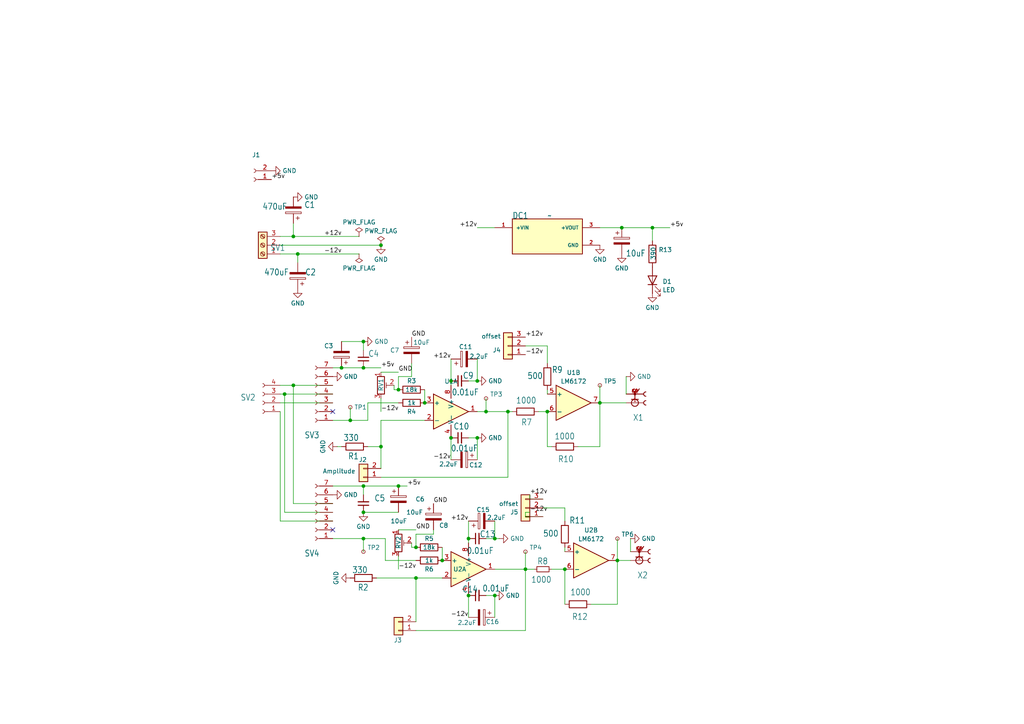
<source format=kicad_sch>
(kicad_sch
	(version 20250114)
	(generator "eeschema")
	(generator_version "9.0")
	(uuid "5565f228-82ce-48d9-9419-b221a0e0c70a")
	(paper "A4")
	(lib_symbols
		(symbol "Amplifier_Operational:LM6172"
			(pin_names
				(offset 0.127)
			)
			(exclude_from_sim no)
			(in_bom yes)
			(on_board yes)
			(property "Reference" "U"
				(at 0 5.08 0)
				(effects
					(font
						(size 1.27 1.27)
					)
					(justify left)
				)
			)
			(property "Value" "LM6172"
				(at 0 -5.08 0)
				(effects
					(font
						(size 1.27 1.27)
					)
					(justify left)
				)
			)
			(property "Footprint" ""
				(at 0 0 0)
				(effects
					(font
						(size 1.27 1.27)
					)
					(hide yes)
				)
			)
			(property "Datasheet" "http://www.ti.com/lit/ds/symlink/lm6172.pdf"
				(at 0 0 0)
				(effects
					(font
						(size 1.27 1.27)
					)
					(hide yes)
				)
			)
			(property "Description" "Dual High Speed, Low Power, Low Distortion, Voltage Feedback Amplifiers, DIP-8/SOIC-8"
				(at 0 0 0)
				(effects
					(font
						(size 1.27 1.27)
					)
					(hide yes)
				)
			)
			(property "ki_locked" ""
				(at 0 0 0)
				(effects
					(font
						(size 1.27 1.27)
					)
				)
			)
			(property "ki_keywords" "dual opamp"
				(at 0 0 0)
				(effects
					(font
						(size 1.27 1.27)
					)
					(hide yes)
				)
			)
			(property "ki_fp_filters" "SOIC*3.9x4.9mm*P1.27mm* DIP*W7.62mm* TO*99* OnSemi*Micro8* TSSOP*3x3mm*P0.65mm* TSSOP*4.4x3mm*P0.65mm* MSOP*3x3mm*P0.65mm* SSOP*3.9x4.9mm*P0.635mm* LFCSP*2x2mm*P0.5mm* *SIP* SOIC*5.3x6.2mm*P1.27mm*"
				(at 0 0 0)
				(effects
					(font
						(size 1.27 1.27)
					)
					(hide yes)
				)
			)
			(symbol "LM6172_1_1"
				(polyline
					(pts
						(xy -5.08 5.08) (xy 5.08 0) (xy -5.08 -5.08) (xy -5.08 5.08)
					)
					(stroke
						(width 0.254)
						(type default)
					)
					(fill
						(type background)
					)
				)
				(pin input line
					(at -7.62 2.54 0)
					(length 2.54)
					(name "+"
						(effects
							(font
								(size 1.27 1.27)
							)
						)
					)
					(number "3"
						(effects
							(font
								(size 1.27 1.27)
							)
						)
					)
				)
				(pin input line
					(at -7.62 -2.54 0)
					(length 2.54)
					(name "-"
						(effects
							(font
								(size 1.27 1.27)
							)
						)
					)
					(number "2"
						(effects
							(font
								(size 1.27 1.27)
							)
						)
					)
				)
				(pin output line
					(at 7.62 0 180)
					(length 2.54)
					(name "~"
						(effects
							(font
								(size 1.27 1.27)
							)
						)
					)
					(number "1"
						(effects
							(font
								(size 1.27 1.27)
							)
						)
					)
				)
			)
			(symbol "LM6172_2_1"
				(polyline
					(pts
						(xy -5.08 5.08) (xy 5.08 0) (xy -5.08 -5.08) (xy -5.08 5.08)
					)
					(stroke
						(width 0.254)
						(type default)
					)
					(fill
						(type background)
					)
				)
				(pin input line
					(at -7.62 2.54 0)
					(length 2.54)
					(name "+"
						(effects
							(font
								(size 1.27 1.27)
							)
						)
					)
					(number "5"
						(effects
							(font
								(size 1.27 1.27)
							)
						)
					)
				)
				(pin input line
					(at -7.62 -2.54 0)
					(length 2.54)
					(name "-"
						(effects
							(font
								(size 1.27 1.27)
							)
						)
					)
					(number "6"
						(effects
							(font
								(size 1.27 1.27)
							)
						)
					)
				)
				(pin output line
					(at 7.62 0 180)
					(length 2.54)
					(name "~"
						(effects
							(font
								(size 1.27 1.27)
							)
						)
					)
					(number "7"
						(effects
							(font
								(size 1.27 1.27)
							)
						)
					)
				)
			)
			(symbol "LM6172_3_1"
				(pin power_in line
					(at -2.54 7.62 270)
					(length 3.81)
					(name "V+"
						(effects
							(font
								(size 1.27 1.27)
							)
						)
					)
					(number "8"
						(effects
							(font
								(size 1.27 1.27)
							)
						)
					)
				)
				(pin power_in line
					(at -2.54 -7.62 90)
					(length 3.81)
					(name "V-"
						(effects
							(font
								(size 1.27 1.27)
							)
						)
					)
					(number "4"
						(effects
							(font
								(size 1.27 1.27)
							)
						)
					)
				)
			)
			(embedded_fonts no)
		)
		(symbol "CONBNC002:CONBNC002"
			(pin_names
				(offset 1.016)
			)
			(exclude_from_sim no)
			(in_bom yes)
			(on_board yes)
			(property "Reference" "J"
				(at -3.81 1.524 0)
				(effects
					(font
						(size 1.27 1.27)
					)
					(justify left bottom)
				)
			)
			(property "Value" "CONBNC002"
				(at -4.064 -6.858 0)
				(effects
					(font
						(size 1.27 1.27)
					)
					(justify left bottom)
				)
			)
			(property "Footprint" "CONBNC002:LINX_CONBNC002"
				(at 0 0 0)
				(effects
					(font
						(size 1.27 1.27)
					)
					(justify bottom)
					(hide yes)
				)
			)
			(property "Datasheet" ""
				(at 0 0 0)
				(effects
					(font
						(size 1.27 1.27)
					)
					(hide yes)
				)
			)
			(property "Description" ""
				(at 0 0 0)
				(effects
					(font
						(size 1.27 1.27)
					)
					(hide yes)
				)
			)
			(property "SnapEDA_Link" "https://www.snapeda.com/parts/CONBNC002/TE+Connectivity/view-part/?ref=snap"
				(at 0 0 0)
				(effects
					(font
						(size 1.27 1.27)
					)
					(justify bottom)
					(hide yes)
				)
			)
			(property "Check_prices" "https://www.snapeda.com/parts/CONBNC002/TE+Connectivity/view-part/?ref=eda"
				(at 0 0 0)
				(effects
					(font
						(size 1.27 1.27)
					)
					(justify bottom)
					(hide yes)
				)
			)
			(property "Package" "None"
				(at 0 0 0)
				(effects
					(font
						(size 1.27 1.27)
					)
					(justify bottom)
					(hide yes)
				)
			)
			(property "Price" "None"
				(at 0 0 0)
				(effects
					(font
						(size 1.27 1.27)
					)
					(justify bottom)
					(hide yes)
				)
			)
			(property "MF" "TE Connectivity"
				(at 0 0 0)
				(effects
					(font
						(size 1.27 1.27)
					)
					(justify bottom)
					(hide yes)
				)
			)
			(property "MP" "CONBNC002"
				(at 0 0 0)
				(effects
					(font
						(size 1.27 1.27)
					)
					(justify bottom)
					(hide yes)
				)
			)
			(property "Purchase-URL" "https://www.snapeda.com/api/url_track_click_mouser/?unipart_id=10849425&manufacturer=Linx Technologies Inc.&part_name=CONBNC002&search_term=None"
				(at 0 0 0)
				(effects
					(font
						(size 1.27 1.27)
					)
					(justify bottom)
					(hide yes)
				)
			)
			(property "Availability" "In Stock"
				(at 0 0 0)
				(effects
					(font
						(size 1.27 1.27)
					)
					(justify bottom)
					(hide yes)
				)
			)
			(property "Description_1" "BNC Jack 50 Ohm PCB Through Hole"
				(at 0 0 0)
				(effects
					(font
						(size 1.27 1.27)
					)
					(justify bottom)
					(hide yes)
				)
			)
			(symbol "CONBNC002_0_0"
				(arc
					(start -3.175 0.635)
					(mid -2.5427 0)
					(end -3.175 -0.635)
					(stroke
						(width 0.254)
						(type default)
					)
					(fill
						(type none)
					)
				)
				(arc
					(start -3.175 -1.905)
					(mid -2.5427 -2.54)
					(end -3.175 -3.175)
					(stroke
						(width 0.254)
						(type default)
					)
					(fill
						(type none)
					)
				)
				(polyline
					(pts
						(xy -1.016 -1.016) (xy 0 -1.016)
					)
					(stroke
						(width 0.254)
						(type default)
					)
					(fill
						(type none)
					)
				)
				(polyline
					(pts
						(xy -0.762 -3.302) (xy -1.27 -4.064)
					)
					(stroke
						(width 0.254)
						(type default)
					)
					(fill
						(type none)
					)
				)
				(circle
					(center 0 0)
					(radius 1.016)
					(stroke
						(width 0.254)
						(type default)
					)
					(fill
						(type none)
					)
				)
				(polyline
					(pts
						(xy 0 -1.016) (xy 0 -3.302)
					)
					(stroke
						(width 0.254)
						(type default)
					)
					(fill
						(type none)
					)
				)
				(polyline
					(pts
						(xy 0 -1.016) (xy 1.016 -1.016)
					)
					(stroke
						(width 0.254)
						(type default)
					)
					(fill
						(type none)
					)
				)
				(circle
					(center 0 -2.54)
					(radius 0.254)
					(stroke
						(width 0.254)
						(type default)
					)
					(fill
						(type none)
					)
				)
				(polyline
					(pts
						(xy 0 -3.302) (xy -0.762 -3.302)
					)
					(stroke
						(width 0.254)
						(type default)
					)
					(fill
						(type none)
					)
				)
				(polyline
					(pts
						(xy 0 -3.302) (xy -0.508 -4.064)
					)
					(stroke
						(width 0.254)
						(type default)
					)
					(fill
						(type none)
					)
				)
				(polyline
					(pts
						(xy 0 -3.302) (xy 0.762 -3.302)
					)
					(stroke
						(width 0.254)
						(type default)
					)
					(fill
						(type none)
					)
				)
				(polyline
					(pts
						(xy 0.762 -3.302) (xy 0.254 -4.064)
					)
					(stroke
						(width 0.254)
						(type default)
					)
					(fill
						(type none)
					)
				)
				(pin passive line
					(at 2.54 0 180)
					(length 5.08)
					(name "~"
						(effects
							(font
								(size 1.016 1.016)
							)
						)
					)
					(number "1"
						(effects
							(font
								(size 1.016 1.016)
							)
						)
					)
				)
				(pin passive line
					(at 2.54 -2.54 180)
					(length 5.08)
					(name "~"
						(effects
							(font
								(size 1.016 1.016)
							)
						)
					)
					(number "2"
						(effects
							(font
								(size 1.016 1.016)
							)
						)
					)
				)
				(pin passive line
					(at 2.54 -2.54 180)
					(length 5.08)
					(name "~"
						(effects
							(font
								(size 1.016 1.016)
							)
						)
					)
					(number "S1"
						(effects
							(font
								(size 1.016 1.016)
							)
						)
					)
				)
				(pin passive line
					(at 2.54 -2.54 180)
					(length 5.08)
					(name "~"
						(effects
							(font
								(size 1.016 1.016)
							)
						)
					)
					(number "S2"
						(effects
							(font
								(size 1.016 1.016)
							)
						)
					)
				)
			)
			(embedded_fonts no)
		)
		(symbol "Connector:Conn_01x02_Socket"
			(pin_names
				(offset 1.016)
				(hide yes)
			)
			(exclude_from_sim no)
			(in_bom yes)
			(on_board yes)
			(property "Reference" "J"
				(at 0 2.54 0)
				(effects
					(font
						(size 1.27 1.27)
					)
				)
			)
			(property "Value" "Conn_01x02_Socket"
				(at 0 -5.08 0)
				(effects
					(font
						(size 1.27 1.27)
					)
				)
			)
			(property "Footprint" ""
				(at 0 0 0)
				(effects
					(font
						(size 1.27 1.27)
					)
					(hide yes)
				)
			)
			(property "Datasheet" "~"
				(at 0 0 0)
				(effects
					(font
						(size 1.27 1.27)
					)
					(hide yes)
				)
			)
			(property "Description" "Generic connector, single row, 01x02, script generated"
				(at 0 0 0)
				(effects
					(font
						(size 1.27 1.27)
					)
					(hide yes)
				)
			)
			(property "ki_locked" ""
				(at 0 0 0)
				(effects
					(font
						(size 1.27 1.27)
					)
				)
			)
			(property "ki_keywords" "connector"
				(at 0 0 0)
				(effects
					(font
						(size 1.27 1.27)
					)
					(hide yes)
				)
			)
			(property "ki_fp_filters" "Connector*:*_1x??_*"
				(at 0 0 0)
				(effects
					(font
						(size 1.27 1.27)
					)
					(hide yes)
				)
			)
			(symbol "Conn_01x02_Socket_1_1"
				(polyline
					(pts
						(xy -1.27 0) (xy -0.508 0)
					)
					(stroke
						(width 0.1524)
						(type default)
					)
					(fill
						(type none)
					)
				)
				(polyline
					(pts
						(xy -1.27 -2.54) (xy -0.508 -2.54)
					)
					(stroke
						(width 0.1524)
						(type default)
					)
					(fill
						(type none)
					)
				)
				(arc
					(start 0 -0.508)
					(mid -0.5058 0)
					(end 0 0.508)
					(stroke
						(width 0.1524)
						(type default)
					)
					(fill
						(type none)
					)
				)
				(arc
					(start 0 -3.048)
					(mid -0.5058 -2.54)
					(end 0 -2.032)
					(stroke
						(width 0.1524)
						(type default)
					)
					(fill
						(type none)
					)
				)
				(pin passive line
					(at -5.08 0 0)
					(length 3.81)
					(name "Pin_1"
						(effects
							(font
								(size 1.27 1.27)
							)
						)
					)
					(number "1"
						(effects
							(font
								(size 1.27 1.27)
							)
						)
					)
				)
				(pin passive line
					(at -5.08 -2.54 0)
					(length 3.81)
					(name "Pin_2"
						(effects
							(font
								(size 1.27 1.27)
							)
						)
					)
					(number "2"
						(effects
							(font
								(size 1.27 1.27)
							)
						)
					)
				)
			)
			(embedded_fonts no)
		)
		(symbol "Connector:Conn_01x04_Socket"
			(pin_names
				(offset 1.016)
				(hide yes)
			)
			(exclude_from_sim no)
			(in_bom yes)
			(on_board yes)
			(property "Reference" "J"
				(at 0 5.08 0)
				(effects
					(font
						(size 1.27 1.27)
					)
				)
			)
			(property "Value" "Conn_01x04_Socket"
				(at 0 -7.62 0)
				(effects
					(font
						(size 1.27 1.27)
					)
				)
			)
			(property "Footprint" ""
				(at 0 0 0)
				(effects
					(font
						(size 1.27 1.27)
					)
					(hide yes)
				)
			)
			(property "Datasheet" "~"
				(at 0 0 0)
				(effects
					(font
						(size 1.27 1.27)
					)
					(hide yes)
				)
			)
			(property "Description" "Generic connector, single row, 01x04, script generated"
				(at 0 0 0)
				(effects
					(font
						(size 1.27 1.27)
					)
					(hide yes)
				)
			)
			(property "ki_locked" ""
				(at 0 0 0)
				(effects
					(font
						(size 1.27 1.27)
					)
				)
			)
			(property "ki_keywords" "connector"
				(at 0 0 0)
				(effects
					(font
						(size 1.27 1.27)
					)
					(hide yes)
				)
			)
			(property "ki_fp_filters" "Connector*:*_1x??_*"
				(at 0 0 0)
				(effects
					(font
						(size 1.27 1.27)
					)
					(hide yes)
				)
			)
			(symbol "Conn_01x04_Socket_1_1"
				(polyline
					(pts
						(xy -1.27 2.54) (xy -0.508 2.54)
					)
					(stroke
						(width 0.1524)
						(type default)
					)
					(fill
						(type none)
					)
				)
				(polyline
					(pts
						(xy -1.27 0) (xy -0.508 0)
					)
					(stroke
						(width 0.1524)
						(type default)
					)
					(fill
						(type none)
					)
				)
				(polyline
					(pts
						(xy -1.27 -2.54) (xy -0.508 -2.54)
					)
					(stroke
						(width 0.1524)
						(type default)
					)
					(fill
						(type none)
					)
				)
				(polyline
					(pts
						(xy -1.27 -5.08) (xy -0.508 -5.08)
					)
					(stroke
						(width 0.1524)
						(type default)
					)
					(fill
						(type none)
					)
				)
				(arc
					(start 0 2.032)
					(mid -0.5058 2.54)
					(end 0 3.048)
					(stroke
						(width 0.1524)
						(type default)
					)
					(fill
						(type none)
					)
				)
				(arc
					(start 0 -0.508)
					(mid -0.5058 0)
					(end 0 0.508)
					(stroke
						(width 0.1524)
						(type default)
					)
					(fill
						(type none)
					)
				)
				(arc
					(start 0 -3.048)
					(mid -0.5058 -2.54)
					(end 0 -2.032)
					(stroke
						(width 0.1524)
						(type default)
					)
					(fill
						(type none)
					)
				)
				(arc
					(start 0 -5.588)
					(mid -0.5058 -5.08)
					(end 0 -4.572)
					(stroke
						(width 0.1524)
						(type default)
					)
					(fill
						(type none)
					)
				)
				(pin passive line
					(at -5.08 2.54 0)
					(length 3.81)
					(name "Pin_1"
						(effects
							(font
								(size 1.27 1.27)
							)
						)
					)
					(number "1"
						(effects
							(font
								(size 1.27 1.27)
							)
						)
					)
				)
				(pin passive line
					(at -5.08 0 0)
					(length 3.81)
					(name "Pin_2"
						(effects
							(font
								(size 1.27 1.27)
							)
						)
					)
					(number "2"
						(effects
							(font
								(size 1.27 1.27)
							)
						)
					)
				)
				(pin passive line
					(at -5.08 -2.54 0)
					(length 3.81)
					(name "Pin_3"
						(effects
							(font
								(size 1.27 1.27)
							)
						)
					)
					(number "3"
						(effects
							(font
								(size 1.27 1.27)
							)
						)
					)
				)
				(pin passive line
					(at -5.08 -5.08 0)
					(length 3.81)
					(name "Pin_4"
						(effects
							(font
								(size 1.27 1.27)
							)
						)
					)
					(number "4"
						(effects
							(font
								(size 1.27 1.27)
							)
						)
					)
				)
			)
			(embedded_fonts no)
		)
		(symbol "Connector:Conn_01x07_Socket"
			(pin_names
				(offset 1.016)
				(hide yes)
			)
			(exclude_from_sim no)
			(in_bom yes)
			(on_board yes)
			(property "Reference" "J"
				(at 0 10.16 0)
				(effects
					(font
						(size 1.27 1.27)
					)
				)
			)
			(property "Value" "Conn_01x07_Socket"
				(at 0 -10.16 0)
				(effects
					(font
						(size 1.27 1.27)
					)
				)
			)
			(property "Footprint" ""
				(at 0 0 0)
				(effects
					(font
						(size 1.27 1.27)
					)
					(hide yes)
				)
			)
			(property "Datasheet" "~"
				(at 0 0 0)
				(effects
					(font
						(size 1.27 1.27)
					)
					(hide yes)
				)
			)
			(property "Description" "Generic connector, single row, 01x07, script generated"
				(at 0 0 0)
				(effects
					(font
						(size 1.27 1.27)
					)
					(hide yes)
				)
			)
			(property "ki_locked" ""
				(at 0 0 0)
				(effects
					(font
						(size 1.27 1.27)
					)
				)
			)
			(property "ki_keywords" "connector"
				(at 0 0 0)
				(effects
					(font
						(size 1.27 1.27)
					)
					(hide yes)
				)
			)
			(property "ki_fp_filters" "Connector*:*_1x??_*"
				(at 0 0 0)
				(effects
					(font
						(size 1.27 1.27)
					)
					(hide yes)
				)
			)
			(symbol "Conn_01x07_Socket_1_1"
				(polyline
					(pts
						(xy -1.27 7.62) (xy -0.508 7.62)
					)
					(stroke
						(width 0.1524)
						(type default)
					)
					(fill
						(type none)
					)
				)
				(polyline
					(pts
						(xy -1.27 5.08) (xy -0.508 5.08)
					)
					(stroke
						(width 0.1524)
						(type default)
					)
					(fill
						(type none)
					)
				)
				(polyline
					(pts
						(xy -1.27 2.54) (xy -0.508 2.54)
					)
					(stroke
						(width 0.1524)
						(type default)
					)
					(fill
						(type none)
					)
				)
				(polyline
					(pts
						(xy -1.27 0) (xy -0.508 0)
					)
					(stroke
						(width 0.1524)
						(type default)
					)
					(fill
						(type none)
					)
				)
				(polyline
					(pts
						(xy -1.27 -2.54) (xy -0.508 -2.54)
					)
					(stroke
						(width 0.1524)
						(type default)
					)
					(fill
						(type none)
					)
				)
				(polyline
					(pts
						(xy -1.27 -5.08) (xy -0.508 -5.08)
					)
					(stroke
						(width 0.1524)
						(type default)
					)
					(fill
						(type none)
					)
				)
				(polyline
					(pts
						(xy -1.27 -7.62) (xy -0.508 -7.62)
					)
					(stroke
						(width 0.1524)
						(type default)
					)
					(fill
						(type none)
					)
				)
				(arc
					(start 0 7.112)
					(mid -0.5058 7.62)
					(end 0 8.128)
					(stroke
						(width 0.1524)
						(type default)
					)
					(fill
						(type none)
					)
				)
				(arc
					(start 0 4.572)
					(mid -0.5058 5.08)
					(end 0 5.588)
					(stroke
						(width 0.1524)
						(type default)
					)
					(fill
						(type none)
					)
				)
				(arc
					(start 0 2.032)
					(mid -0.5058 2.54)
					(end 0 3.048)
					(stroke
						(width 0.1524)
						(type default)
					)
					(fill
						(type none)
					)
				)
				(arc
					(start 0 -0.508)
					(mid -0.5058 0)
					(end 0 0.508)
					(stroke
						(width 0.1524)
						(type default)
					)
					(fill
						(type none)
					)
				)
				(arc
					(start 0 -3.048)
					(mid -0.5058 -2.54)
					(end 0 -2.032)
					(stroke
						(width 0.1524)
						(type default)
					)
					(fill
						(type none)
					)
				)
				(arc
					(start 0 -5.588)
					(mid -0.5058 -5.08)
					(end 0 -4.572)
					(stroke
						(width 0.1524)
						(type default)
					)
					(fill
						(type none)
					)
				)
				(arc
					(start 0 -8.128)
					(mid -0.5058 -7.62)
					(end 0 -7.112)
					(stroke
						(width 0.1524)
						(type default)
					)
					(fill
						(type none)
					)
				)
				(pin passive line
					(at -5.08 7.62 0)
					(length 3.81)
					(name "Pin_1"
						(effects
							(font
								(size 1.27 1.27)
							)
						)
					)
					(number "1"
						(effects
							(font
								(size 1.27 1.27)
							)
						)
					)
				)
				(pin passive line
					(at -5.08 5.08 0)
					(length 3.81)
					(name "Pin_2"
						(effects
							(font
								(size 1.27 1.27)
							)
						)
					)
					(number "2"
						(effects
							(font
								(size 1.27 1.27)
							)
						)
					)
				)
				(pin passive line
					(at -5.08 2.54 0)
					(length 3.81)
					(name "Pin_3"
						(effects
							(font
								(size 1.27 1.27)
							)
						)
					)
					(number "3"
						(effects
							(font
								(size 1.27 1.27)
							)
						)
					)
				)
				(pin passive line
					(at -5.08 0 0)
					(length 3.81)
					(name "Pin_4"
						(effects
							(font
								(size 1.27 1.27)
							)
						)
					)
					(number "4"
						(effects
							(font
								(size 1.27 1.27)
							)
						)
					)
				)
				(pin passive line
					(at -5.08 -2.54 0)
					(length 3.81)
					(name "Pin_5"
						(effects
							(font
								(size 1.27 1.27)
							)
						)
					)
					(number "5"
						(effects
							(font
								(size 1.27 1.27)
							)
						)
					)
				)
				(pin passive line
					(at -5.08 -5.08 0)
					(length 3.81)
					(name "Pin_6"
						(effects
							(font
								(size 1.27 1.27)
							)
						)
					)
					(number "6"
						(effects
							(font
								(size 1.27 1.27)
							)
						)
					)
				)
				(pin passive line
					(at -5.08 -7.62 0)
					(length 3.81)
					(name "Pin_7"
						(effects
							(font
								(size 1.27 1.27)
							)
						)
					)
					(number "7"
						(effects
							(font
								(size 1.27 1.27)
							)
						)
					)
				)
			)
			(embedded_fonts no)
		)
		(symbol "Connector:Screw_Terminal_01x03"
			(pin_names
				(offset 1.016)
				(hide yes)
			)
			(exclude_from_sim no)
			(in_bom yes)
			(on_board yes)
			(property "Reference" "J"
				(at 0 5.08 0)
				(effects
					(font
						(size 1.27 1.27)
					)
				)
			)
			(property "Value" "Screw_Terminal_01x03"
				(at 0 -5.08 0)
				(effects
					(font
						(size 1.27 1.27)
					)
				)
			)
			(property "Footprint" ""
				(at 0 0 0)
				(effects
					(font
						(size 1.27 1.27)
					)
					(hide yes)
				)
			)
			(property "Datasheet" "~"
				(at 0 0 0)
				(effects
					(font
						(size 1.27 1.27)
					)
					(hide yes)
				)
			)
			(property "Description" "Generic screw terminal, single row, 01x03, script generated (kicad-library-utils/schlib/autogen/connector/)"
				(at 0 0 0)
				(effects
					(font
						(size 1.27 1.27)
					)
					(hide yes)
				)
			)
			(property "ki_keywords" "screw terminal"
				(at 0 0 0)
				(effects
					(font
						(size 1.27 1.27)
					)
					(hide yes)
				)
			)
			(property "ki_fp_filters" "TerminalBlock*:*"
				(at 0 0 0)
				(effects
					(font
						(size 1.27 1.27)
					)
					(hide yes)
				)
			)
			(symbol "Screw_Terminal_01x03_1_1"
				(rectangle
					(start -1.27 3.81)
					(end 1.27 -3.81)
					(stroke
						(width 0.254)
						(type default)
					)
					(fill
						(type background)
					)
				)
				(polyline
					(pts
						(xy -0.5334 2.8702) (xy 0.3302 2.032)
					)
					(stroke
						(width 0.1524)
						(type default)
					)
					(fill
						(type none)
					)
				)
				(polyline
					(pts
						(xy -0.5334 0.3302) (xy 0.3302 -0.508)
					)
					(stroke
						(width 0.1524)
						(type default)
					)
					(fill
						(type none)
					)
				)
				(polyline
					(pts
						(xy -0.5334 -2.2098) (xy 0.3302 -3.048)
					)
					(stroke
						(width 0.1524)
						(type default)
					)
					(fill
						(type none)
					)
				)
				(polyline
					(pts
						(xy -0.3556 3.048) (xy 0.508 2.2098)
					)
					(stroke
						(width 0.1524)
						(type default)
					)
					(fill
						(type none)
					)
				)
				(polyline
					(pts
						(xy -0.3556 0.508) (xy 0.508 -0.3302)
					)
					(stroke
						(width 0.1524)
						(type default)
					)
					(fill
						(type none)
					)
				)
				(polyline
					(pts
						(xy -0.3556 -2.032) (xy 0.508 -2.8702)
					)
					(stroke
						(width 0.1524)
						(type default)
					)
					(fill
						(type none)
					)
				)
				(circle
					(center 0 2.54)
					(radius 0.635)
					(stroke
						(width 0.1524)
						(type default)
					)
					(fill
						(type none)
					)
				)
				(circle
					(center 0 0)
					(radius 0.635)
					(stroke
						(width 0.1524)
						(type default)
					)
					(fill
						(type none)
					)
				)
				(circle
					(center 0 -2.54)
					(radius 0.635)
					(stroke
						(width 0.1524)
						(type default)
					)
					(fill
						(type none)
					)
				)
				(pin passive line
					(at -5.08 2.54 0)
					(length 3.81)
					(name "Pin_1"
						(effects
							(font
								(size 1.27 1.27)
							)
						)
					)
					(number "1"
						(effects
							(font
								(size 1.27 1.27)
							)
						)
					)
				)
				(pin passive line
					(at -5.08 0 0)
					(length 3.81)
					(name "Pin_2"
						(effects
							(font
								(size 1.27 1.27)
							)
						)
					)
					(number "2"
						(effects
							(font
								(size 1.27 1.27)
							)
						)
					)
				)
				(pin passive line
					(at -5.08 -2.54 0)
					(length 3.81)
					(name "Pin_3"
						(effects
							(font
								(size 1.27 1.27)
							)
						)
					)
					(number "3"
						(effects
							(font
								(size 1.27 1.27)
							)
						)
					)
				)
			)
			(embedded_fonts no)
		)
		(symbol "Connector:TestPoint_Small"
			(pin_numbers
				(hide yes)
			)
			(pin_names
				(offset 0.762)
				(hide yes)
			)
			(exclude_from_sim no)
			(in_bom yes)
			(on_board yes)
			(property "Reference" "TP"
				(at 0 3.81 0)
				(effects
					(font
						(size 1.27 1.27)
					)
				)
			)
			(property "Value" "TestPoint_Small"
				(at 0 2.032 0)
				(effects
					(font
						(size 1.27 1.27)
					)
				)
			)
			(property "Footprint" ""
				(at 5.08 0 0)
				(effects
					(font
						(size 1.27 1.27)
					)
					(hide yes)
				)
			)
			(property "Datasheet" "~"
				(at 5.08 0 0)
				(effects
					(font
						(size 1.27 1.27)
					)
					(hide yes)
				)
			)
			(property "Description" "test point"
				(at 0 0 0)
				(effects
					(font
						(size 1.27 1.27)
					)
					(hide yes)
				)
			)
			(property "ki_keywords" "test point tp"
				(at 0 0 0)
				(effects
					(font
						(size 1.27 1.27)
					)
					(hide yes)
				)
			)
			(property "ki_fp_filters" "Pin* Test*"
				(at 0 0 0)
				(effects
					(font
						(size 1.27 1.27)
					)
					(hide yes)
				)
			)
			(symbol "TestPoint_Small_0_1"
				(circle
					(center 0 0)
					(radius 0.508)
					(stroke
						(width 0)
						(type default)
					)
					(fill
						(type none)
					)
				)
			)
			(symbol "TestPoint_Small_1_1"
				(pin passive line
					(at 0 0 90)
					(length 0)
					(name "1"
						(effects
							(font
								(size 1.27 1.27)
							)
						)
					)
					(number "1"
						(effects
							(font
								(size 1.27 1.27)
							)
						)
					)
				)
			)
			(embedded_fonts no)
		)
		(symbol "Connector_Generic:Conn_01x02"
			(pin_names
				(offset 1.016)
				(hide yes)
			)
			(exclude_from_sim no)
			(in_bom yes)
			(on_board yes)
			(property "Reference" "J"
				(at 0 2.54 0)
				(effects
					(font
						(size 1.27 1.27)
					)
				)
			)
			(property "Value" "Conn_01x02"
				(at 0 -5.08 0)
				(effects
					(font
						(size 1.27 1.27)
					)
				)
			)
			(property "Footprint" ""
				(at 0 0 0)
				(effects
					(font
						(size 1.27 1.27)
					)
					(hide yes)
				)
			)
			(property "Datasheet" "~"
				(at 0 0 0)
				(effects
					(font
						(size 1.27 1.27)
					)
					(hide yes)
				)
			)
			(property "Description" "Generic connector, single row, 01x02, script generated (kicad-library-utils/schlib/autogen/connector/)"
				(at 0 0 0)
				(effects
					(font
						(size 1.27 1.27)
					)
					(hide yes)
				)
			)
			(property "ki_keywords" "connector"
				(at 0 0 0)
				(effects
					(font
						(size 1.27 1.27)
					)
					(hide yes)
				)
			)
			(property "ki_fp_filters" "Connector*:*_1x??_*"
				(at 0 0 0)
				(effects
					(font
						(size 1.27 1.27)
					)
					(hide yes)
				)
			)
			(symbol "Conn_01x02_1_1"
				(rectangle
					(start -1.27 1.27)
					(end 1.27 -3.81)
					(stroke
						(width 0.254)
						(type default)
					)
					(fill
						(type background)
					)
				)
				(rectangle
					(start -1.27 0.127)
					(end 0 -0.127)
					(stroke
						(width 0.1524)
						(type default)
					)
					(fill
						(type none)
					)
				)
				(rectangle
					(start -1.27 -2.413)
					(end 0 -2.667)
					(stroke
						(width 0.1524)
						(type default)
					)
					(fill
						(type none)
					)
				)
				(pin passive line
					(at -5.08 0 0)
					(length 3.81)
					(name "Pin_1"
						(effects
							(font
								(size 1.27 1.27)
							)
						)
					)
					(number "1"
						(effects
							(font
								(size 1.27 1.27)
							)
						)
					)
				)
				(pin passive line
					(at -5.08 -2.54 0)
					(length 3.81)
					(name "Pin_2"
						(effects
							(font
								(size 1.27 1.27)
							)
						)
					)
					(number "2"
						(effects
							(font
								(size 1.27 1.27)
							)
						)
					)
				)
			)
			(embedded_fonts no)
		)
		(symbol "Connector_Generic:Conn_01x03"
			(pin_names
				(offset 1.016)
				(hide yes)
			)
			(exclude_from_sim no)
			(in_bom yes)
			(on_board yes)
			(property "Reference" "J"
				(at 0 5.08 0)
				(effects
					(font
						(size 1.27 1.27)
					)
				)
			)
			(property "Value" "Conn_01x03"
				(at 0 -5.08 0)
				(effects
					(font
						(size 1.27 1.27)
					)
				)
			)
			(property "Footprint" ""
				(at 0 0 0)
				(effects
					(font
						(size 1.27 1.27)
					)
					(hide yes)
				)
			)
			(property "Datasheet" "~"
				(at 0 0 0)
				(effects
					(font
						(size 1.27 1.27)
					)
					(hide yes)
				)
			)
			(property "Description" "Generic connector, single row, 01x03, script generated (kicad-library-utils/schlib/autogen/connector/)"
				(at 0 0 0)
				(effects
					(font
						(size 1.27 1.27)
					)
					(hide yes)
				)
			)
			(property "ki_keywords" "connector"
				(at 0 0 0)
				(effects
					(font
						(size 1.27 1.27)
					)
					(hide yes)
				)
			)
			(property "ki_fp_filters" "Connector*:*_1x??_*"
				(at 0 0 0)
				(effects
					(font
						(size 1.27 1.27)
					)
					(hide yes)
				)
			)
			(symbol "Conn_01x03_1_1"
				(rectangle
					(start -1.27 3.81)
					(end 1.27 -3.81)
					(stroke
						(width 0.254)
						(type default)
					)
					(fill
						(type background)
					)
				)
				(rectangle
					(start -1.27 2.667)
					(end 0 2.413)
					(stroke
						(width 0.1524)
						(type default)
					)
					(fill
						(type none)
					)
				)
				(rectangle
					(start -1.27 0.127)
					(end 0 -0.127)
					(stroke
						(width 0.1524)
						(type default)
					)
					(fill
						(type none)
					)
				)
				(rectangle
					(start -1.27 -2.413)
					(end 0 -2.667)
					(stroke
						(width 0.1524)
						(type default)
					)
					(fill
						(type none)
					)
				)
				(pin passive line
					(at -5.08 2.54 0)
					(length 3.81)
					(name "Pin_1"
						(effects
							(font
								(size 1.27 1.27)
							)
						)
					)
					(number "1"
						(effects
							(font
								(size 1.27 1.27)
							)
						)
					)
				)
				(pin passive line
					(at -5.08 0 0)
					(length 3.81)
					(name "Pin_2"
						(effects
							(font
								(size 1.27 1.27)
							)
						)
					)
					(number "2"
						(effects
							(font
								(size 1.27 1.27)
							)
						)
					)
				)
				(pin passive line
					(at -5.08 -2.54 0)
					(length 3.81)
					(name "Pin_3"
						(effects
							(font
								(size 1.27 1.27)
							)
						)
					)
					(number "3"
						(effects
							(font
								(size 1.27 1.27)
							)
						)
					)
				)
			)
			(embedded_fonts no)
		)
		(symbol "Device:C_Polarized"
			(pin_numbers
				(hide yes)
			)
			(pin_names
				(offset 0.254)
			)
			(exclude_from_sim no)
			(in_bom yes)
			(on_board yes)
			(property "Reference" "C"
				(at 0.635 2.54 0)
				(effects
					(font
						(size 1.27 1.27)
					)
					(justify left)
				)
			)
			(property "Value" "C_Polarized"
				(at 0.635 -2.54 0)
				(effects
					(font
						(size 1.27 1.27)
					)
					(justify left)
				)
			)
			(property "Footprint" ""
				(at 0.9652 -3.81 0)
				(effects
					(font
						(size 1.27 1.27)
					)
					(hide yes)
				)
			)
			(property "Datasheet" "~"
				(at 0 0 0)
				(effects
					(font
						(size 1.27 1.27)
					)
					(hide yes)
				)
			)
			(property "Description" "Polarized capacitor"
				(at 0 0 0)
				(effects
					(font
						(size 1.27 1.27)
					)
					(hide yes)
				)
			)
			(property "ki_keywords" "cap capacitor"
				(at 0 0 0)
				(effects
					(font
						(size 1.27 1.27)
					)
					(hide yes)
				)
			)
			(property "ki_fp_filters" "CP_*"
				(at 0 0 0)
				(effects
					(font
						(size 1.27 1.27)
					)
					(hide yes)
				)
			)
			(symbol "C_Polarized_0_1"
				(rectangle
					(start -2.286 0.508)
					(end 2.286 1.016)
					(stroke
						(width 0)
						(type default)
					)
					(fill
						(type none)
					)
				)
				(polyline
					(pts
						(xy -1.778 2.286) (xy -0.762 2.286)
					)
					(stroke
						(width 0)
						(type default)
					)
					(fill
						(type none)
					)
				)
				(polyline
					(pts
						(xy -1.27 2.794) (xy -1.27 1.778)
					)
					(stroke
						(width 0)
						(type default)
					)
					(fill
						(type none)
					)
				)
				(rectangle
					(start 2.286 -0.508)
					(end -2.286 -1.016)
					(stroke
						(width 0)
						(type default)
					)
					(fill
						(type outline)
					)
				)
			)
			(symbol "C_Polarized_1_1"
				(pin passive line
					(at 0 3.81 270)
					(length 2.794)
					(name "~"
						(effects
							(font
								(size 1.27 1.27)
							)
						)
					)
					(number "1"
						(effects
							(font
								(size 1.27 1.27)
							)
						)
					)
				)
				(pin passive line
					(at 0 -3.81 90)
					(length 2.794)
					(name "~"
						(effects
							(font
								(size 1.27 1.27)
							)
						)
					)
					(number "2"
						(effects
							(font
								(size 1.27 1.27)
							)
						)
					)
				)
			)
			(embedded_fonts no)
		)
		(symbol "Device:C_Small"
			(pin_numbers
				(hide yes)
			)
			(pin_names
				(offset 0.254)
				(hide yes)
			)
			(exclude_from_sim no)
			(in_bom yes)
			(on_board yes)
			(property "Reference" "C"
				(at 0.254 1.778 0)
				(effects
					(font
						(size 1.27 1.27)
					)
					(justify left)
				)
			)
			(property "Value" "C_Small"
				(at 0.254 -2.032 0)
				(effects
					(font
						(size 1.27 1.27)
					)
					(justify left)
				)
			)
			(property "Footprint" ""
				(at 0 0 0)
				(effects
					(font
						(size 1.27 1.27)
					)
					(hide yes)
				)
			)
			(property "Datasheet" "~"
				(at 0 0 0)
				(effects
					(font
						(size 1.27 1.27)
					)
					(hide yes)
				)
			)
			(property "Description" "Unpolarized capacitor, small symbol"
				(at 0 0 0)
				(effects
					(font
						(size 1.27 1.27)
					)
					(hide yes)
				)
			)
			(property "ki_keywords" "capacitor cap"
				(at 0 0 0)
				(effects
					(font
						(size 1.27 1.27)
					)
					(hide yes)
				)
			)
			(property "ki_fp_filters" "C_*"
				(at 0 0 0)
				(effects
					(font
						(size 1.27 1.27)
					)
					(hide yes)
				)
			)
			(symbol "C_Small_0_1"
				(polyline
					(pts
						(xy -1.524 0.508) (xy 1.524 0.508)
					)
					(stroke
						(width 0.3048)
						(type default)
					)
					(fill
						(type none)
					)
				)
				(polyline
					(pts
						(xy -1.524 -0.508) (xy 1.524 -0.508)
					)
					(stroke
						(width 0.3302)
						(type default)
					)
					(fill
						(type none)
					)
				)
			)
			(symbol "C_Small_1_1"
				(pin passive line
					(at 0 2.54 270)
					(length 2.032)
					(name "~"
						(effects
							(font
								(size 1.27 1.27)
							)
						)
					)
					(number "1"
						(effects
							(font
								(size 1.27 1.27)
							)
						)
					)
				)
				(pin passive line
					(at 0 -2.54 90)
					(length 2.032)
					(name "~"
						(effects
							(font
								(size 1.27 1.27)
							)
						)
					)
					(number "2"
						(effects
							(font
								(size 1.27 1.27)
							)
						)
					)
				)
			)
			(embedded_fonts no)
		)
		(symbol "Device:LED"
			(pin_numbers
				(hide yes)
			)
			(pin_names
				(offset 1.016)
				(hide yes)
			)
			(exclude_from_sim no)
			(in_bom yes)
			(on_board yes)
			(property "Reference" "D"
				(at 0 2.54 0)
				(effects
					(font
						(size 1.27 1.27)
					)
				)
			)
			(property "Value" "LED"
				(at 0 -2.54 0)
				(effects
					(font
						(size 1.27 1.27)
					)
				)
			)
			(property "Footprint" ""
				(at 0 0 0)
				(effects
					(font
						(size 1.27 1.27)
					)
					(hide yes)
				)
			)
			(property "Datasheet" "~"
				(at 0 0 0)
				(effects
					(font
						(size 1.27 1.27)
					)
					(hide yes)
				)
			)
			(property "Description" "Light emitting diode"
				(at 0 0 0)
				(effects
					(font
						(size 1.27 1.27)
					)
					(hide yes)
				)
			)
			(property "Sim.Pins" "1=K 2=A"
				(at 0 0 0)
				(effects
					(font
						(size 1.27 1.27)
					)
					(hide yes)
				)
			)
			(property "ki_keywords" "LED diode"
				(at 0 0 0)
				(effects
					(font
						(size 1.27 1.27)
					)
					(hide yes)
				)
			)
			(property "ki_fp_filters" "LED* LED_SMD:* LED_THT:*"
				(at 0 0 0)
				(effects
					(font
						(size 1.27 1.27)
					)
					(hide yes)
				)
			)
			(symbol "LED_0_1"
				(polyline
					(pts
						(xy -3.048 -0.762) (xy -4.572 -2.286) (xy -3.81 -2.286) (xy -4.572 -2.286) (xy -4.572 -1.524)
					)
					(stroke
						(width 0)
						(type default)
					)
					(fill
						(type none)
					)
				)
				(polyline
					(pts
						(xy -1.778 -0.762) (xy -3.302 -2.286) (xy -2.54 -2.286) (xy -3.302 -2.286) (xy -3.302 -1.524)
					)
					(stroke
						(width 0)
						(type default)
					)
					(fill
						(type none)
					)
				)
				(polyline
					(pts
						(xy -1.27 0) (xy 1.27 0)
					)
					(stroke
						(width 0)
						(type default)
					)
					(fill
						(type none)
					)
				)
				(polyline
					(pts
						(xy -1.27 -1.27) (xy -1.27 1.27)
					)
					(stroke
						(width 0.254)
						(type default)
					)
					(fill
						(type none)
					)
				)
				(polyline
					(pts
						(xy 1.27 -1.27) (xy 1.27 1.27) (xy -1.27 0) (xy 1.27 -1.27)
					)
					(stroke
						(width 0.254)
						(type default)
					)
					(fill
						(type none)
					)
				)
			)
			(symbol "LED_1_1"
				(pin passive line
					(at -3.81 0 0)
					(length 2.54)
					(name "K"
						(effects
							(font
								(size 1.27 1.27)
							)
						)
					)
					(number "1"
						(effects
							(font
								(size 1.27 1.27)
							)
						)
					)
				)
				(pin passive line
					(at 3.81 0 180)
					(length 2.54)
					(name "A"
						(effects
							(font
								(size 1.27 1.27)
							)
						)
					)
					(number "2"
						(effects
							(font
								(size 1.27 1.27)
							)
						)
					)
				)
			)
			(embedded_fonts no)
		)
		(symbol "Device:R"
			(pin_numbers
				(hide yes)
			)
			(pin_names
				(offset 0)
			)
			(exclude_from_sim no)
			(in_bom yes)
			(on_board yes)
			(property "Reference" "R"
				(at 2.032 0 90)
				(effects
					(font
						(size 1.27 1.27)
					)
				)
			)
			(property "Value" "R"
				(at 0 0 90)
				(effects
					(font
						(size 1.27 1.27)
					)
				)
			)
			(property "Footprint" ""
				(at -1.778 0 90)
				(effects
					(font
						(size 1.27 1.27)
					)
					(hide yes)
				)
			)
			(property "Datasheet" "~"
				(at 0 0 0)
				(effects
					(font
						(size 1.27 1.27)
					)
					(hide yes)
				)
			)
			(property "Description" "Resistor"
				(at 0 0 0)
				(effects
					(font
						(size 1.27 1.27)
					)
					(hide yes)
				)
			)
			(property "ki_keywords" "R res resistor"
				(at 0 0 0)
				(effects
					(font
						(size 1.27 1.27)
					)
					(hide yes)
				)
			)
			(property "ki_fp_filters" "R_*"
				(at 0 0 0)
				(effects
					(font
						(size 1.27 1.27)
					)
					(hide yes)
				)
			)
			(symbol "R_0_1"
				(rectangle
					(start -1.016 -2.54)
					(end 1.016 2.54)
					(stroke
						(width 0.254)
						(type default)
					)
					(fill
						(type none)
					)
				)
			)
			(symbol "R_1_1"
				(pin passive line
					(at 0 3.81 270)
					(length 1.27)
					(name "~"
						(effects
							(font
								(size 1.27 1.27)
							)
						)
					)
					(number "1"
						(effects
							(font
								(size 1.27 1.27)
							)
						)
					)
				)
				(pin passive line
					(at 0 -3.81 90)
					(length 1.27)
					(name "~"
						(effects
							(font
								(size 1.27 1.27)
							)
						)
					)
					(number "2"
						(effects
							(font
								(size 1.27 1.27)
							)
						)
					)
				)
			)
			(embedded_fonts no)
		)
		(symbol "Device:R_Potentiometer_Trim"
			(pin_names
				(offset 1.016)
				(hide yes)
			)
			(exclude_from_sim no)
			(in_bom yes)
			(on_board yes)
			(property "Reference" "RV"
				(at -4.445 0 90)
				(effects
					(font
						(size 1.27 1.27)
					)
				)
			)
			(property "Value" "R_Potentiometer_Trim"
				(at -2.54 0 90)
				(effects
					(font
						(size 1.27 1.27)
					)
				)
			)
			(property "Footprint" ""
				(at 0 0 0)
				(effects
					(font
						(size 1.27 1.27)
					)
					(hide yes)
				)
			)
			(property "Datasheet" "~"
				(at 0 0 0)
				(effects
					(font
						(size 1.27 1.27)
					)
					(hide yes)
				)
			)
			(property "Description" "Trim-potentiometer"
				(at 0 0 0)
				(effects
					(font
						(size 1.27 1.27)
					)
					(hide yes)
				)
			)
			(property "ki_keywords" "resistor variable trimpot trimmer"
				(at 0 0 0)
				(effects
					(font
						(size 1.27 1.27)
					)
					(hide yes)
				)
			)
			(property "ki_fp_filters" "Potentiometer*"
				(at 0 0 0)
				(effects
					(font
						(size 1.27 1.27)
					)
					(hide yes)
				)
			)
			(symbol "R_Potentiometer_Trim_0_1"
				(rectangle
					(start 1.016 2.54)
					(end -1.016 -2.54)
					(stroke
						(width 0.254)
						(type default)
					)
					(fill
						(type none)
					)
				)
				(polyline
					(pts
						(xy 1.524 0.762) (xy 1.524 -0.762)
					)
					(stroke
						(width 0)
						(type default)
					)
					(fill
						(type none)
					)
				)
				(polyline
					(pts
						(xy 2.54 0) (xy 1.524 0)
					)
					(stroke
						(width 0)
						(type default)
					)
					(fill
						(type none)
					)
				)
			)
			(symbol "R_Potentiometer_Trim_1_1"
				(pin passive line
					(at 0 3.81 270)
					(length 1.27)
					(name "1"
						(effects
							(font
								(size 1.27 1.27)
							)
						)
					)
					(number "1"
						(effects
							(font
								(size 1.27 1.27)
							)
						)
					)
				)
				(pin passive line
					(at 0 -3.81 90)
					(length 1.27)
					(name "3"
						(effects
							(font
								(size 1.27 1.27)
							)
						)
					)
					(number "3"
						(effects
							(font
								(size 1.27 1.27)
							)
						)
					)
				)
				(pin passive line
					(at 3.81 0 180)
					(length 1.27)
					(name "2"
						(effects
							(font
								(size 1.27 1.27)
							)
						)
					)
					(number "2"
						(effects
							(font
								(size 1.27 1.27)
							)
						)
					)
				)
			)
			(embedded_fonts no)
		)
		(symbol "Device:R_Small"
			(pin_numbers
				(hide yes)
			)
			(pin_names
				(offset 0.254)
				(hide yes)
			)
			(exclude_from_sim no)
			(in_bom yes)
			(on_board yes)
			(property "Reference" "R"
				(at 0.762 0.508 0)
				(effects
					(font
						(size 1.27 1.27)
					)
					(justify left)
				)
			)
			(property "Value" "R_Small"
				(at 0.762 -1.016 0)
				(effects
					(font
						(size 1.27 1.27)
					)
					(justify left)
				)
			)
			(property "Footprint" ""
				(at 0 0 0)
				(effects
					(font
						(size 1.27 1.27)
					)
					(hide yes)
				)
			)
			(property "Datasheet" "~"
				(at 0 0 0)
				(effects
					(font
						(size 1.27 1.27)
					)
					(hide yes)
				)
			)
			(property "Description" "Resistor, small symbol"
				(at 0 0 0)
				(effects
					(font
						(size 1.27 1.27)
					)
					(hide yes)
				)
			)
			(property "ki_keywords" "R resistor"
				(at 0 0 0)
				(effects
					(font
						(size 1.27 1.27)
					)
					(hide yes)
				)
			)
			(property "ki_fp_filters" "R_*"
				(at 0 0 0)
				(effects
					(font
						(size 1.27 1.27)
					)
					(hide yes)
				)
			)
			(symbol "R_Small_0_1"
				(rectangle
					(start -0.762 1.778)
					(end 0.762 -1.778)
					(stroke
						(width 0.2032)
						(type default)
					)
					(fill
						(type none)
					)
				)
			)
			(symbol "R_Small_1_1"
				(pin passive line
					(at 0 2.54 270)
					(length 0.762)
					(name "~"
						(effects
							(font
								(size 1.27 1.27)
							)
						)
					)
					(number "1"
						(effects
							(font
								(size 1.27 1.27)
							)
						)
					)
				)
				(pin passive line
					(at 0 -2.54 90)
					(length 0.762)
					(name "~"
						(effects
							(font
								(size 1.27 1.27)
							)
						)
					)
					(number "2"
						(effects
							(font
								(size 1.27 1.27)
							)
						)
					)
				)
			)
			(embedded_fonts no)
		)
		(symbol "TSR_1-2450:TSR_1-2450"
			(pin_names
				(offset 1.016)
			)
			(exclude_from_sim no)
			(in_bom yes)
			(on_board yes)
			(property "Reference" "PS"
				(at -10.16 7.62 0)
				(effects
					(font
						(size 1.27 1.27)
					)
					(justify left top)
				)
			)
			(property "Value" "TSR_1-2450"
				(at -10.16 -7.62 0)
				(effects
					(font
						(size 1.27 1.27)
					)
					(justify left bottom)
				)
			)
			(property "Footprint" "TSR_1-2450:CONV_TSR_1-2450"
				(at 0 0 0)
				(effects
					(font
						(size 1.27 1.27)
					)
					(justify bottom)
					(hide yes)
				)
			)
			(property "Datasheet" ""
				(at 0 0 0)
				(effects
					(font
						(size 1.27 1.27)
					)
					(hide yes)
				)
			)
			(property "Description" ""
				(at 0 0 0)
				(effects
					(font
						(size 1.27 1.27)
					)
					(hide yes)
				)
			)
			(property "MF" "Traco Power"
				(at 0 0 0)
				(effects
					(font
						(size 1.27 1.27)
					)
					(justify bottom)
					(hide yes)
				)
			)
			(property "MAXIMUM_PACKAGE_HEIGHT" "10.6mm"
				(at 0 0 0)
				(effects
					(font
						(size 1.27 1.27)
					)
					(justify bottom)
					(hide yes)
				)
			)
			(property "Package" "SIP-3 Traco Power"
				(at 0 0 0)
				(effects
					(font
						(size 1.27 1.27)
					)
					(justify bottom)
					(hide yes)
				)
			)
			(property "Price" "None"
				(at 0 0 0)
				(effects
					(font
						(size 1.27 1.27)
					)
					(justify bottom)
					(hide yes)
				)
			)
			(property "Check_prices" "https://www.snapeda.com/parts/TSR%201-2450/Traco+Power/view-part/?ref=eda"
				(at 0 0 0)
				(effects
					(font
						(size 1.27 1.27)
					)
					(justify bottom)
					(hide yes)
				)
			)
			(property "STANDARD" "Manufacturer Recommendations"
				(at 0 0 0)
				(effects
					(font
						(size 1.27 1.27)
					)
					(justify bottom)
					(hide yes)
				)
			)
			(property "PARTREV" "Apr 27, 2020"
				(at 0 0 0)
				(effects
					(font
						(size 1.27 1.27)
					)
					(justify bottom)
					(hide yes)
				)
			)
			(property "SnapEDA_Link" "https://www.snapeda.com/parts/TSR%201-2450/Traco+Power/view-part/?ref=snap"
				(at 0 0 0)
				(effects
					(font
						(size 1.27 1.27)
					)
					(justify bottom)
					(hide yes)
				)
			)
			(property "MP" "TSR 1-2450"
				(at 0 0 0)
				(effects
					(font
						(size 1.27 1.27)
					)
					(justify bottom)
					(hide yes)
				)
			)
			(property "Description_1" "1 Amp POL switching regulator, wide input range, pos.-pos. circuit, LM78 compatible, SIP-3"
				(at 0 0 0)
				(effects
					(font
						(size 1.27 1.27)
					)
					(justify bottom)
					(hide yes)
				)
			)
			(property "Availability" "In Stock"
				(at 0 0 0)
				(effects
					(font
						(size 1.27 1.27)
					)
					(justify bottom)
					(hide yes)
				)
			)
			(property "MANUFACTURER" "Traco Power"
				(at 0 0 0)
				(effects
					(font
						(size 1.27 1.27)
					)
					(justify bottom)
					(hide yes)
				)
			)
			(symbol "TSR_1-2450_0_0"
				(rectangle
					(start -10.16 -5.08)
					(end 10.16 5.08)
					(stroke
						(width 0.254)
						(type default)
					)
					(fill
						(type background)
					)
				)
				(pin input line
					(at -15.24 2.54 0)
					(length 5.08)
					(name "+VIN"
						(effects
							(font
								(size 1.016 1.016)
							)
						)
					)
					(number "1"
						(effects
							(font
								(size 1.016 1.016)
							)
						)
					)
				)
				(pin output line
					(at 15.24 2.54 180)
					(length 5.08)
					(name "+VOUT"
						(effects
							(font
								(size 1.016 1.016)
							)
						)
					)
					(number "3"
						(effects
							(font
								(size 1.016 1.016)
							)
						)
					)
				)
				(pin power_in line
					(at 15.24 -2.54 180)
					(length 5.08)
					(name "GND"
						(effects
							(font
								(size 1.016 1.016)
							)
						)
					)
					(number "2"
						(effects
							(font
								(size 1.016 1.016)
							)
						)
					)
				)
			)
			(embedded_fonts no)
		)
		(symbol "power:GND"
			(power)
			(pin_numbers
				(hide yes)
			)
			(pin_names
				(offset 0)
				(hide yes)
			)
			(exclude_from_sim no)
			(in_bom yes)
			(on_board yes)
			(property "Reference" "#PWR"
				(at 0 -6.35 0)
				(effects
					(font
						(size 1.27 1.27)
					)
					(hide yes)
				)
			)
			(property "Value" "GND"
				(at 0 -3.81 0)
				(effects
					(font
						(size 1.27 1.27)
					)
				)
			)
			(property "Footprint" ""
				(at 0 0 0)
				(effects
					(font
						(size 1.27 1.27)
					)
					(hide yes)
				)
			)
			(property "Datasheet" ""
				(at 0 0 0)
				(effects
					(font
						(size 1.27 1.27)
					)
					(hide yes)
				)
			)
			(property "Description" "Power symbol creates a global label with name \"GND\" , ground"
				(at 0 0 0)
				(effects
					(font
						(size 1.27 1.27)
					)
					(hide yes)
				)
			)
			(property "ki_keywords" "global power"
				(at 0 0 0)
				(effects
					(font
						(size 1.27 1.27)
					)
					(hide yes)
				)
			)
			(symbol "GND_0_1"
				(polyline
					(pts
						(xy 0 0) (xy 0 -1.27) (xy 1.27 -1.27) (xy 0 -2.54) (xy -1.27 -1.27) (xy 0 -1.27)
					)
					(stroke
						(width 0)
						(type default)
					)
					(fill
						(type none)
					)
				)
			)
			(symbol "GND_1_1"
				(pin power_in line
					(at 0 0 270)
					(length 0)
					(name "~"
						(effects
							(font
								(size 1.27 1.27)
							)
						)
					)
					(number "1"
						(effects
							(font
								(size 1.27 1.27)
							)
						)
					)
				)
			)
			(embedded_fonts no)
		)
		(symbol "power:PWR_FLAG"
			(power)
			(pin_numbers
				(hide yes)
			)
			(pin_names
				(offset 0)
				(hide yes)
			)
			(exclude_from_sim no)
			(in_bom yes)
			(on_board yes)
			(property "Reference" "#FLG"
				(at 0 1.905 0)
				(effects
					(font
						(size 1.27 1.27)
					)
					(hide yes)
				)
			)
			(property "Value" "PWR_FLAG"
				(at 0 3.81 0)
				(effects
					(font
						(size 1.27 1.27)
					)
				)
			)
			(property "Footprint" ""
				(at 0 0 0)
				(effects
					(font
						(size 1.27 1.27)
					)
					(hide yes)
				)
			)
			(property "Datasheet" "~"
				(at 0 0 0)
				(effects
					(font
						(size 1.27 1.27)
					)
					(hide yes)
				)
			)
			(property "Description" "Special symbol for telling ERC where power comes from"
				(at 0 0 0)
				(effects
					(font
						(size 1.27 1.27)
					)
					(hide yes)
				)
			)
			(property "ki_keywords" "flag power"
				(at 0 0 0)
				(effects
					(font
						(size 1.27 1.27)
					)
					(hide yes)
				)
			)
			(symbol "PWR_FLAG_0_0"
				(pin power_out line
					(at 0 0 90)
					(length 0)
					(name "~"
						(effects
							(font
								(size 1.27 1.27)
							)
						)
					)
					(number "1"
						(effects
							(font
								(size 1.27 1.27)
							)
						)
					)
				)
			)
			(symbol "PWR_FLAG_0_1"
				(polyline
					(pts
						(xy 0 0) (xy 0 1.27) (xy -1.016 1.905) (xy 0 2.54) (xy 1.016 1.905) (xy 0 1.27)
					)
					(stroke
						(width 0)
						(type default)
					)
					(fill
						(type none)
					)
				)
			)
			(embedded_fonts no)
		)
	)
	(junction
		(at 105.41 140.97)
		(diameter 0)
		(color 0 0 0 0)
		(uuid "0908447e-d110-49b7-9e63-c9271e5c644b")
	)
	(junction
		(at 85.09 111.76)
		(diameter 0)
		(color 0 0 0 0)
		(uuid "1398108e-e34c-455d-96b4-0b2b38837edf")
	)
	(junction
		(at 105.41 156.21)
		(diameter 0)
		(color 0 0 0 0)
		(uuid "2092fe29-b191-4b7e-a729-85f6c0e8ead5")
	)
	(junction
		(at 115.57 140.97)
		(diameter 0)
		(color 0 0 0 0)
		(uuid "27d80e54-906e-4983-a181-3115e18ee39c")
	)
	(junction
		(at 120.65 167.64)
		(diameter 0)
		(color 0 0 0 0)
		(uuid "3856995e-b27c-4848-a9b6-d71cb90cf9d1")
	)
	(junction
		(at 99.06 106.68)
		(diameter 0)
		(color 0 0 0 0)
		(uuid "427e0609-5cf1-4f1c-8ea5-d698e9e1f28d")
	)
	(junction
		(at 85.09 68.58)
		(diameter 0)
		(color 0 0 0 0)
		(uuid "4c469d74-7cb1-40e5-8efe-fc500b5e0185")
	)
	(junction
		(at 158.75 119.38)
		(diameter 0)
		(color 0 0 0 0)
		(uuid "52992267-efa0-4c70-abaf-82c3e1a05c8e")
	)
	(junction
		(at 130.81 110.49)
		(diameter 0)
		(color 0 0 0 0)
		(uuid "55f0c457-da6a-4b37-baf0-64bee28dd8e7")
	)
	(junction
		(at 120.65 158.75)
		(diameter 0)
		(color 0 0 0 0)
		(uuid "6ded0880-16d9-4590-b8f3-4055368ae410")
	)
	(junction
		(at 140.97 119.38)
		(diameter 0)
		(color 0 0 0 0)
		(uuid "79586db5-5469-4b12-8415-7693dbadee39")
	)
	(junction
		(at 163.83 165.1)
		(diameter 0)
		(color 0 0 0 0)
		(uuid "7bb06441-a5af-44cb-b4ee-5ea739006ff2")
	)
	(junction
		(at 143.51 172.72)
		(diameter 0)
		(color 0 0 0 0)
		(uuid "842fdb2a-c5a7-45cf-ab0e-6f15efa4880f")
	)
	(junction
		(at 179.07 162.56)
		(diameter 0)
		(color 0 0 0 0)
		(uuid "857e7ba6-98bf-4908-9e75-f69be1e7a89c")
	)
	(junction
		(at 135.89 172.72)
		(diameter 0)
		(color 0 0 0 0)
		(uuid "858e110f-2a35-4617-a046-dc96a59d23a1")
	)
	(junction
		(at 105.41 148.59)
		(diameter 0)
		(color 0 0 0 0)
		(uuid "9097de6e-be6d-45a2-8f58-f78cfcfc792c")
	)
	(junction
		(at 101.6 121.92)
		(diameter 0)
		(color 0 0 0 0)
		(uuid "99a8ebc2-13f1-4069-b5e9-8bd74cd9b7c7")
	)
	(junction
		(at 105.41 99.06)
		(diameter 0)
		(color 0 0 0 0)
		(uuid "9a1564ac-c3ab-491c-86cb-d8e905243d1e")
	)
	(junction
		(at 189.23 66.04)
		(diameter 0)
		(color 0 0 0 0)
		(uuid "a1dcbf6d-d9f6-4e23-8f52-4fa3303a1a25")
	)
	(junction
		(at 115.57 113.03)
		(diameter 0)
		(color 0 0 0 0)
		(uuid "a3e6475e-bc07-41a9-90b5-b2176ec5b526")
	)
	(junction
		(at 143.51 156.21)
		(diameter 0)
		(color 0 0 0 0)
		(uuid "a519116f-85ac-4749-b3f1-3565212c2142")
	)
	(junction
		(at 110.49 129.54)
		(diameter 0)
		(color 0 0 0 0)
		(uuid "ae9bfb40-79ca-49ad-b5a7-4ead771736b2")
	)
	(junction
		(at 86.36 73.66)
		(diameter 0)
		(color 0 0 0 0)
		(uuid "b0387077-7f13-4c9f-9a91-bf6141be82b5")
	)
	(junction
		(at 180.34 66.04)
		(diameter 0)
		(color 0 0 0 0)
		(uuid "b319b7e8-85f9-4f2d-a554-349781befc1b")
	)
	(junction
		(at 138.43 110.49)
		(diameter 0)
		(color 0 0 0 0)
		(uuid "c6f88305-50b1-4776-8585-96a4d3fafab7")
	)
	(junction
		(at 147.32 119.38)
		(diameter 0)
		(color 0 0 0 0)
		(uuid "c9b95ca3-8f7b-4517-9e20-31f47a60329a")
	)
	(junction
		(at 135.89 156.21)
		(diameter 0)
		(color 0 0 0 0)
		(uuid "cbc2e2a9-6834-4e99-ab9f-8b6d7b87e331")
	)
	(junction
		(at 130.81 127)
		(diameter 0)
		(color 0 0 0 0)
		(uuid "d9ecb74e-e811-4339-ab9d-2142ab50d3d7")
	)
	(junction
		(at 123.19 116.84)
		(diameter 0)
		(color 0 0 0 0)
		(uuid "e47aa23c-e96d-439a-b08d-35410cd01c95")
	)
	(junction
		(at 110.49 71.12)
		(diameter 0)
		(color 0 0 0 0)
		(uuid "e5081650-f47c-4767-8a83-e2bc50147571")
	)
	(junction
		(at 82.55 114.3)
		(diameter 0)
		(color 0 0 0 0)
		(uuid "e5f7e19d-f46f-45f9-8147-467ea786d896")
	)
	(junction
		(at 128.27 162.56)
		(diameter 0)
		(color 0 0 0 0)
		(uuid "e676d9ec-98a6-4e42-b1da-91cdabe3d133")
	)
	(junction
		(at 173.99 116.84)
		(diameter 0)
		(color 0 0 0 0)
		(uuid "ee9cdf09-88c3-4eb3-91df-12a1187bc335")
	)
	(junction
		(at 138.43 127)
		(diameter 0)
		(color 0 0 0 0)
		(uuid "f1f5cbf7-46b0-47c5-9bfb-39cddf2a7000")
	)
	(junction
		(at 152.4 165.1)
		(diameter 0)
		(color 0 0 0 0)
		(uuid "f22b8579-180c-4e21-8742-b917e9d89e42")
	)
	(junction
		(at 105.41 106.68)
		(diameter 0)
		(color 0 0 0 0)
		(uuid "ff16f26f-67be-4b11-bf13-4ea01c99cef2")
	)
	(no_connect
		(at 96.52 153.67)
		(uuid "35e074c0-434d-4fb1-98c0-252349e91436")
	)
	(no_connect
		(at 96.52 119.38)
		(uuid "b7cf7858-f9d0-4f2b-8261-aee77e1c518b")
	)
	(wire
		(pts
			(xy 119.38 109.22) (xy 115.57 109.22)
		)
		(stroke
			(width 0)
			(type default)
		)
		(uuid "037cf96b-a2ce-4118-9674-465d7141b7f0")
	)
	(wire
		(pts
			(xy 143.51 151.13) (xy 143.51 156.21)
		)
		(stroke
			(width 0)
			(type default)
		)
		(uuid "03c9ecfc-3331-40f1-855c-5068c598f799")
	)
	(wire
		(pts
			(xy 147.32 119.38) (xy 148.59 119.38)
		)
		(stroke
			(width 0)
			(type default)
		)
		(uuid "059195f1-57b0-4f28-9fd5-3ba0464baedc")
	)
	(wire
		(pts
			(xy 173.99 116.84) (xy 173.99 129.54)
		)
		(stroke
			(width 0)
			(type default)
		)
		(uuid "0641b9df-91b7-4034-a439-6efcaa623b08")
	)
	(wire
		(pts
			(xy 158.75 100.33) (xy 158.75 105.41)
		)
		(stroke
			(width 0)
			(type default)
		)
		(uuid "0ce02676-3ce7-43e8-ab5b-1edc66c83359")
	)
	(wire
		(pts
			(xy 163.83 158.75) (xy 163.83 160.02)
		)
		(stroke
			(width 0)
			(type default)
		)
		(uuid "0fa736d4-53d9-4471-9955-2a3004057676")
	)
	(wire
		(pts
			(xy 138.43 66.04) (xy 143.51 66.04)
		)
		(stroke
			(width 0)
			(type default)
		)
		(uuid "0ffbc0fa-5d08-4875-801b-ea04d0705281")
	)
	(wire
		(pts
			(xy 163.83 165.1) (xy 163.83 175.26)
		)
		(stroke
			(width 0)
			(type default)
		)
		(uuid "127219c4-2f3c-46df-867e-af0256fc6b8e")
	)
	(wire
		(pts
			(xy 135.89 151.13) (xy 135.89 156.21)
		)
		(stroke
			(width 0)
			(type default)
		)
		(uuid "14e355b2-f109-49a2-8a89-9f2a15e2589f")
	)
	(wire
		(pts
			(xy 106.68 116.84) (xy 106.68 121.92)
		)
		(stroke
			(width 0)
			(type default)
		)
		(uuid "168a674f-5fab-4257-9eb0-4ebdecbd0ea2")
	)
	(wire
		(pts
			(xy 130.81 110.49) (xy 130.81 111.76)
		)
		(stroke
			(width 0)
			(type default)
		)
		(uuid "1900a8d6-8dfc-4ffa-8152-a148368ad910")
	)
	(wire
		(pts
			(xy 106.68 129.54) (xy 110.49 129.54)
		)
		(stroke
			(width 0)
			(type default)
		)
		(uuid "196eee4f-81ab-4cc2-a5f8-3b0fec823425")
	)
	(wire
		(pts
			(xy 160.02 165.1) (xy 163.83 165.1)
		)
		(stroke
			(width 0)
			(type default)
		)
		(uuid "19aad12e-4460-45bb-b4dc-d51533394d14")
	)
	(wire
		(pts
			(xy 96.52 140.97) (xy 105.41 140.97)
		)
		(stroke
			(width 0)
			(type default)
		)
		(uuid "1e585bf4-5aa4-40f8-8a2d-e725464d3248")
	)
	(wire
		(pts
			(xy 140.97 119.38) (xy 147.32 119.38)
		)
		(stroke
			(width 0)
			(type default)
		)
		(uuid "22e3f5ac-c1c1-40a2-86e5-5e036ced74da")
	)
	(wire
		(pts
			(xy 96.52 146.05) (xy 85.09 146.05)
		)
		(stroke
			(width 0)
			(type default)
		)
		(uuid "234fca78-66fa-4482-b66f-b01b385b0291")
	)
	(wire
		(pts
			(xy 167.64 129.54) (xy 173.99 129.54)
		)
		(stroke
			(width 0)
			(type default)
		)
		(uuid "238da23a-997f-4442-8617-04083966485e")
	)
	(wire
		(pts
			(xy 157.48 149.86) (xy 152.4 149.86)
		)
		(stroke
			(width 0)
			(type default)
		)
		(uuid "26c58e3c-956e-4c14-94e8-417a36ec8306")
	)
	(wire
		(pts
			(xy 111.76 156.21) (xy 111.76 162.56)
		)
		(stroke
			(width 0)
			(type default)
		)
		(uuid "27f86c28-aebf-4c62-932f-2bb07749855a")
	)
	(wire
		(pts
			(xy 189.23 66.04) (xy 194.31 66.04)
		)
		(stroke
			(width 0)
			(type default)
		)
		(uuid "280c689f-0c46-4974-96f5-b4536395b27e")
	)
	(wire
		(pts
			(xy 81.28 151.13) (xy 96.52 151.13)
		)
		(stroke
			(width 0)
			(type default)
		)
		(uuid "299c5dc1-9a54-42eb-b091-a419e111c3c3")
	)
	(wire
		(pts
			(xy 189.23 66.04) (xy 189.23 69.85)
		)
		(stroke
			(width 0)
			(type default)
		)
		(uuid "29a3a7f2-0412-4655-afb9-867f982c5abb")
	)
	(wire
		(pts
			(xy 179.07 162.56) (xy 182.88 162.56)
		)
		(stroke
			(width 0)
			(type default)
		)
		(uuid "29a442b7-430c-41e0-b261-0f9f82857e56")
	)
	(wire
		(pts
			(xy 123.19 113.03) (xy 123.19 116.84)
		)
		(stroke
			(width 0)
			(type default)
		)
		(uuid "2fd38a5d-b77d-4445-b062-915ff5fcac7d")
	)
	(wire
		(pts
			(xy 120.65 167.64) (xy 128.27 167.64)
		)
		(stroke
			(width 0)
			(type default)
		)
		(uuid "374bb4db-7452-4197-84f9-812e7a22df09")
	)
	(wire
		(pts
			(xy 171.45 175.26) (xy 179.07 175.26)
		)
		(stroke
			(width 0)
			(type default)
		)
		(uuid "379b3396-7853-43d3-96c1-ce13147b4bc9")
	)
	(wire
		(pts
			(xy 179.07 162.56) (xy 179.07 175.26)
		)
		(stroke
			(width 0)
			(type default)
		)
		(uuid "3b087fef-a6af-4516-b5a4-303c441fe943")
	)
	(wire
		(pts
			(xy 152.4 160.02) (xy 152.4 165.1)
		)
		(stroke
			(width 0)
			(type default)
		)
		(uuid "3d4e3c8e-0364-4663-b169-0ce7e8dc0f5c")
	)
	(wire
		(pts
			(xy 96.52 106.68) (xy 99.06 106.68)
		)
		(stroke
			(width 0)
			(type default)
		)
		(uuid "41649be0-316a-4d17-bf43-7bdbf9eb01e9")
	)
	(wire
		(pts
			(xy 135.89 127) (xy 138.43 127)
		)
		(stroke
			(width 0)
			(type default)
		)
		(uuid "41d15ae6-1ab8-41cb-9a06-a5a15a7ff915")
	)
	(wire
		(pts
			(xy 99.06 99.06) (xy 105.41 99.06)
		)
		(stroke
			(width 0)
			(type default)
		)
		(uuid "424ab8dc-de17-415b-ab50-710788a8bb66")
	)
	(wire
		(pts
			(xy 105.41 106.68) (xy 110.49 106.68)
		)
		(stroke
			(width 0)
			(type default)
		)
		(uuid "4349f4ac-92a1-413c-964c-80e2a74ff074")
	)
	(wire
		(pts
			(xy 138.43 104.14) (xy 138.43 110.49)
		)
		(stroke
			(width 0)
			(type default)
		)
		(uuid "4561e33d-9864-4150-ab78-7fdf43c9b413")
	)
	(wire
		(pts
			(xy 105.41 156.21) (xy 111.76 156.21)
		)
		(stroke
			(width 0)
			(type default)
		)
		(uuid "477c4c1e-9630-470e-bd16-7855d805699c")
	)
	(wire
		(pts
			(xy 158.75 129.54) (xy 160.02 129.54)
		)
		(stroke
			(width 0)
			(type default)
		)
		(uuid "4cc57af6-f66a-4cff-9525-befae588974b")
	)
	(wire
		(pts
			(xy 138.43 119.38) (xy 140.97 119.38)
		)
		(stroke
			(width 0)
			(type default)
		)
		(uuid "52520f6d-3cc9-49ed-9f24-1afb916f038b")
	)
	(wire
		(pts
			(xy 110.49 121.92) (xy 123.19 121.92)
		)
		(stroke
			(width 0)
			(type default)
		)
		(uuid "55223dc9-a103-4100-a22d-c6f3251ec5bb")
	)
	(wire
		(pts
			(xy 85.09 111.76) (xy 96.52 111.76)
		)
		(stroke
			(width 0)
			(type default)
		)
		(uuid "561c49b6-dfec-4c2c-8626-be47595b6d4d")
	)
	(wire
		(pts
			(xy 82.55 114.3) (xy 82.55 148.59)
		)
		(stroke
			(width 0)
			(type default)
		)
		(uuid "5839babc-36ae-4933-98b6-4ddd476a87cd")
	)
	(wire
		(pts
			(xy 157.48 147.32) (xy 163.83 147.32)
		)
		(stroke
			(width 0)
			(type default)
		)
		(uuid "592d5c7c-4caa-4cd1-908a-5d430f8f37d6")
	)
	(wire
		(pts
			(xy 158.75 119.38) (xy 158.75 129.54)
		)
		(stroke
			(width 0)
			(type default)
		)
		(uuid "593da8fd-4f6c-45c9-b456-0606ff3c2060")
	)
	(wire
		(pts
			(xy 120.65 154.94) (xy 120.65 158.75)
		)
		(stroke
			(width 0)
			(type default)
		)
		(uuid "5bbf594d-62f4-43a3-9973-019d5f7773ed")
	)
	(wire
		(pts
			(xy 173.99 66.04) (xy 180.34 66.04)
		)
		(stroke
			(width 0)
			(type default)
		)
		(uuid "5de599f4-9947-4c12-94d8-ef3a833ae4e5")
	)
	(wire
		(pts
			(xy 120.65 182.88) (xy 152.4 182.88)
		)
		(stroke
			(width 0)
			(type default)
		)
		(uuid "5edd6d97-0229-439c-8da8-8a2b1170a5bf")
	)
	(wire
		(pts
			(xy 105.41 140.97) (xy 105.41 143.51)
		)
		(stroke
			(width 0)
			(type default)
		)
		(uuid "5f9adb9d-33ee-48ce-ad11-972d912850ae")
	)
	(wire
		(pts
			(xy 181.61 109.22) (xy 181.61 114.3)
		)
		(stroke
			(width 0)
			(type default)
		)
		(uuid "60c6fc3d-4c8b-436a-9e83-f64b0350ab20")
	)
	(wire
		(pts
			(xy 101.6 121.92) (xy 106.68 121.92)
		)
		(stroke
			(width 0)
			(type default)
		)
		(uuid "665b8820-6e7b-496c-83a7-062b5674018c")
	)
	(wire
		(pts
			(xy 152.4 149.86) (xy 152.4 148.59)
		)
		(stroke
			(width 0)
			(type default)
		)
		(uuid "69b5d0fb-df2b-4123-a5b5-2f71f236ae13")
	)
	(wire
		(pts
			(xy 86.36 73.66) (xy 86.36 76.2)
		)
		(stroke
			(width 0)
			(type default)
		)
		(uuid "6ba91293-6306-4af8-b887-9168784ddf25")
	)
	(wire
		(pts
			(xy 119.38 157.48) (xy 119.38 158.75)
		)
		(stroke
			(width 0)
			(type default)
		)
		(uuid "6ef67061-95de-414a-9740-da15ff24f221")
	)
	(wire
		(pts
			(xy 81.28 73.66) (xy 86.36 73.66)
		)
		(stroke
			(width 0)
			(type default)
		)
		(uuid "6fbb4ff5-aaf0-4893-b3f9-851ce6eea6fe")
	)
	(wire
		(pts
			(xy 81.28 68.58) (xy 85.09 68.58)
		)
		(stroke
			(width 0)
			(type default)
		)
		(uuid "707087c5-ce55-48cc-a519-c2d140e663be")
	)
	(wire
		(pts
			(xy 97.79 129.54) (xy 99.06 129.54)
		)
		(stroke
			(width 0)
			(type default)
		)
		(uuid "778f5d6c-23af-4ad7-94ef-aff5358f35bc")
	)
	(wire
		(pts
			(xy 101.6 118.11) (xy 101.6 121.92)
		)
		(stroke
			(width 0)
			(type default)
		)
		(uuid "77e2c8fc-ad96-47bc-a365-17ffd87309cb")
	)
	(wire
		(pts
			(xy 114.3 113.03) (xy 115.57 113.03)
		)
		(stroke
			(width 0)
			(type default)
		)
		(uuid "7868b12d-e2b8-48bd-9704-41ff883d15a0")
	)
	(wire
		(pts
			(xy 110.49 138.43) (xy 147.32 138.43)
		)
		(stroke
			(width 0)
			(type default)
		)
		(uuid "7a7fd991-b781-4d02-b0e8-51bb3dc2e8c4")
	)
	(wire
		(pts
			(xy 96.52 121.92) (xy 101.6 121.92)
		)
		(stroke
			(width 0)
			(type default)
		)
		(uuid "7b9bd65e-5141-4cf1-b272-1827d69725be")
	)
	(wire
		(pts
			(xy 81.28 114.3) (xy 82.55 114.3)
		)
		(stroke
			(width 0)
			(type default)
		)
		(uuid "7e2cbc8e-e61b-40e6-acc6-14d869a20243")
	)
	(wire
		(pts
			(xy 140.97 172.72) (xy 143.51 172.72)
		)
		(stroke
			(width 0)
			(type default)
		)
		(uuid "7ebca982-956c-41e5-b2e2-bae082953af8")
	)
	(wire
		(pts
			(xy 86.36 73.66) (xy 104.14 73.66)
		)
		(stroke
			(width 0)
			(type default)
		)
		(uuid "812aa1ef-65be-4e26-bc13-92273d5fa9b6")
	)
	(wire
		(pts
			(xy 106.68 116.84) (xy 115.57 116.84)
		)
		(stroke
			(width 0)
			(type default)
		)
		(uuid "85b7affa-3662-4026-af10-f9991fa17396")
	)
	(wire
		(pts
			(xy 152.4 165.1) (xy 152.4 182.88)
		)
		(stroke
			(width 0)
			(type default)
		)
		(uuid "87c688df-eef5-4d04-bfe5-4ae451e14dab")
	)
	(wire
		(pts
			(xy 81.28 119.38) (xy 81.28 151.13)
		)
		(stroke
			(width 0)
			(type default)
		)
		(uuid "87f4966d-0e88-45b2-900d-7fbb3ab9f3e1")
	)
	(wire
		(pts
			(xy 115.57 109.22) (xy 115.57 113.03)
		)
		(stroke
			(width 0)
			(type default)
		)
		(uuid "8e52ab1b-4353-4b4a-8570-738272203114")
	)
	(wire
		(pts
			(xy 115.57 161.29) (xy 115.57 165.1)
		)
		(stroke
			(width 0)
			(type default)
		)
		(uuid "9038014b-5fdf-4b72-9f73-fc706c3cfa3d")
	)
	(wire
		(pts
			(xy 179.07 156.21) (xy 179.07 162.56)
		)
		(stroke
			(width 0)
			(type default)
		)
		(uuid "91bc983b-16f0-4b0e-a34f-abf386363192")
	)
	(wire
		(pts
			(xy 157.48 144.78) (xy 153.67 144.78)
		)
		(stroke
			(width 0)
			(type default)
		)
		(uuid "91cea1e1-ecfd-4dfa-bb6d-d447e4ec719d")
	)
	(wire
		(pts
			(xy 125.73 153.67) (xy 125.73 154.94)
		)
		(stroke
			(width 0)
			(type default)
		)
		(uuid "923fe8e5-e49c-4431-9b0c-94c1f26d9bd4")
	)
	(wire
		(pts
			(xy 105.41 148.59) (xy 115.57 148.59)
		)
		(stroke
			(width 0)
			(type default)
		)
		(uuid "94067224-1367-4194-98ff-f4c1882d20f8")
	)
	(wire
		(pts
			(xy 110.49 107.95) (xy 115.57 107.95)
		)
		(stroke
			(width 0)
			(type default)
		)
		(uuid "9887b4d2-a3e0-4d7c-9f96-2afea93d4e6e")
	)
	(wire
		(pts
			(xy 143.51 156.21) (xy 144.78 156.21)
		)
		(stroke
			(width 0)
			(type default)
		)
		(uuid "9a9d6f8f-10cc-4c21-9f7a-4f892282ec01")
	)
	(wire
		(pts
			(xy 82.55 114.3) (xy 96.52 114.3)
		)
		(stroke
			(width 0)
			(type default)
		)
		(uuid "9f1266e2-8c5f-45c3-b5e3-83d28db66c76")
	)
	(wire
		(pts
			(xy 143.51 165.1) (xy 152.4 165.1)
		)
		(stroke
			(width 0)
			(type default)
		)
		(uuid "ad9279b3-fc98-41bb-9e3e-dcec616919e0")
	)
	(wire
		(pts
			(xy 99.06 106.68) (xy 105.41 106.68)
		)
		(stroke
			(width 0)
			(type default)
		)
		(uuid "aed34772-6eb0-4c11-9b2b-e16dd5ecd92b")
	)
	(wire
		(pts
			(xy 81.28 111.76) (xy 85.09 111.76)
		)
		(stroke
			(width 0)
			(type default)
		)
		(uuid "b3ce507e-6ec9-4b36-9c2c-86053e7b81c1")
	)
	(wire
		(pts
			(xy 128.27 158.75) (xy 128.27 162.56)
		)
		(stroke
			(width 0)
			(type default)
		)
		(uuid "b6469e72-96a8-476f-bb81-afa88db9d40c")
	)
	(wire
		(pts
			(xy 115.57 140.97) (xy 118.11 140.97)
		)
		(stroke
			(width 0)
			(type default)
		)
		(uuid "b6a0937a-1dd7-4345-b8b3-6542c37c9bbf")
	)
	(wire
		(pts
			(xy 140.97 156.21) (xy 143.51 156.21)
		)
		(stroke
			(width 0)
			(type default)
		)
		(uuid "ba22eb82-b18f-44f5-adf5-4d6e622e4a76")
	)
	(wire
		(pts
			(xy 119.38 158.75) (xy 120.65 158.75)
		)
		(stroke
			(width 0)
			(type default)
		)
		(uuid "bcd6937a-d5fd-40f3-a9fc-74792b6546f0")
	)
	(wire
		(pts
			(xy 105.41 99.06) (xy 105.41 101.6)
		)
		(stroke
			(width 0)
			(type default)
		)
		(uuid "bd1552a0-644e-4c31-af8a-925f888df4e4")
	)
	(wire
		(pts
			(xy 81.28 116.84) (xy 96.52 116.84)
		)
		(stroke
			(width 0)
			(type default)
		)
		(uuid "bdcf2f1c-47bf-4ba9-9cd9-1f1e1ef00e28")
	)
	(wire
		(pts
			(xy 135.89 156.21) (xy 135.89 157.48)
		)
		(stroke
			(width 0)
			(type default)
		)
		(uuid "be5a59b2-3e63-4b3a-b9ba-6d6b81ee6866")
	)
	(wire
		(pts
			(xy 156.21 119.38) (xy 158.75 119.38)
		)
		(stroke
			(width 0)
			(type default)
		)
		(uuid "bf19f72c-e28c-42a5-9716-74829da57d18")
	)
	(wire
		(pts
			(xy 85.09 68.58) (xy 104.14 68.58)
		)
		(stroke
			(width 0)
			(type default)
		)
		(uuid "bf454d66-fbd4-46d0-8c1d-5643ee146a69")
	)
	(wire
		(pts
			(xy 115.57 153.67) (xy 120.65 153.67)
		)
		(stroke
			(width 0)
			(type default)
		)
		(uuid "c10f1da6-796f-4479-99ba-2380e6b8b375")
	)
	(wire
		(pts
			(xy 173.99 111.76) (xy 173.99 116.84)
		)
		(stroke
			(width 0)
			(type default)
		)
		(uuid "c1f94ec3-1f7d-4943-a65d-8770af4c5bc9")
	)
	(wire
		(pts
			(xy 163.83 147.32) (xy 163.83 151.13)
		)
		(stroke
			(width 0)
			(type default)
		)
		(uuid "c3625f76-eb57-4f39-a78f-390769852415")
	)
	(wire
		(pts
			(xy 152.4 148.59) (xy 153.67 148.59)
		)
		(stroke
			(width 0)
			(type default)
		)
		(uuid "c49ebed4-54fc-40c3-94c6-202c34c52723")
	)
	(wire
		(pts
			(xy 96.52 148.59) (xy 82.55 148.59)
		)
		(stroke
			(width 0)
			(type default)
		)
		(uuid "c50ccd9a-b239-4572-a53c-1c4229bd447f")
	)
	(wire
		(pts
			(xy 110.49 121.92) (xy 110.49 129.54)
		)
		(stroke
			(width 0)
			(type default)
		)
		(uuid "c8d17b0f-de56-41ff-8d40-0bc6c3bbded5")
	)
	(wire
		(pts
			(xy 105.41 140.97) (xy 115.57 140.97)
		)
		(stroke
			(width 0)
			(type default)
		)
		(uuid "cbb0ad61-f689-40fe-9d6d-6043ad9cee38")
	)
	(wire
		(pts
			(xy 85.09 64.77) (xy 85.09 68.58)
		)
		(stroke
			(width 0)
			(type default)
		)
		(uuid "cc8790c6-47a2-4dc0-9273-db7d5b5ab582")
	)
	(wire
		(pts
			(xy 85.09 111.76) (xy 85.09 146.05)
		)
		(stroke
			(width 0)
			(type default)
		)
		(uuid "cdbad6e9-465f-4c12-a6b6-e74daa8c2ad1")
	)
	(wire
		(pts
			(xy 125.73 154.94) (xy 120.65 154.94)
		)
		(stroke
			(width 0)
			(type default)
		)
		(uuid "ce74ef24-e27d-47d2-bcd1-4a35d0e5e349")
	)
	(wire
		(pts
			(xy 111.76 162.56) (xy 120.65 162.56)
		)
		(stroke
			(width 0)
			(type default)
		)
		(uuid "cef9759a-0501-4c25-85b2-b64869852b3c")
	)
	(wire
		(pts
			(xy 140.97 115.57) (xy 140.97 119.38)
		)
		(stroke
			(width 0)
			(type default)
		)
		(uuid "d0310981-efde-4df0-ade6-2996dcbbafe7")
	)
	(wire
		(pts
			(xy 153.67 144.78) (xy 153.67 143.51)
		)
		(stroke
			(width 0)
			(type default)
		)
		(uuid "d0cf33bf-e44a-43db-bfe6-653ac29d8dcd")
	)
	(wire
		(pts
			(xy 180.34 66.04) (xy 189.23 66.04)
		)
		(stroke
			(width 0)
			(type default)
		)
		(uuid "d2cc97b0-cac7-475f-955b-dd7b866fa28e")
	)
	(wire
		(pts
			(xy 110.49 129.54) (xy 110.49 135.89)
		)
		(stroke
			(width 0)
			(type default)
		)
		(uuid "d68fb119-fef0-45a5-98df-d6b9ab6bc0b8")
	)
	(wire
		(pts
			(xy 119.38 105.41) (xy 119.38 109.22)
		)
		(stroke
			(width 0)
			(type default)
		)
		(uuid "dc0584f0-106a-4e94-9597-733c6a4915e6")
	)
	(wire
		(pts
			(xy 130.81 104.14) (xy 130.81 110.49)
		)
		(stroke
			(width 0)
			(type default)
		)
		(uuid "de4ce1a6-6c7a-450d-97ec-d6699afa4e42")
	)
	(wire
		(pts
			(xy 81.28 71.12) (xy 110.49 71.12)
		)
		(stroke
			(width 0)
			(type default)
		)
		(uuid "e0f1cb4f-2f0d-45bf-96d7-4a0c463a77f7")
	)
	(wire
		(pts
			(xy 109.22 167.64) (xy 120.65 167.64)
		)
		(stroke
			(width 0)
			(type default)
		)
		(uuid "e1a8674b-2c77-484e-9fd4-ee388296df14")
	)
	(wire
		(pts
			(xy 143.51 172.72) (xy 143.51 179.07)
		)
		(stroke
			(width 0)
			(type default)
		)
		(uuid "e20aacf8-a735-4753-9ac7-fc986a56e65e")
	)
	(wire
		(pts
			(xy 138.43 127) (xy 138.43 133.35)
		)
		(stroke
			(width 0)
			(type default)
		)
		(uuid "e3f20ac9-da1f-4e01-a342-c7817163a171")
	)
	(wire
		(pts
			(xy 152.4 100.33) (xy 158.75 100.33)
		)
		(stroke
			(width 0)
			(type default)
		)
		(uuid "e4a25f96-ff2f-4b99-a55f-067b5978195e")
	)
	(wire
		(pts
			(xy 135.89 172.72) (xy 135.89 179.07)
		)
		(stroke
			(width 0)
			(type default)
		)
		(uuid "e5b88479-9532-4343-97cb-e8aa0da76913")
	)
	(wire
		(pts
			(xy 105.41 156.21) (xy 105.41 160.02)
		)
		(stroke
			(width 0)
			(type default)
		)
		(uuid "eccfbfec-6103-421e-ae33-4fbdfa3034b5")
	)
	(wire
		(pts
			(xy 114.3 111.76) (xy 114.3 113.03)
		)
		(stroke
			(width 0)
			(type default)
		)
		(uuid "ef3ef6dc-ca35-4249-b8e2-48c12bf29036")
	)
	(wire
		(pts
			(xy 182.88 156.21) (xy 182.88 160.02)
		)
		(stroke
			(width 0)
			(type default)
		)
		(uuid "f1a97d62-e4ea-4b00-a368-1ef12d432164")
	)
	(wire
		(pts
			(xy 158.75 113.03) (xy 158.75 114.3)
		)
		(stroke
			(width 0)
			(type default)
		)
		(uuid "f23d00ba-23b5-448a-a50a-027c6c65dbdf")
	)
	(wire
		(pts
			(xy 173.99 116.84) (xy 181.61 116.84)
		)
		(stroke
			(width 0)
			(type default)
		)
		(uuid "f23e8d05-b130-45c0-be3c-2f2091106322")
	)
	(wire
		(pts
			(xy 96.52 156.21) (xy 105.41 156.21)
		)
		(stroke
			(width 0)
			(type default)
		)
		(uuid "f66f3a46-065e-4f20-997b-d1df054e3d81")
	)
	(wire
		(pts
			(xy 152.4 165.1) (xy 154.94 165.1)
		)
		(stroke
			(width 0)
			(type default)
		)
		(uuid "f831330c-651e-40c6-bac0-d6af9727d593")
	)
	(wire
		(pts
			(xy 147.32 119.38) (xy 147.32 138.43)
		)
		(stroke
			(width 0)
			(type default)
		)
		(uuid "f975e7dd-aadb-44e7-9c15-7f1f69981e45")
	)
	(wire
		(pts
			(xy 120.65 167.64) (xy 120.65 180.34)
		)
		(stroke
			(width 0)
			(type default)
		)
		(uuid "fc508892-d50b-461d-a5a1-111bfe915486")
	)
	(wire
		(pts
			(xy 135.89 110.49) (xy 138.43 110.49)
		)
		(stroke
			(width 0)
			(type default)
		)
		(uuid "fd1f7af3-b4c9-4c09-ba7f-b4f828a27391")
	)
	(wire
		(pts
			(xy 110.49 115.57) (xy 110.49 119.38)
		)
		(stroke
			(width 0)
			(type default)
		)
		(uuid "fe0f8930-829e-4004-ac4b-706f1e9db9a7")
	)
	(wire
		(pts
			(xy 130.81 127) (xy 130.81 133.35)
		)
		(stroke
			(width 0)
			(type default)
		)
		(uuid "ffe0f09f-b7ea-4d72-a4a6-8d5577c5a361")
	)
	(label "-12v"
		(at 152.4 102.87 0)
		(effects
			(font
				(size 1.27 1.27)
			)
			(justify left bottom)
		)
		(uuid "04a336e4-0f4f-4db7-8bf7-2c35c7636cd7")
	)
	(label "GND"
		(at 120.65 153.67 0)
		(effects
			(font
				(size 1.27 1.27)
			)
			(justify left bottom)
		)
		(uuid "0b012ef2-b2a6-46c9-a228-07ed109530bb")
	)
	(label "-12v"
		(at 110.49 119.38 0)
		(effects
			(font
				(size 1.27 1.27)
			)
			(justify left bottom)
		)
		(uuid "11b6f3bf-141c-442f-8052-fa39406bcf57")
	)
	(label "+5v"
		(at 118.11 140.97 0)
		(effects
			(font
				(size 1.27 1.27)
			)
			(justify left bottom)
		)
		(uuid "2b29b037-689a-4755-befc-feecc0f8cf24")
	)
	(label "+12v"
		(at 152.4 97.79 0)
		(effects
			(font
				(size 1.27 1.27)
			)
			(justify left bottom)
		)
		(uuid "367152ac-4c24-44e5-b8f8-4e89cfca2257")
	)
	(label "+5v"
		(at 78.74 52.07 0)
		(effects
			(font
				(size 1.27 1.27)
			)
			(justify left bottom)
		)
		(uuid "3cc74156-0772-42df-b6a7-462f965fdbd1")
	)
	(label "+5v"
		(at 110.49 106.68 0)
		(effects
			(font
				(size 1.27 1.27)
			)
			(justify left bottom)
		)
		(uuid "5361bafd-b489-48cb-943c-db234e9bebbe")
	)
	(label "+12v"
		(at 93.98 68.58 0)
		(fields_autoplaced yes)
		(effects
			(font
				(size 1.27 1.27)
			)
			(justify left bottom)
		)
		(uuid "55fc2064-cfd5-4d42-94f4-0a551c760b3d")
		(property "Netclass" "supply"
			(at 93.98 69.85 0)
			(effects
				(font
					(size 1.27 1.27)
					(italic yes)
				)
				(justify left)
				(hide yes)
			)
		)
	)
	(label "+12v"
		(at 130.81 104.14 180)
		(effects
			(font
				(size 1.27 1.27)
			)
			(justify right bottom)
		)
		(uuid "67c17e12-be82-4793-9ed5-1e3ac501f265")
	)
	(label "-12v"
		(at 130.81 133.35 180)
		(effects
			(font
				(size 1.27 1.27)
			)
			(justify right bottom)
		)
		(uuid "69c01702-2a90-4884-8744-9f87a8b9b4bc")
	)
	(label "GND"
		(at 115.57 107.95 0)
		(effects
			(font
				(size 1.27 1.27)
			)
			(justify left bottom)
		)
		(uuid "6e35df9e-1b89-4894-84e3-b811433a3370")
	)
	(label "-12v"
		(at 115.57 165.1 0)
		(effects
			(font
				(size 1.27 1.27)
			)
			(justify left bottom)
		)
		(uuid "76455b35-17a0-4c45-ab3a-70690c4b4fbc")
	)
	(label "+12v"
		(at 138.43 66.04 180)
		(fields_autoplaced yes)
		(effects
			(font
				(size 1.27 1.27)
			)
			(justify right bottom)
		)
		(uuid "8bcca443-2550-411f-90bb-f0ee549e1ded")
		(property "Netclass" "supply"
			(at 138.43 67.31 0)
			(effects
				(font
					(size 1.27 1.27)
					(italic yes)
				)
				(justify right)
				(hide yes)
			)
		)
	)
	(label "-12v"
		(at 153.67 148.59 0)
		(effects
			(font
				(size 1.27 1.27)
			)
			(justify left bottom)
		)
		(uuid "8e8c0175-8a48-4ccf-a2fa-9d62f8662b60")
	)
	(label "GND"
		(at 125.73 146.05 0)
		(effects
			(font
				(size 1.27 1.27)
			)
			(justify left bottom)
		)
		(uuid "95322a2b-e6ef-4073-9d79-c6be6d185270")
	)
	(label "-12v"
		(at 93.98 73.66 0)
		(effects
			(font
				(size 1.27 1.27)
			)
			(justify left bottom)
		)
		(uuid "a98e28b2-38f0-4339-b25e-2b692b6bf0e7")
	)
	(label "-12v"
		(at 135.89 179.07 180)
		(effects
			(font
				(size 1.27 1.27)
			)
			(justify right bottom)
		)
		(uuid "ab0c6972-6922-4109-84cd-c437288bac6b")
	)
	(label "+12v"
		(at 135.89 151.13 180)
		(effects
			(font
				(size 1.27 1.27)
			)
			(justify right bottom)
		)
		(uuid "abb7c794-0675-47bd-99fd-310319c89158")
	)
	(label "+12v"
		(at 153.67 143.51 0)
		(effects
			(font
				(size 1.27 1.27)
			)
			(justify left bottom)
		)
		(uuid "cfb54547-5560-4103-8d47-57608991847f")
	)
	(label "GND"
		(at 119.38 97.79 0)
		(effects
			(font
				(size 1.27 1.27)
			)
			(justify left bottom)
		)
		(uuid "d98bb8e2-c650-48d8-884e-77ccf3c2722b")
	)
	(label "+5v"
		(at 194.31 66.04 0)
		(fields_autoplaced yes)
		(effects
			(font
				(size 1.27 1.27)
			)
			(justify left bottom)
		)
		(uuid "ddd8f359-1e8b-4213-bc4b-4e55a5027030")
		(property "Netclass" "supply"
			(at 194.31 67.31 0)
			(effects
				(font
					(size 1.27 1.27)
					(italic yes)
				)
				(justify left)
				(hide yes)
			)
		)
	)
	(symbol
		(lib_id "Connector_Generic:Conn_01x02")
		(at 115.57 182.88 180)
		(unit 1)
		(exclude_from_sim no)
		(in_bom yes)
		(on_board yes)
		(dnp no)
		(uuid "00704336-5011-4951-96fc-2532e9cb0803")
		(property "Reference" "J3"
			(at 116.586 185.674 0)
			(effects
				(font
					(size 1.27 1.27)
				)
				(justify left)
			)
		)
		(property "Value" "Amplitude"
			(at 113.538 181.356 0)
			(effects
				(font
					(size 1.27 1.27)
				)
				(justify left)
				(hide yes)
			)
		)
		(property "Footprint" "Connector_JST:JST_XH_B2B-XH-AM_1x02_P2.50mm_Vertical"
			(at 115.57 182.88 0)
			(effects
				(font
					(size 1.27 1.27)
				)
				(hide yes)
			)
		)
		(property "Datasheet" "~"
			(at 115.57 182.88 0)
			(effects
				(font
					(size 1.27 1.27)
				)
				(hide yes)
			)
		)
		(property "Description" "Generic connector, single row, 01x02, script generated (kicad-library-utils/schlib/autogen/connector/)"
			(at 115.57 182.88 0)
			(effects
				(font
					(size 1.27 1.27)
				)
				(hide yes)
			)
		)
		(pin "1"
			(uuid "a0908071-b8aa-40c5-b727-d6dcb9f20865")
		)
		(pin "2"
			(uuid "835e3740-ef14-421d-947f-0b47d2a2bc41")
		)
		(instances
			(project "functiongenerator"
				(path "/5565f228-82ce-48d9-9419-b221a0e0c70a"
					(reference "J3")
					(unit 1)
				)
			)
		)
	)
	(symbol
		(lib_id "Connector:Conn_01x02_Socket")
		(at 73.66 52.07 180)
		(unit 1)
		(exclude_from_sim no)
		(in_bom yes)
		(on_board yes)
		(dnp no)
		(fields_autoplaced yes)
		(uuid "0382b98b-851a-49bf-8f4a-e6882adc5941")
		(property "Reference" "J1"
			(at 74.295 44.9283 0)
			(effects
				(font
					(size 1.27 1.27)
				)
			)
		)
		(property "Value" "Conn_01x02_Socket"
			(at 74.295 47.3526 0)
			(effects
				(font
					(size 1.27 1.27)
				)
				(hide yes)
			)
		)
		(property "Footprint" "Connector_PinSocket_2.54mm:PinSocket_1x02_P2.54mm_Vertical"
			(at 73.66 52.07 0)
			(effects
				(font
					(size 1.27 1.27)
				)
				(hide yes)
			)
		)
		(property "Datasheet" "~"
			(at 73.66 52.07 0)
			(effects
				(font
					(size 1.27 1.27)
				)
				(hide yes)
			)
		)
		(property "Description" "Generic connector, single row, 01x02, script generated"
			(at 73.66 52.07 0)
			(effects
				(font
					(size 1.27 1.27)
				)
				(hide yes)
			)
		)
		(pin "2"
			(uuid "b9cdff21-22ac-41e4-983a-dfbd20cbba13")
		)
		(pin "1"
			(uuid "e4448b1e-22ac-46fc-8d16-174ce675380d")
		)
		(instances
			(project ""
				(path "/5565f228-82ce-48d9-9419-b221a0e0c70a"
					(reference "J1")
					(unit 1)
				)
			)
		)
	)
	(symbol
		(lib_id "CONBNC002:CONBNC002")
		(at 185.42 162.56 180)
		(unit 1)
		(exclude_from_sim no)
		(in_bom yes)
		(on_board yes)
		(dnp no)
		(uuid "08333c4f-c8bd-4e7f-8282-41154a9ea9f9")
		(property "Reference" "X2"
			(at 187.96 165.862 0)
			(effects
				(font
					(size 1.778 1.5113)
				)
				(justify left bottom)
			)
		)
		(property "Value" "CON2"
			(at 187.96 157.48 0)
			(effects
				(font
					(size 1.778 1.5113)
				)
				(justify left bottom)
				(hide yes)
			)
		)
		(property "Footprint" "BNC:LINX_CONBNC002"
			(at 185.42 162.56 0)
			(effects
				(font
					(size 1.27 1.27)
				)
				(justify bottom)
				(hide yes)
			)
		)
		(property "Datasheet" ""
			(at 185.42 162.56 0)
			(effects
				(font
					(size 1.27 1.27)
				)
				(hide yes)
			)
		)
		(property "Description" ""
			(at 185.42 162.56 0)
			(effects
				(font
					(size 1.27 1.27)
				)
				(hide yes)
			)
		)
		(property "SnapEDA_Link" "https://www.snapeda.com/parts/CONBNC002/TE+Connectivity/view-part/?ref=snap"
			(at 185.42 162.56 0)
			(effects
				(font
					(size 1.27 1.27)
				)
				(justify bottom)
				(hide yes)
			)
		)
		(property "Check_prices" "https://www.snapeda.com/parts/CONBNC002/TE+Connectivity/view-part/?ref=eda"
			(at 185.42 162.56 0)
			(effects
				(font
					(size 1.27 1.27)
				)
				(justify bottom)
				(hide yes)
			)
		)
		(property "Package" "None"
			(at 185.42 162.56 0)
			(effects
				(font
					(size 1.27 1.27)
				)
				(justify bottom)
				(hide yes)
			)
		)
		(property "Price" "None"
			(at 185.42 162.56 0)
			(effects
				(font
					(size 1.27 1.27)
				)
				(justify bottom)
				(hide yes)
			)
		)
		(property "MF" "TE Connectivity"
			(at 185.42 162.56 0)
			(effects
				(font
					(size 1.27 1.27)
				)
				(justify bottom)
				(hide yes)
			)
		)
		(property "MP" "CONBNC002"
			(at 185.42 162.56 0)
			(effects
				(font
					(size 1.27 1.27)
				)
				(justify bottom)
				(hide yes)
			)
		)
		(property "Purchase-URL" "https://www.snapeda.com/api/url_track_click_mouser/?unipart_id=10849425&manufacturer=Linx Technologies Inc.&part_name=CONBNC002&search_term=None"
			(at 185.42 162.56 0)
			(effects
				(font
					(size 1.27 1.27)
				)
				(justify bottom)
				(hide yes)
			)
		)
		(property "Availability" "In Stock"
			(at 185.42 162.56 0)
			(effects
				(font
					(size 1.27 1.27)
				)
				(justify bottom)
				(hide yes)
			)
		)
		(property "Description_1" "BNC Jack 50 Ohm PCB Through Hole"
			(at 185.42 162.56 0)
			(effects
				(font
					(size 1.27 1.27)
				)
				(justify bottom)
				(hide yes)
			)
		)
		(pin "1"
			(uuid "1762b185-a1b9-4e39-bdda-bd335b1a5f03")
		)
		(pin "2"
			(uuid "8fff8432-7bc6-4555-92a9-d3384d6aa870")
		)
		(pin "S2"
			(uuid "32377cab-63f9-4c8a-9986-cfc1fac4bfd7")
		)
		(pin "S1"
			(uuid "cc76f022-a2d4-42e5-b4b6-16842831f4a7")
		)
		(instances
			(project "functiongenerator"
				(path "/5565f228-82ce-48d9-9419-b221a0e0c70a"
					(reference "X2")
					(unit 1)
				)
			)
		)
	)
	(symbol
		(lib_id "Connector_Generic:Conn_01x03")
		(at 147.32 100.33 180)
		(unit 1)
		(exclude_from_sim no)
		(in_bom yes)
		(on_board yes)
		(dnp no)
		(uuid "0972df2e-b356-43c3-8dea-c9ea8f789a9d")
		(property "Reference" "J4"
			(at 145.288 101.5421 0)
			(effects
				(font
					(size 1.27 1.27)
				)
				(justify left)
			)
		)
		(property "Value" "offset"
			(at 145.288 97.536 0)
			(effects
				(font
					(size 1.27 1.27)
				)
				(justify left)
			)
		)
		(property "Footprint" "Connector_JST:JST_XH_B3B-XH-AM_1x03_P2.50mm_Vertical"
			(at 147.32 100.33 0)
			(effects
				(font
					(size 1.27 1.27)
				)
				(hide yes)
			)
		)
		(property "Datasheet" "~"
			(at 147.32 100.33 0)
			(effects
				(font
					(size 1.27 1.27)
				)
				(hide yes)
			)
		)
		(property "Description" "Generic connector, single row, 01x03, script generated (kicad-library-utils/schlib/autogen/connector/)"
			(at 147.32 100.33 0)
			(effects
				(font
					(size 1.27 1.27)
				)
				(hide yes)
			)
		)
		(pin "1"
			(uuid "cfa95857-f78b-47e3-a0fa-04dd25b4c646")
		)
		(pin "2"
			(uuid "23d4541a-df4b-4bc4-86d3-c323c3d184f4")
		)
		(pin "3"
			(uuid "fa57c1bb-d68b-4267-a809-6e906a79b003")
		)
		(instances
			(project "functiongenerator"
				(path "/5565f228-82ce-48d9-9419-b221a0e0c70a"
					(reference "J4")
					(unit 1)
				)
			)
		)
	)
	(symbol
		(lib_id "Device:C_Polarized")
		(at 134.62 104.14 90)
		(unit 1)
		(exclude_from_sim no)
		(in_bom yes)
		(on_board yes)
		(dnp no)
		(uuid "09a94330-f594-4102-b6f8-feeaa3d9a58c")
		(property "Reference" "C11"
			(at 133.096 100.584 90)
			(effects
				(font
					(size 1.27 1.27)
				)
				(justify right)
			)
		)
		(property "Value" "2.2uF"
			(at 136.144 103.378 90)
			(effects
				(font
					(size 1.27 1.27)
				)
				(justify right)
			)
		)
		(property "Footprint" "Capacitor_THT:CP_Radial_Tantal_D4.5mm_P2.50mm"
			(at 138.43 103.1748 0)
			(effects
				(font
					(size 1.27 1.27)
				)
				(hide yes)
			)
		)
		(property "Datasheet" "~"
			(at 134.62 104.14 0)
			(effects
				(font
					(size 1.27 1.27)
				)
				(hide yes)
			)
		)
		(property "Description" "Polarized capacitor"
			(at 134.62 104.14 0)
			(effects
				(font
					(size 1.27 1.27)
				)
				(hide yes)
			)
		)
		(pin "1"
			(uuid "5cc131b9-f16e-4754-a709-26e65470f140")
		)
		(pin "2"
			(uuid "ffed5532-d7af-4911-b804-38c34ae744c9")
		)
		(instances
			(project "functiongenerator"
				(path "/5565f228-82ce-48d9-9419-b221a0e0c70a"
					(reference "C11")
					(unit 1)
				)
			)
		)
	)
	(symbol
		(lib_id "power:GND")
		(at 101.6 167.64 270)
		(unit 1)
		(exclude_from_sim no)
		(in_bom yes)
		(on_board yes)
		(dnp no)
		(fields_autoplaced yes)
		(uuid "0e2b58fd-37f5-4c88-8fd2-086bd3818738")
		(property "Reference" "#PWR09"
			(at 95.25 167.64 0)
			(effects
				(font
					(size 1.27 1.27)
				)
				(hide yes)
			)
		)
		(property "Value" "GND"
			(at 97.4669 167.64 0)
			(effects
				(font
					(size 1.27 1.27)
				)
			)
		)
		(property "Footprint" ""
			(at 101.6 167.64 0)
			(effects
				(font
					(size 1.27 1.27)
				)
				(hide yes)
			)
		)
		(property "Datasheet" ""
			(at 101.6 167.64 0)
			(effects
				(font
					(size 1.27 1.27)
				)
				(hide yes)
			)
		)
		(property "Description" "Power symbol creates a global label with name \"GND\" , ground"
			(at 101.6 167.64 0)
			(effects
				(font
					(size 1.27 1.27)
				)
				(hide yes)
			)
		)
		(pin "1"
			(uuid "281213d1-41e5-42b6-9e82-6da295c91eb0")
		)
		(instances
			(project "functiongenerator"
				(path "/5565f228-82ce-48d9-9419-b221a0e0c70a"
					(reference "#PWR09")
					(unit 1)
				)
			)
		)
	)
	(symbol
		(lib_id "TSR_1-2450:TSR_1-2450")
		(at 158.75 68.58 0)
		(unit 1)
		(exclude_from_sim no)
		(in_bom yes)
		(on_board yes)
		(dnp no)
		(uuid "14b34c38-ad3b-410f-a37b-722507f53be0")
		(property "Reference" "DC1"
			(at 148.59 63.5 0)
			(effects
				(font
					(size 1.778 1.5113)
				)
				(justify left bottom)
			)
		)
		(property "Value" "~"
			(at 158.75 63.5 0)
			(effects
				(font
					(size 1.778 1.5113)
				)
				(justify left bottom)
			)
		)
		(property "Footprint" "Converter_DCDC:Converter_DCDC_TRACO_TSR-1_THT"
			(at 158.75 68.58 0)
			(effects
				(font
					(size 1.27 1.27)
				)
				(justify bottom)
				(hide yes)
			)
		)
		(property "Datasheet" ""
			(at 158.75 68.58 0)
			(effects
				(font
					(size 1.27 1.27)
				)
				(hide yes)
			)
		)
		(property "Description" ""
			(at 158.75 68.58 0)
			(effects
				(font
					(size 1.27 1.27)
				)
				(hide yes)
			)
		)
		(property "MF" "Traco Power"
			(at 158.75 68.58 0)
			(effects
				(font
					(size 1.27 1.27)
				)
				(justify bottom)
				(hide yes)
			)
		)
		(property "MAXIMUM_PACKAGE_HEIGHT" "10.6mm"
			(at 158.75 68.58 0)
			(effects
				(font
					(size 1.27 1.27)
				)
				(justify bottom)
				(hide yes)
			)
		)
		(property "Package" "SIP-3 Traco Power"
			(at 158.75 68.58 0)
			(effects
				(font
					(size 1.27 1.27)
				)
				(justify bottom)
				(hide yes)
			)
		)
		(property "Price" "None"
			(at 158.75 68.58 0)
			(effects
				(font
					(size 1.27 1.27)
				)
				(justify bottom)
				(hide yes)
			)
		)
		(property "Check_prices" "https://www.snapeda.com/parts/TSR%201-2450/Traco+Power/view-part/?ref=eda"
			(at 158.75 68.58 0)
			(effects
				(font
					(size 1.27 1.27)
				)
				(justify bottom)
				(hide yes)
			)
		)
		(property "STANDARD" "Manufacturer Recommendations"
			(at 158.75 68.58 0)
			(effects
				(font
					(size 1.27 1.27)
				)
				(justify bottom)
				(hide yes)
			)
		)
		(property "PARTREV" "Apr 27, 2020"
			(at 158.75 68.58 0)
			(effects
				(font
					(size 1.27 1.27)
				)
				(justify bottom)
				(hide yes)
			)
		)
		(property "SnapEDA_Link" "https://www.snapeda.com/parts/TSR%201-2450/Traco+Power/view-part/?ref=snap"
			(at 158.75 68.58 0)
			(effects
				(font
					(size 1.27 1.27)
				)
				(justify bottom)
				(hide yes)
			)
		)
		(property "MP" "TSR 1-2450"
			(at 158.75 68.58 0)
			(effects
				(font
					(size 1.27 1.27)
				)
				(justify bottom)
				(hide yes)
			)
		)
		(property "Description_1" "1 Amp POL switching regulator, wide input range, pos.-pos. circuit, LM78 compatible, SIP-3"
			(at 158.75 68.58 0)
			(effects
				(font
					(size 1.27 1.27)
				)
				(justify bottom)
				(hide yes)
			)
		)
		(property "Availability" "In Stock"
			(at 158.75 68.58 0)
			(effects
				(font
					(size 1.27 1.27)
				)
				(justify bottom)
				(hide yes)
			)
		)
		(property "MANUFACTURER" "Traco Power"
			(at 158.75 68.58 0)
			(effects
				(font
					(size 1.27 1.27)
				)
				(justify bottom)
				(hide yes)
			)
		)
		(pin "1"
			(uuid "e4717f79-76aa-4ae6-908a-27d3208d72cc")
		)
		(pin "2"
			(uuid "16de055e-d944-4347-8c6f-2aa5d541d5c4")
		)
		(pin "3"
			(uuid "2542c723-655c-47c7-a0ef-d7bcb3af40b6")
		)
		(instances
			(project "functiongenerator"
				(path "/5565f228-82ce-48d9-9419-b221a0e0c70a"
					(reference "DC1")
					(unit 1)
				)
			)
		)
	)
	(symbol
		(lib_id "Connector:TestPoint_Small")
		(at 152.4 160.02 0)
		(unit 1)
		(exclude_from_sim no)
		(in_bom yes)
		(on_board yes)
		(dnp no)
		(fields_autoplaced yes)
		(uuid "164f8762-e55f-4dc9-9b94-5244f8e20cfc")
		(property "Reference" "TP4"
			(at 153.543 158.8078 0)
			(effects
				(font
					(size 1.27 1.27)
				)
				(justify left)
			)
		)
		(property "Value" "TestPoint_Small"
			(at 153.543 161.2321 0)
			(effects
				(font
					(size 1.27 1.27)
				)
				(justify left)
				(hide yes)
			)
		)
		(property "Footprint" "TestPoint:TestPoint_Pad_D1.0mm"
			(at 157.48 160.02 0)
			(effects
				(font
					(size 1.27 1.27)
				)
				(hide yes)
			)
		)
		(property "Datasheet" "~"
			(at 157.48 160.02 0)
			(effects
				(font
					(size 1.27 1.27)
				)
				(hide yes)
			)
		)
		(property "Description" "test point"
			(at 152.4 160.02 0)
			(effects
				(font
					(size 1.27 1.27)
				)
				(hide yes)
			)
		)
		(pin "1"
			(uuid "e96c66e0-070c-4df8-b8b3-1e232d9dfb01")
		)
		(instances
			(project ""
				(path "/5565f228-82ce-48d9-9419-b221a0e0c70a"
					(reference "TP4")
					(unit 1)
				)
			)
		)
	)
	(symbol
		(lib_id "Device:R")
		(at 163.83 129.54 270)
		(unit 1)
		(exclude_from_sim no)
		(in_bom yes)
		(on_board yes)
		(dnp no)
		(uuid "16ba1ab3-5a08-46eb-b05c-a49574f49cbc")
		(property "Reference" "R10"
			(at 161.798 134.112 90)
			(effects
				(font
					(size 1.778 1.5113)
				)
				(justify left bottom)
			)
		)
		(property "Value" "1000"
			(at 160.782 127.508 90)
			(effects
				(font
					(size 1.778 1.5113)
				)
				(justify left bottom)
			)
		)
		(property "Footprint" "Resistor_THT:R_Axial_DIN0204_L3.6mm_D1.6mm_P7.62mm_Horizontal"
			(at 163.83 129.54 0)
			(effects
				(font
					(size 1.27 1.27)
				)
				(hide yes)
			)
		)
		(property "Datasheet" ""
			(at 163.83 129.54 0)
			(effects
				(font
					(size 1.27 1.27)
				)
				(hide yes)
			)
		)
		(property "Description" ""
			(at 163.83 129.54 0)
			(effects
				(font
					(size 1.27 1.27)
				)
			)
		)
		(pin "1"
			(uuid "8ac6270f-9c7c-4233-8b53-991c817a99ea")
		)
		(pin "2"
			(uuid "4bcdab0b-61e8-4982-95aa-df62901cad6b")
		)
		(instances
			(project "functiongenerator"
				(path "/5565f228-82ce-48d9-9419-b221a0e0c70a"
					(reference "R10")
					(unit 1)
				)
			)
		)
	)
	(symbol
		(lib_id "Amplifier_Operational:LM6172")
		(at 171.45 162.56 0)
		(unit 2)
		(exclude_from_sim no)
		(in_bom yes)
		(on_board yes)
		(dnp no)
		(fields_autoplaced yes)
		(uuid "17283f32-c371-469b-849d-ecd4b210293f")
		(property "Reference" "U2"
			(at 171.45 153.7802 0)
			(effects
				(font
					(size 1.27 1.27)
				)
			)
		)
		(property "Value" "LM6172"
			(at 171.45 156.3171 0)
			(effects
				(font
					(size 1.27 1.27)
				)
			)
		)
		(property "Footprint" "Package_DIP:DIP-8_W7.62mm"
			(at 171.45 162.56 0)
			(effects
				(font
					(size 1.27 1.27)
				)
				(hide yes)
			)
		)
		(property "Datasheet" "http://www.ti.com/lit/ds/symlink/lm6172.pdf"
			(at 171.45 162.56 0)
			(effects
				(font
					(size 1.27 1.27)
				)
				(hide yes)
			)
		)
		(property "Description" "Dual High Speed, Low Power, Low Distortion, Voltage Feedback Amplifiers, DIP-8/SOIC-8"
			(at 171.45 162.56 0)
			(effects
				(font
					(size 1.27 1.27)
				)
				(hide yes)
			)
		)
		(pin "1"
			(uuid "2daf6571-1c27-4151-ba21-31c0a32792ae")
		)
		(pin "2"
			(uuid "5b65e1a3-7540-41b4-82a4-6c591d498711")
		)
		(pin "3"
			(uuid "935d54b8-e0fd-4b1b-a8fd-cab274899443")
		)
		(pin "5"
			(uuid "e81a1c52-3015-496f-a43c-aa669ee8ff88")
		)
		(pin "6"
			(uuid "7968d4eb-e6af-408b-8f13-4ead03baea16")
		)
		(pin "7"
			(uuid "3505816b-8caf-49e5-96a7-0942a495a2e9")
		)
		(pin "4"
			(uuid "a51950e7-7da5-4d4d-a93f-fdf9e87e56cb")
		)
		(pin "8"
			(uuid "cea3d9ec-1661-4367-99e9-1b0125f31dca")
		)
		(instances
			(project "functiongenerator"
				(path "/5565f228-82ce-48d9-9419-b221a0e0c70a"
					(reference "U2")
					(unit 2)
				)
			)
		)
	)
	(symbol
		(lib_id "Device:C_Polarized")
		(at 85.09 60.96 180)
		(unit 1)
		(exclude_from_sim no)
		(in_bom yes)
		(on_board yes)
		(dnp no)
		(uuid "182b6f61-30aa-47f8-b5e4-b755af0574e5")
		(property "Reference" "C1"
			(at 91.44 58.42 0)
			(effects
				(font
					(size 1.778 1.5113)
				)
				(justify left bottom)
			)
		)
		(property "Value" "470uF"
			(at 83.312 58.928 0)
			(effects
				(font
					(size 1.778 1.5113)
				)
				(justify left bottom)
			)
		)
		(property "Footprint" "Capacitor_THT:CP_Radial_D12.5mm_P5.00mm"
			(at 85.09 60.96 0)
			(effects
				(font
					(size 1.27 1.27)
				)
				(hide yes)
			)
		)
		(property "Datasheet" ""
			(at 85.09 60.96 0)
			(effects
				(font
					(size 1.27 1.27)
				)
				(hide yes)
			)
		)
		(property "Description" ""
			(at 85.09 60.96 0)
			(effects
				(font
					(size 1.27 1.27)
				)
			)
		)
		(pin "1"
			(uuid "bbef228f-0952-4ea0-b432-859617448599")
		)
		(pin "2"
			(uuid "9611effa-2bfa-4744-aa97-dff60c6408be")
		)
		(instances
			(project "functiongenerator"
				(path "/5565f228-82ce-48d9-9419-b221a0e0c70a"
					(reference "C1")
					(unit 1)
				)
			)
		)
	)
	(symbol
		(lib_id "Device:C_Polarized")
		(at 115.57 144.78 0)
		(unit 1)
		(exclude_from_sim no)
		(in_bom yes)
		(on_board yes)
		(dnp no)
		(uuid "1a9f92bf-621d-496d-8c28-0949a98068c3")
		(property "Reference" "C6"
			(at 123.19 144.78 0)
			(effects
				(font
					(size 1.27 1.27)
				)
				(justify right)
			)
		)
		(property "Value" "10uF"
			(at 118.11 151.13 0)
			(effects
				(font
					(size 1.27 1.27)
				)
				(justify right)
			)
		)
		(property "Footprint" "Capacitor_THT:CP_Radial_Tantal_D4.5mm_P2.50mm"
			(at 116.5352 148.59 0)
			(effects
				(font
					(size 1.27 1.27)
				)
				(hide yes)
			)
		)
		(property "Datasheet" "~"
			(at 115.57 144.78 0)
			(effects
				(font
					(size 1.27 1.27)
				)
				(hide yes)
			)
		)
		(property "Description" "Polarized capacitor"
			(at 115.57 144.78 0)
			(effects
				(font
					(size 1.27 1.27)
				)
				(hide yes)
			)
		)
		(pin "1"
			(uuid "3fd82ae4-bc79-45c4-8a86-c1f94da1f1e6")
		)
		(pin "2"
			(uuid "7d9271ed-b2e2-4ad4-b19a-3330eeecd386")
		)
		(instances
			(project "functiongenerator"
				(path "/5565f228-82ce-48d9-9419-b221a0e0c70a"
					(reference "C6")
					(unit 1)
				)
			)
		)
	)
	(symbol
		(lib_id "Device:C_Small")
		(at 133.35 127 90)
		(unit 1)
		(exclude_from_sim no)
		(in_bom yes)
		(on_board yes)
		(dnp no)
		(uuid "1dbe31ae-5693-4463-88e8-33aa6563e216")
		(property "Reference" "C10"
			(at 136.144 122.682 90)
			(effects
				(font
					(size 1.778 1.5113)
				)
				(justify left bottom)
			)
		)
		(property "Value" "0.01uF"
			(at 138.684 129.032 90)
			(effects
				(font
					(size 1.778 1.5113)
				)
				(justify left bottom)
			)
		)
		(property "Footprint" "Capacitor_THT:C_Disc_D3.0mm_W1.6mm_P2.50mm"
			(at 133.35 127 0)
			(effects
				(font
					(size 1.27 1.27)
				)
				(hide yes)
			)
		)
		(property "Datasheet" ""
			(at 133.35 127 0)
			(effects
				(font
					(size 1.27 1.27)
				)
				(hide yes)
			)
		)
		(property "Description" ""
			(at 133.35 127 0)
			(effects
				(font
					(size 1.27 1.27)
				)
			)
		)
		(pin "1"
			(uuid "63d171f1-b729-4a23-bd18-74a9a71bda0d")
		)
		(pin "2"
			(uuid "076a32ef-a6d6-4cf1-9d8b-0d9197c9912b")
		)
		(instances
			(project "functiongenerator"
				(path "/5565f228-82ce-48d9-9419-b221a0e0c70a"
					(reference "C10")
					(unit 1)
				)
			)
		)
	)
	(symbol
		(lib_id "Connector:TestPoint_Small")
		(at 140.97 115.57 0)
		(unit 1)
		(exclude_from_sim no)
		(in_bom yes)
		(on_board yes)
		(dnp no)
		(fields_autoplaced yes)
		(uuid "2767b60a-b6f5-497e-a27b-89b4416408ba")
		(property "Reference" "TP3"
			(at 142.113 114.3578 0)
			(effects
				(font
					(size 1.27 1.27)
				)
				(justify left)
			)
		)
		(property "Value" "TestPoint_Small"
			(at 142.113 116.7821 0)
			(effects
				(font
					(size 1.27 1.27)
				)
				(justify left)
				(hide yes)
			)
		)
		(property "Footprint" "TestPoint:TestPoint_Pad_D1.0mm"
			(at 146.05 115.57 0)
			(effects
				(font
					(size 1.27 1.27)
				)
				(hide yes)
			)
		)
		(property "Datasheet" "~"
			(at 146.05 115.57 0)
			(effects
				(font
					(size 1.27 1.27)
				)
				(hide yes)
			)
		)
		(property "Description" "test point"
			(at 140.97 115.57 0)
			(effects
				(font
					(size 1.27 1.27)
				)
				(hide yes)
			)
		)
		(pin "1"
			(uuid "055e61e4-8250-48a9-ae44-2ce48ff78a73")
		)
		(instances
			(project ""
				(path "/5565f228-82ce-48d9-9419-b221a0e0c70a"
					(reference "TP3")
					(unit 1)
				)
			)
		)
	)
	(symbol
		(lib_id "Device:R_Potentiometer_Trim")
		(at 115.57 157.48 0)
		(unit 1)
		(exclude_from_sim no)
		(in_bom yes)
		(on_board yes)
		(dnp no)
		(uuid "28ae0982-ec62-46d3-b4bc-663687a425ba")
		(property "Reference" "RV2"
			(at 115.57 155.448 90)
			(effects
				(font
					(size 1.27 1.27)
				)
				(justify right)
			)
		)
		(property "Value" "R_Potentiometer_Trim"
			(at 113.7921 158.6921 0)
			(effects
				(font
					(size 1.27 1.27)
				)
				(justify right)
				(hide yes)
			)
		)
		(property "Footprint" "Potentiometer_THT:Potentiometer_Bourns_3296W_Vertical"
			(at 115.57 157.48 0)
			(effects
				(font
					(size 1.27 1.27)
				)
				(hide yes)
			)
		)
		(property "Datasheet" "~"
			(at 115.57 157.48 0)
			(effects
				(font
					(size 1.27 1.27)
				)
				(hide yes)
			)
		)
		(property "Description" "Trim-potentiometer"
			(at 115.57 157.48 0)
			(effects
				(font
					(size 1.27 1.27)
				)
				(hide yes)
			)
		)
		(pin "1"
			(uuid "faa6146b-c574-4190-9bb4-30c59d225e0e")
		)
		(pin "3"
			(uuid "825d26a7-87a3-4d9c-931c-522ddb513568")
		)
		(pin "2"
			(uuid "a8909eb6-009d-4040-8b0c-0fdeae495edc")
		)
		(instances
			(project "functiongenerator"
				(path "/5565f228-82ce-48d9-9419-b221a0e0c70a"
					(reference "RV2")
					(unit 1)
				)
			)
		)
	)
	(symbol
		(lib_id "Device:R")
		(at 163.83 154.94 0)
		(unit 1)
		(exclude_from_sim no)
		(in_bom yes)
		(on_board yes)
		(dnp no)
		(uuid "2c495fc4-32e4-45a4-a605-07fb154b51c1")
		(property "Reference" "R11"
			(at 165.1 151.892 0)
			(effects
				(font
					(size 1.778 1.5113)
				)
				(justify left bottom)
			)
		)
		(property "Value" "500"
			(at 157.48 155.702 0)
			(effects
				(font
					(size 1.778 1.5113)
				)
				(justify left bottom)
			)
		)
		(property "Footprint" "Resistor_THT:R_Axial_DIN0204_L3.6mm_D1.6mm_P7.62mm_Horizontal"
			(at 163.83 154.94 0)
			(effects
				(font
					(size 1.27 1.27)
				)
				(hide yes)
			)
		)
		(property "Datasheet" ""
			(at 163.83 154.94 0)
			(effects
				(font
					(size 1.27 1.27)
				)
				(hide yes)
			)
		)
		(property "Description" ""
			(at 163.83 154.94 0)
			(effects
				(font
					(size 1.27 1.27)
				)
			)
		)
		(pin "1"
			(uuid "4d9c317d-20e5-410c-a41b-341c06d36fdd")
		)
		(pin "2"
			(uuid "895dacc5-3a7f-498a-8012-49c3710536a4")
		)
		(instances
			(project "functiongenerator"
				(path "/5565f228-82ce-48d9-9419-b221a0e0c70a"
					(reference "R11")
					(unit 1)
				)
			)
		)
	)
	(symbol
		(lib_id "Device:R")
		(at 119.38 113.03 90)
		(unit 1)
		(exclude_from_sim no)
		(in_bom yes)
		(on_board yes)
		(dnp no)
		(uuid "363cd503-ddc3-4bdb-9102-5b37e5f344b1")
		(property "Reference" "R3"
			(at 119.38 110.49 90)
			(effects
				(font
					(size 1.27 1.27)
				)
			)
		)
		(property "Value" "18k"
			(at 119.38 113.03 90)
			(effects
				(font
					(size 1.27 1.27)
				)
			)
		)
		(property "Footprint" "Resistor_THT:R_Axial_DIN0204_L3.6mm_D1.6mm_P5.08mm_Horizontal"
			(at 119.38 114.808 90)
			(effects
				(font
					(size 1.27 1.27)
				)
				(hide yes)
			)
		)
		(property "Datasheet" "~"
			(at 119.38 113.03 0)
			(effects
				(font
					(size 1.27 1.27)
				)
				(hide yes)
			)
		)
		(property "Description" "Resistor"
			(at 119.38 113.03 0)
			(effects
				(font
					(size 1.27 1.27)
				)
				(hide yes)
			)
		)
		(pin "1"
			(uuid "5fff1c0d-3425-4b12-9345-f87429b59891")
		)
		(pin "2"
			(uuid "3ed3c5bd-5e51-4abd-8133-1e1e67aedec6")
		)
		(instances
			(project ""
				(path "/5565f228-82ce-48d9-9419-b221a0e0c70a"
					(reference "R3")
					(unit 1)
				)
			)
		)
	)
	(symbol
		(lib_id "Amplifier_Operational:LM6172")
		(at 130.81 119.38 0)
		(unit 1)
		(exclude_from_sim no)
		(in_bom yes)
		(on_board yes)
		(dnp no)
		(fields_autoplaced yes)
		(uuid "38187590-a636-4768-b266-6ef5bcaf9f57")
		(property "Reference" "U1"
			(at 130.81 110.6002 0)
			(effects
				(font
					(size 1.27 1.27)
				)
			)
		)
		(property "Value" "LM6172"
			(at 130.81 113.1371 0)
			(effects
				(font
					(size 1.27 1.27)
				)
				(hide yes)
			)
		)
		(property "Footprint" "Package_DIP:DIP-8_W7.62mm"
			(at 130.81 119.38 0)
			(effects
				(font
					(size 1.27 1.27)
				)
				(hide yes)
			)
		)
		(property "Datasheet" "http://www.ti.com/lit/ds/symlink/lm6172.pdf"
			(at 130.81 119.38 0)
			(effects
				(font
					(size 1.27 1.27)
				)
				(hide yes)
			)
		)
		(property "Description" "Dual High Speed, Low Power, Low Distortion, Voltage Feedback Amplifiers, DIP-8/SOIC-8"
			(at 130.81 119.38 0)
			(effects
				(font
					(size 1.27 1.27)
				)
				(hide yes)
			)
		)
		(pin "1"
			(uuid "aa39ece3-a468-4954-8a22-2c9c507313c4")
		)
		(pin "2"
			(uuid "88151fd9-8bd7-49a6-a54b-ba011e73047d")
		)
		(pin "3"
			(uuid "1dc6bcb7-a045-4792-a04e-c52f3fd290f5")
		)
		(pin "5"
			(uuid "56fe9d0a-c3d2-4b4f-96d8-ea37b011201e")
		)
		(pin "6"
			(uuid "4fe346da-de74-43b3-88fd-714aa17b69ee")
		)
		(pin "7"
			(uuid "e2efd4bb-1790-44e2-af64-8bef958a181e")
		)
		(pin "4"
			(uuid "148917ba-550f-4e4d-9252-649e56846860")
		)
		(pin "8"
			(uuid "28f05617-e75a-4ff4-8c17-25bd3eb01564")
		)
		(instances
			(project "functiongenerator"
				(path "/5565f228-82ce-48d9-9419-b221a0e0c70a"
					(reference "U1")
					(unit 1)
				)
			)
		)
	)
	(symbol
		(lib_id "Connector:Conn_01x07_Socket")
		(at 91.44 148.59 180)
		(unit 1)
		(exclude_from_sim no)
		(in_bom yes)
		(on_board yes)
		(dnp no)
		(uuid "3a694c62-d95c-4e57-8276-6eb6ee9892ad")
		(property "Reference" "SV4"
			(at 92.71 159.512 0)
			(effects
				(font
					(size 1.778 1.5113)
				)
				(justify left bottom)
			)
		)
		(property "Value" "FE07-1"
			(at 92.71 135.89 0)
			(effects
				(font
					(size 1.778 1.5113)
				)
				(justify left bottom)
				(hide yes)
			)
		)
		(property "Footprint" "Connector_PinSocket_2.54mm:PinSocket_1x07_P2.54mm_Vertical"
			(at 91.44 148.59 0)
			(effects
				(font
					(size 1.27 1.27)
				)
				(hide yes)
			)
		)
		(property "Datasheet" ""
			(at 91.44 148.59 0)
			(effects
				(font
					(size 1.27 1.27)
				)
				(hide yes)
			)
		)
		(property "Description" ""
			(at 91.44 148.59 0)
			(effects
				(font
					(size 1.27 1.27)
				)
			)
		)
		(pin "1"
			(uuid "2134f3ab-8585-4e35-a17e-8edd1997242c")
		)
		(pin "2"
			(uuid "8f7c5184-c169-4aaa-a283-f74b97acaf73")
		)
		(pin "3"
			(uuid "fe815128-412b-4536-9b1e-ba264613b132")
		)
		(pin "4"
			(uuid "68509c98-62d6-4171-8ae7-bcdaf619720f")
		)
		(pin "5"
			(uuid "2e9341e5-4cd0-4a5d-85b8-186bc0335ceb")
		)
		(pin "6"
			(uuid "a00050ec-dadd-49cb-a572-a51e23e67eba")
		)
		(pin "7"
			(uuid "bd8b20d7-15be-4aa6-9606-1a6224266c2b")
		)
		(instances
			(project "functiongenerator"
				(path "/5565f228-82ce-48d9-9419-b221a0e0c70a"
					(reference "SV4")
					(unit 1)
				)
			)
		)
	)
	(symbol
		(lib_id "power:PWR_FLAG")
		(at 104.14 68.58 0)
		(unit 1)
		(exclude_from_sim no)
		(in_bom yes)
		(on_board yes)
		(dnp no)
		(fields_autoplaced yes)
		(uuid "3e31b187-4f4a-4003-a0fc-6ee2cf754cab")
		(property "Reference" "#FLG01"
			(at 104.14 66.675 0)
			(effects
				(font
					(size 1.27 1.27)
				)
				(hide yes)
			)
		)
		(property "Value" "PWR_FLAG"
			(at 104.14 64.4469 0)
			(effects
				(font
					(size 1.27 1.27)
				)
			)
		)
		(property "Footprint" ""
			(at 104.14 68.58 0)
			(effects
				(font
					(size 1.27 1.27)
				)
				(hide yes)
			)
		)
		(property "Datasheet" "~"
			(at 104.14 68.58 0)
			(effects
				(font
					(size 1.27 1.27)
				)
				(hide yes)
			)
		)
		(property "Description" "Special symbol for telling ERC where power comes from"
			(at 104.14 68.58 0)
			(effects
				(font
					(size 1.27 1.27)
				)
				(hide yes)
			)
		)
		(pin "1"
			(uuid "16ab9010-08b4-486e-850f-2b875e80cbe7")
		)
		(instances
			(project "functiongenerator"
				(path "/5565f228-82ce-48d9-9419-b221a0e0c70a"
					(reference "#FLG01")
					(unit 1)
				)
			)
		)
	)
	(symbol
		(lib_id "power:GND")
		(at 173.99 71.12 0)
		(unit 1)
		(exclude_from_sim no)
		(in_bom yes)
		(on_board yes)
		(dnp no)
		(fields_autoplaced yes)
		(uuid "4232e664-0031-4d0b-a610-5078a33097ec")
		(property "Reference" "#PWR015"
			(at 173.99 77.47 0)
			(effects
				(font
					(size 1.27 1.27)
				)
				(hide yes)
			)
		)
		(property "Value" "GND"
			(at 173.99 75.2531 0)
			(effects
				(font
					(size 1.27 1.27)
				)
			)
		)
		(property "Footprint" ""
			(at 173.99 71.12 0)
			(effects
				(font
					(size 1.27 1.27)
				)
				(hide yes)
			)
		)
		(property "Datasheet" ""
			(at 173.99 71.12 0)
			(effects
				(font
					(size 1.27 1.27)
				)
				(hide yes)
			)
		)
		(property "Description" "Power symbol creates a global label with name \"GND\" , ground"
			(at 173.99 71.12 0)
			(effects
				(font
					(size 1.27 1.27)
				)
				(hide yes)
			)
		)
		(pin "1"
			(uuid "758c51ac-c7b3-4a3a-a5e5-679194a8759a")
		)
		(instances
			(project "functiongenerator"
				(path "/5565f228-82ce-48d9-9419-b221a0e0c70a"
					(reference "#PWR015")
					(unit 1)
				)
			)
		)
	)
	(symbol
		(lib_id "Device:C_Polarized")
		(at 119.38 101.6 0)
		(unit 1)
		(exclude_from_sim no)
		(in_bom yes)
		(on_board yes)
		(dnp no)
		(uuid "43c5fed7-cf23-477d-9af9-bb899e15129f")
		(property "Reference" "C7"
			(at 115.824 101.6 0)
			(effects
				(font
					(size 1.27 1.27)
				)
				(justify right)
			)
		)
		(property "Value" "10uF"
			(at 124.714 99.314 0)
			(effects
				(font
					(size 1.27 1.27)
				)
				(justify right)
			)
		)
		(property "Footprint" "Capacitor_THT:CP_Radial_Tantal_D4.5mm_P2.50mm"
			(at 120.3452 105.41 0)
			(effects
				(font
					(size 1.27 1.27)
				)
				(hide yes)
			)
		)
		(property "Datasheet" "~"
			(at 119.38 101.6 0)
			(effects
				(font
					(size 1.27 1.27)
				)
				(hide yes)
			)
		)
		(property "Description" "Polarized capacitor"
			(at 119.38 101.6 0)
			(effects
				(font
					(size 1.27 1.27)
				)
				(hide yes)
			)
		)
		(pin "1"
			(uuid "eb097620-bc95-4ca4-9dcd-a841b781ea3f")
		)
		(pin "2"
			(uuid "0e4a8cfe-01de-4c84-b786-3a73b9ea5de9")
		)
		(instances
			(project "functiongenerator"
				(path "/5565f228-82ce-48d9-9419-b221a0e0c70a"
					(reference "C7")
					(unit 1)
				)
			)
		)
	)
	(symbol
		(lib_id "Amplifier_Operational:LM6172")
		(at 133.35 119.38 0)
		(unit 3)
		(exclude_from_sim no)
		(in_bom yes)
		(on_board yes)
		(dnp no)
		(uuid "478abf85-bfe6-4b22-a5b5-0f3a7be5ace3")
		(property "Reference" "U1"
			(at 120.142 118.618 0)
			(effects
				(font
					(size 1.27 1.27)
				)
				(justify left)
				(hide yes)
			)
		)
		(property "Value" "LM6172"
			(at 116.078 120.65 0)
			(effects
				(font
					(size 1.27 1.27)
				)
				(justify left)
				(hide yes)
			)
		)
		(property "Footprint" "Package_DIP:DIP-8_W7.62mm"
			(at 133.35 119.38 0)
			(effects
				(font
					(size 1.27 1.27)
				)
				(hide yes)
			)
		)
		(property "Datasheet" "http://www.ti.com/lit/ds/symlink/lm6172.pdf"
			(at 133.35 119.38 0)
			(effects
				(font
					(size 1.27 1.27)
				)
				(hide yes)
			)
		)
		(property "Description" "Dual High Speed, Low Power, Low Distortion, Voltage Feedback Amplifiers, DIP-8/SOIC-8"
			(at 133.35 119.38 0)
			(effects
				(font
					(size 1.27 1.27)
				)
				(hide yes)
			)
		)
		(pin "1"
			(uuid "2175c63c-f8bd-4da5-a294-799a7fabccc2")
		)
		(pin "2"
			(uuid "38b1a0de-7abb-408b-8a1d-4f463213b13f")
		)
		(pin "3"
			(uuid "ef0f5f43-34d6-4f96-9ad1-3ccd4e56fc5b")
		)
		(pin "5"
			(uuid "541fc89c-da78-47d8-83fe-02c1d9e11202")
		)
		(pin "6"
			(uuid "ae59be04-3aea-4af5-81a2-bddb5617bbe9")
		)
		(pin "7"
			(uuid "c14f1d3d-29c1-46a7-9df5-25ab6885a69b")
		)
		(pin "4"
			(uuid "75853111-569a-4f95-a592-fdaa35e10047")
		)
		(pin "8"
			(uuid "3345fafe-6aaa-4fd0-bb3d-c49a584e032e")
		)
		(instances
			(project "functiongenerator"
				(path "/5565f228-82ce-48d9-9419-b221a0e0c70a"
					(reference "U1")
					(unit 3)
				)
			)
		)
	)
	(symbol
		(lib_id "Device:R_Potentiometer_Trim")
		(at 110.49 111.76 0)
		(unit 1)
		(exclude_from_sim no)
		(in_bom yes)
		(on_board yes)
		(dnp no)
		(uuid "491fb17d-53c1-43f4-b424-2ca0f50a495b")
		(property "Reference" "RV1"
			(at 110.49 109.728 90)
			(effects
				(font
					(size 1.27 1.27)
				)
				(justify right)
			)
		)
		(property "Value" "2k"
			(at 108.7121 112.9721 0)
			(effects
				(font
					(size 1.27 1.27)
				)
				(justify right)
				(hide yes)
			)
		)
		(property "Footprint" "Potentiometer_THT:Potentiometer_Bourns_3296W_Vertical"
			(at 110.49 111.76 0)
			(effects
				(font
					(size 1.27 1.27)
				)
				(hide yes)
			)
		)
		(property "Datasheet" "~"
			(at 110.49 111.76 0)
			(effects
				(font
					(size 1.27 1.27)
				)
				(hide yes)
			)
		)
		(property "Description" "Trim-potentiometer"
			(at 110.49 111.76 0)
			(effects
				(font
					(size 1.27 1.27)
				)
				(hide yes)
			)
		)
		(pin "1"
			(uuid "e23618f8-8d90-40b7-96d5-46ef2b860c5d")
		)
		(pin "3"
			(uuid "5a613eec-2475-4573-9e2d-2c2ca4c63c27")
		)
		(pin "2"
			(uuid "14f6da99-f1bf-4314-b877-62d4c0d0dc24")
		)
		(instances
			(project ""
				(path "/5565f228-82ce-48d9-9419-b221a0e0c70a"
					(reference "RV1")
					(unit 1)
				)
			)
		)
	)
	(symbol
		(lib_id "Device:C_Polarized")
		(at 86.36 80.01 180)
		(unit 1)
		(exclude_from_sim no)
		(in_bom yes)
		(on_board yes)
		(dnp no)
		(uuid "4d7c2082-6413-4954-88bf-9c4959cf7304")
		(property "Reference" "C2"
			(at 91.694 77.978 0)
			(effects
				(font
					(size 1.778 1.5113)
				)
				(justify left bottom)
			)
		)
		(property "Value" "470uF"
			(at 83.82 77.978 0)
			(effects
				(font
					(size 1.778 1.5113)
				)
				(justify left bottom)
			)
		)
		(property "Footprint" "Capacitor_THT:CP_Radial_D12.5mm_P5.00mm"
			(at 86.36 80.01 0)
			(effects
				(font
					(size 1.27 1.27)
				)
				(hide yes)
			)
		)
		(property "Datasheet" ""
			(at 86.36 80.01 0)
			(effects
				(font
					(size 1.27 1.27)
				)
				(hide yes)
			)
		)
		(property "Description" ""
			(at 86.36 80.01 0)
			(effects
				(font
					(size 1.27 1.27)
				)
			)
		)
		(pin "1"
			(uuid "e97d6321-2cb1-4724-bf17-34aed4999f46")
		)
		(pin "2"
			(uuid "45e11ef2-c50d-42aa-99f4-59dcad4a4b78")
		)
		(instances
			(project "functiongenerator"
				(path "/5565f228-82ce-48d9-9419-b221a0e0c70a"
					(reference "C2")
					(unit 1)
				)
			)
		)
	)
	(symbol
		(lib_id "power:GND")
		(at 144.78 156.21 90)
		(unit 1)
		(exclude_from_sim no)
		(in_bom yes)
		(on_board yes)
		(dnp no)
		(fields_autoplaced yes)
		(uuid "4ed28cc9-6c2f-44e7-a4b5-68b37bef7369")
		(property "Reference" "#PWR014"
			(at 151.13 156.21 0)
			(effects
				(font
					(size 1.27 1.27)
				)
				(hide yes)
			)
		)
		(property "Value" "GND"
			(at 147.955 156.21 90)
			(effects
				(font
					(size 1.27 1.27)
				)
				(justify right)
			)
		)
		(property "Footprint" ""
			(at 144.78 156.21 0)
			(effects
				(font
					(size 1.27 1.27)
				)
				(hide yes)
			)
		)
		(property "Datasheet" ""
			(at 144.78 156.21 0)
			(effects
				(font
					(size 1.27 1.27)
				)
				(hide yes)
			)
		)
		(property "Description" "Power symbol creates a global label with name \"GND\" , ground"
			(at 144.78 156.21 0)
			(effects
				(font
					(size 1.27 1.27)
				)
				(hide yes)
			)
		)
		(pin "1"
			(uuid "132aba5d-ad88-4aa9-8db6-5201db41c1dd")
		)
		(instances
			(project "functiongenerator"
				(path "/5565f228-82ce-48d9-9419-b221a0e0c70a"
					(reference "#PWR014")
					(unit 1)
				)
			)
		)
	)
	(symbol
		(lib_id "power:GND")
		(at 180.34 73.66 0)
		(unit 1)
		(exclude_from_sim no)
		(in_bom yes)
		(on_board yes)
		(dnp no)
		(fields_autoplaced yes)
		(uuid "53cc75dc-f735-4bcd-8208-38aaa2b4fd20")
		(property "Reference" "#PWR016"
			(at 180.34 80.01 0)
			(effects
				(font
					(size 1.27 1.27)
				)
				(hide yes)
			)
		)
		(property "Value" "GND"
			(at 180.34 77.7931 0)
			(effects
				(font
					(size 1.27 1.27)
				)
			)
		)
		(property "Footprint" ""
			(at 180.34 73.66 0)
			(effects
				(font
					(size 1.27 1.27)
				)
				(hide yes)
			)
		)
		(property "Datasheet" ""
			(at 180.34 73.66 0)
			(effects
				(font
					(size 1.27 1.27)
				)
				(hide yes)
			)
		)
		(property "Description" "Power symbol creates a global label with name \"GND\" , ground"
			(at 180.34 73.66 0)
			(effects
				(font
					(size 1.27 1.27)
				)
				(hide yes)
			)
		)
		(pin "1"
			(uuid "25125db0-ba33-48ce-8387-baf9ae6305b6")
		)
		(instances
			(project "functiongenerator"
				(path "/5565f228-82ce-48d9-9419-b221a0e0c70a"
					(reference "#PWR016")
					(unit 1)
				)
			)
		)
	)
	(symbol
		(lib_id "Device:C_Polarized")
		(at 139.7 179.07 270)
		(unit 1)
		(exclude_from_sim no)
		(in_bom yes)
		(on_board yes)
		(dnp no)
		(uuid "53cf6ab5-2808-47bf-99c9-a02a35ff9447")
		(property "Reference" "C16"
			(at 144.78 180.34 90)
			(effects
				(font
					(size 1.27 1.27)
				)
				(justify right)
			)
		)
		(property "Value" "2.2uF"
			(at 138.176 180.594 90)
			(effects
				(font
					(size 1.27 1.27)
				)
				(justify right)
			)
		)
		(property "Footprint" "Capacitor_THT:CP_Radial_Tantal_D4.5mm_P2.50mm"
			(at 135.89 180.0352 0)
			(effects
				(font
					(size 1.27 1.27)
				)
				(hide yes)
			)
		)
		(property "Datasheet" "~"
			(at 139.7 179.07 0)
			(effects
				(font
					(size 1.27 1.27)
				)
				(hide yes)
			)
		)
		(property "Description" "Polarized capacitor"
			(at 139.7 179.07 0)
			(effects
				(font
					(size 1.27 1.27)
				)
				(hide yes)
			)
		)
		(pin "1"
			(uuid "621f30af-7b6e-4a6a-8005-dff9f9d7747b")
		)
		(pin "2"
			(uuid "590f36a2-3651-4dcc-bd8b-86bb0606b8ef")
		)
		(instances
			(project "functiongenerator"
				(path "/5565f228-82ce-48d9-9419-b221a0e0c70a"
					(reference "C16")
					(unit 1)
				)
			)
		)
	)
	(symbol
		(lib_id "Device:C_Small")
		(at 105.41 104.14 180)
		(unit 1)
		(exclude_from_sim no)
		(in_bom yes)
		(on_board yes)
		(dnp no)
		(uuid "555e697a-b0e9-4a80-9241-b75990ccf6b3")
		(property "Reference" "C4"
			(at 109.982 101.6 0)
			(effects
				(font
					(size 1.778 1.5113)
				)
				(justify left bottom)
			)
		)
		(property "Value" "100nF"
			(at 109.22 95.25 0)
			(effects
				(font
					(size 1.778 1.5113)
				)
				(justify left bottom)
				(hide yes)
			)
		)
		(property "Footprint" "Capacitor_THT:C_Disc_D3.0mm_W1.6mm_P2.50mm"
			(at 105.41 104.14 0)
			(effects
				(font
					(size 1.27 1.27)
				)
				(hide yes)
			)
		)
		(property "Datasheet" ""
			(at 105.41 104.14 0)
			(effects
				(font
					(size 1.27 1.27)
				)
				(hide yes)
			)
		)
		(property "Description" ""
			(at 105.41 104.14 0)
			(effects
				(font
					(size 1.27 1.27)
				)
			)
		)
		(pin "1"
			(uuid "1fbc7b67-7492-4961-90a0-75e22e22831d")
		)
		(pin "2"
			(uuid "670f4e09-e131-4ef4-a25a-f09121f1d7a8")
		)
		(instances
			(project "functiongenerator"
				(path "/5565f228-82ce-48d9-9419-b221a0e0c70a"
					(reference "C4")
					(unit 1)
				)
			)
		)
	)
	(symbol
		(lib_id "power:GND")
		(at 86.36 83.82 0)
		(unit 1)
		(exclude_from_sim no)
		(in_bom yes)
		(on_board yes)
		(dnp no)
		(fields_autoplaced yes)
		(uuid "58e7967f-5d5f-482a-905f-cc6355f5c59f")
		(property "Reference" "#PWR03"
			(at 86.36 90.17 0)
			(effects
				(font
					(size 1.27 1.27)
				)
				(hide yes)
			)
		)
		(property "Value" "GND"
			(at 86.36 87.9531 0)
			(effects
				(font
					(size 1.27 1.27)
				)
			)
		)
		(property "Footprint" ""
			(at 86.36 83.82 0)
			(effects
				(font
					(size 1.27 1.27)
				)
				(hide yes)
			)
		)
		(property "Datasheet" ""
			(at 86.36 83.82 0)
			(effects
				(font
					(size 1.27 1.27)
				)
				(hide yes)
			)
		)
		(property "Description" "Power symbol creates a global label with name \"GND\" , ground"
			(at 86.36 83.82 0)
			(effects
				(font
					(size 1.27 1.27)
				)
				(hide yes)
			)
		)
		(pin "1"
			(uuid "5e70da6d-6e21-4946-af6f-0ed71b1c03dd")
		)
		(instances
			(project "functiongenerator"
				(path "/5565f228-82ce-48d9-9419-b221a0e0c70a"
					(reference "#PWR03")
					(unit 1)
				)
			)
		)
	)
	(symbol
		(lib_id "power:GND")
		(at 97.79 129.54 270)
		(unit 1)
		(exclude_from_sim no)
		(in_bom yes)
		(on_board yes)
		(dnp no)
		(fields_autoplaced yes)
		(uuid "5a54986a-f9c7-49e4-9091-e330b9950718")
		(property "Reference" "#PWR06"
			(at 91.44 129.54 0)
			(effects
				(font
					(size 1.27 1.27)
				)
				(hide yes)
			)
		)
		(property "Value" "GND"
			(at 93.6569 129.54 0)
			(effects
				(font
					(size 1.27 1.27)
				)
			)
		)
		(property "Footprint" ""
			(at 97.79 129.54 0)
			(effects
				(font
					(size 1.27 1.27)
				)
				(hide yes)
			)
		)
		(property "Datasheet" ""
			(at 97.79 129.54 0)
			(effects
				(font
					(size 1.27 1.27)
				)
				(hide yes)
			)
		)
		(property "Description" "Power symbol creates a global label with name \"GND\" , ground"
			(at 97.79 129.54 0)
			(effects
				(font
					(size 1.27 1.27)
				)
				(hide yes)
			)
		)
		(pin "1"
			(uuid "6a63e845-617f-4dcf-a645-3523f5ddf43b")
		)
		(instances
			(project "functiongenerator"
				(path "/5565f228-82ce-48d9-9419-b221a0e0c70a"
					(reference "#PWR06")
					(unit 1)
				)
			)
		)
	)
	(symbol
		(lib_id "power:GND")
		(at 85.09 57.15 90)
		(unit 1)
		(exclude_from_sim no)
		(in_bom yes)
		(on_board yes)
		(dnp no)
		(fields_autoplaced yes)
		(uuid "5b2308f6-8f9f-4eed-82ba-ddced267df6c")
		(property "Reference" "#PWR02"
			(at 91.44 57.15 0)
			(effects
				(font
					(size 1.27 1.27)
				)
				(hide yes)
			)
		)
		(property "Value" "GND"
			(at 88.265 57.15 90)
			(effects
				(font
					(size 1.27 1.27)
				)
				(justify right)
			)
		)
		(property "Footprint" ""
			(at 85.09 57.15 0)
			(effects
				(font
					(size 1.27 1.27)
				)
				(hide yes)
			)
		)
		(property "Datasheet" ""
			(at 85.09 57.15 0)
			(effects
				(font
					(size 1.27 1.27)
				)
				(hide yes)
			)
		)
		(property "Description" "Power symbol creates a global label with name \"GND\" , ground"
			(at 85.09 57.15 0)
			(effects
				(font
					(size 1.27 1.27)
				)
				(hide yes)
			)
		)
		(pin "1"
			(uuid "cf7a73a5-db81-4c27-aca3-16b181661fac")
		)
		(instances
			(project "functiongenerator"
				(path "/5565f228-82ce-48d9-9419-b221a0e0c70a"
					(reference "#PWR02")
					(unit 1)
				)
			)
		)
	)
	(symbol
		(lib_id "Device:C_Polarized")
		(at 180.34 69.85 0)
		(unit 1)
		(exclude_from_sim no)
		(in_bom yes)
		(on_board yes)
		(dnp no)
		(uuid "6122a0de-0849-455a-84bd-e7fac57609f3")
		(property "Reference" "C17"
			(at 182.626 68.834 0)
			(effects
				(font
					(size 1.778 1.5113)
				)
				(justify left bottom)
				(hide yes)
			)
		)
		(property "Value" "10uF"
			(at 181.483 74.4474 0)
			(effects
				(font
					(size 1.778 1.5113)
				)
				(justify left bottom)
			)
		)
		(property "Footprint" "Capacitor_THT:CP_Radial_D12.5mm_P5.00mm"
			(at 180.34 69.85 0)
			(effects
				(font
					(size 1.27 1.27)
				)
				(hide yes)
			)
		)
		(property "Datasheet" ""
			(at 180.34 69.85 0)
			(effects
				(font
					(size 1.27 1.27)
				)
				(hide yes)
			)
		)
		(property "Description" ""
			(at 180.34 69.85 0)
			(effects
				(font
					(size 1.27 1.27)
				)
			)
		)
		(pin "1"
			(uuid "0bb31830-923f-4ce0-ad83-4e31850519c3")
		)
		(pin "2"
			(uuid "3fe337c9-de7e-40c3-9bb6-0fc45b2caa33")
		)
		(instances
			(project "functiongenerator"
				(path "/5565f228-82ce-48d9-9419-b221a0e0c70a"
					(reference "C17")
					(unit 1)
				)
			)
		)
	)
	(symbol
		(lib_id "Device:C_Small")
		(at 133.35 110.49 90)
		(unit 1)
		(exclude_from_sim no)
		(in_bom yes)
		(on_board yes)
		(dnp no)
		(uuid "659af392-e81b-4b76-9886-c1b6aa3f2c48")
		(property "Reference" "C9"
			(at 137.414 107.95 90)
			(effects
				(font
					(size 1.778 1.5113)
				)
				(justify left bottom)
			)
		)
		(property "Value" "0.01uF"
			(at 138.938 112.776 90)
			(effects
				(font
					(size 1.778 1.5113)
				)
				(justify left bottom)
			)
		)
		(property "Footprint" "Capacitor_THT:C_Disc_D3.0mm_W1.6mm_P2.50mm"
			(at 133.35 110.49 0)
			(effects
				(font
					(size 1.27 1.27)
				)
				(hide yes)
			)
		)
		(property "Datasheet" ""
			(at 133.35 110.49 0)
			(effects
				(font
					(size 1.27 1.27)
				)
				(hide yes)
			)
		)
		(property "Description" ""
			(at 133.35 110.49 0)
			(effects
				(font
					(size 1.27 1.27)
				)
			)
		)
		(pin "1"
			(uuid "0f5045cd-844b-4e49-946e-0d49e8dfb452")
		)
		(pin "2"
			(uuid "664cd761-b37c-4162-925a-b5f3add770bb")
		)
		(instances
			(project "functiongenerator"
				(path "/5565f228-82ce-48d9-9419-b221a0e0c70a"
					(reference "C9")
					(unit 1)
				)
			)
		)
	)
	(symbol
		(lib_id "Amplifier_Operational:LM6172")
		(at 135.89 165.1 0)
		(unit 1)
		(exclude_from_sim no)
		(in_bom yes)
		(on_board yes)
		(dnp no)
		(uuid "667132c5-61bc-4c82-a195-7f0eff21f4ee")
		(property "Reference" "U2"
			(at 133.35 165.1 0)
			(effects
				(font
					(size 1.27 1.27)
				)
			)
		)
		(property "Value" "LM6172"
			(at 135.89 158.8571 0)
			(effects
				(font
					(size 1.27 1.27)
				)
				(hide yes)
			)
		)
		(property "Footprint" "Package_DIP:DIP-8_W7.62mm"
			(at 135.89 165.1 0)
			(effects
				(font
					(size 1.27 1.27)
				)
				(hide yes)
			)
		)
		(property "Datasheet" "http://www.ti.com/lit/ds/symlink/lm6172.pdf"
			(at 135.89 165.1 0)
			(effects
				(font
					(size 1.27 1.27)
				)
				(hide yes)
			)
		)
		(property "Description" "Dual High Speed, Low Power, Low Distortion, Voltage Feedback Amplifiers, DIP-8/SOIC-8"
			(at 135.89 165.1 0)
			(effects
				(font
					(size 1.27 1.27)
				)
				(hide yes)
			)
		)
		(pin "1"
			(uuid "c8a493f9-aa3b-4d1b-9d01-c3d650ff240f")
		)
		(pin "2"
			(uuid "8e434386-6bba-4d4c-8d42-a8ba07053f5b")
		)
		(pin "3"
			(uuid "9f07a3c4-4962-42cb-abe9-945f0b4a5c97")
		)
		(pin "5"
			(uuid "56fe9d0a-c3d2-4b4f-96d8-ea37b011201f")
		)
		(pin "6"
			(uuid "4fe346da-de74-43b3-88fd-714aa17b69ef")
		)
		(pin "7"
			(uuid "e2efd4bb-1790-44e2-af64-8bef958a181f")
		)
		(pin "4"
			(uuid "148917ba-550f-4e4d-9252-649e56846861")
		)
		(pin "8"
			(uuid "28f05617-e75a-4ff4-8c17-25bd3eb01565")
		)
		(instances
			(project "functiongenerator"
				(path "/5565f228-82ce-48d9-9419-b221a0e0c70a"
					(reference "U2")
					(unit 1)
				)
			)
		)
	)
	(symbol
		(lib_id "Device:R")
		(at 124.46 162.56 90)
		(unit 1)
		(exclude_from_sim no)
		(in_bom yes)
		(on_board yes)
		(dnp no)
		(uuid "6d724d5d-cea7-4679-b597-82ee135b0a75")
		(property "Reference" "R6"
			(at 124.46 165.1 90)
			(effects
				(font
					(size 1.27 1.27)
				)
			)
		)
		(property "Value" "1k"
			(at 124.46 162.56 90)
			(effects
				(font
					(size 1.27 1.27)
				)
			)
		)
		(property "Footprint" "Resistor_THT:R_Axial_DIN0204_L3.6mm_D1.6mm_P5.08mm_Horizontal"
			(at 124.46 164.338 90)
			(effects
				(font
					(size 1.27 1.27)
				)
				(hide yes)
			)
		)
		(property "Datasheet" "~"
			(at 124.46 162.56 0)
			(effects
				(font
					(size 1.27 1.27)
				)
				(hide yes)
			)
		)
		(property "Description" "Resistor"
			(at 124.46 162.56 0)
			(effects
				(font
					(size 1.27 1.27)
				)
				(hide yes)
			)
		)
		(pin "2"
			(uuid "c67de664-0482-459c-9c5c-7f0a15812491")
		)
		(pin "1"
			(uuid "57c7e3a9-b40d-4202-8eae-774776569aa9")
		)
		(instances
			(project "functiongenerator"
				(path "/5565f228-82ce-48d9-9419-b221a0e0c70a"
					(reference "R6")
					(unit 1)
				)
			)
		)
	)
	(symbol
		(lib_id "Device:R")
		(at 119.38 116.84 90)
		(unit 1)
		(exclude_from_sim no)
		(in_bom yes)
		(on_board yes)
		(dnp no)
		(uuid "74a3a9ed-5a9a-4f51-8084-309780994f65")
		(property "Reference" "R4"
			(at 119.38 119.38 90)
			(effects
				(font
					(size 1.27 1.27)
				)
			)
		)
		(property "Value" "1k"
			(at 119.38 116.84 90)
			(effects
				(font
					(size 1.27 1.27)
				)
			)
		)
		(property "Footprint" "Resistor_THT:R_Axial_DIN0204_L3.6mm_D1.6mm_P5.08mm_Horizontal"
			(at 119.38 118.618 90)
			(effects
				(font
					(size 1.27 1.27)
				)
				(hide yes)
			)
		)
		(property "Datasheet" "~"
			(at 119.38 116.84 0)
			(effects
				(font
					(size 1.27 1.27)
				)
				(hide yes)
			)
		)
		(property "Description" "Resistor"
			(at 119.38 116.84 0)
			(effects
				(font
					(size 1.27 1.27)
				)
				(hide yes)
			)
		)
		(pin "2"
			(uuid "9439573f-55a1-4e99-be27-bf8343a563d8")
		)
		(pin "1"
			(uuid "d6ceed63-e126-44a2-9346-b2d08b069ba7")
		)
		(instances
			(project ""
				(path "/5565f228-82ce-48d9-9419-b221a0e0c70a"
					(reference "R4")
					(unit 1)
				)
			)
		)
	)
	(symbol
		(lib_id "power:GND")
		(at 96.52 109.22 90)
		(unit 1)
		(exclude_from_sim no)
		(in_bom yes)
		(on_board yes)
		(dnp no)
		(fields_autoplaced yes)
		(uuid "759901b7-2978-45da-889d-c61c753ff13b")
		(property "Reference" "#PWR04"
			(at 102.87 109.22 0)
			(effects
				(font
					(size 1.27 1.27)
				)
				(hide yes)
			)
		)
		(property "Value" "GND"
			(at 99.695 109.22 90)
			(effects
				(font
					(size 1.27 1.27)
				)
				(justify right)
			)
		)
		(property "Footprint" ""
			(at 96.52 109.22 0)
			(effects
				(font
					(size 1.27 1.27)
				)
				(hide yes)
			)
		)
		(property "Datasheet" ""
			(at 96.52 109.22 0)
			(effects
				(font
					(size 1.27 1.27)
				)
				(hide yes)
			)
		)
		(property "Description" "Power symbol creates a global label with name \"GND\" , ground"
			(at 96.52 109.22 0)
			(effects
				(font
					(size 1.27 1.27)
				)
				(hide yes)
			)
		)
		(pin "1"
			(uuid "a18a30db-76b3-4e53-9255-fd9b929dbf4e")
		)
		(instances
			(project "functiongenerator"
				(path "/5565f228-82ce-48d9-9419-b221a0e0c70a"
					(reference "#PWR04")
					(unit 1)
				)
			)
		)
	)
	(symbol
		(lib_id "power:GND")
		(at 78.74 49.53 90)
		(unit 1)
		(exclude_from_sim no)
		(in_bom yes)
		(on_board yes)
		(dnp no)
		(fields_autoplaced yes)
		(uuid "7777d91d-a624-466c-ace9-769d08dd224e")
		(property "Reference" "#PWR01"
			(at 85.09 49.53 0)
			(effects
				(font
					(size 1.27 1.27)
				)
				(hide yes)
			)
		)
		(property "Value" "GND"
			(at 81.915 49.53 90)
			(effects
				(font
					(size 1.27 1.27)
				)
				(justify right)
			)
		)
		(property "Footprint" ""
			(at 78.74 49.53 0)
			(effects
				(font
					(size 1.27 1.27)
				)
				(hide yes)
			)
		)
		(property "Datasheet" ""
			(at 78.74 49.53 0)
			(effects
				(font
					(size 1.27 1.27)
				)
				(hide yes)
			)
		)
		(property "Description" "Power symbol creates a global label with name \"GND\" , ground"
			(at 78.74 49.53 0)
			(effects
				(font
					(size 1.27 1.27)
				)
				(hide yes)
			)
		)
		(pin "1"
			(uuid "93ad6b56-25c1-4818-830a-2c9b52550323")
		)
		(instances
			(project "functiongenerator"
				(path "/5565f228-82ce-48d9-9419-b221a0e0c70a"
					(reference "#PWR01")
					(unit 1)
				)
			)
		)
	)
	(symbol
		(lib_id "Connector:TestPoint_Small")
		(at 105.41 160.02 0)
		(unit 1)
		(exclude_from_sim no)
		(in_bom yes)
		(on_board yes)
		(dnp no)
		(fields_autoplaced yes)
		(uuid "78870eba-53bf-477e-9cf0-5189ada4ec37")
		(property "Reference" "TP2"
			(at 106.553 158.8078 0)
			(effects
				(font
					(size 1.27 1.27)
				)
				(justify left)
			)
		)
		(property "Value" "TestPoint_Small"
			(at 106.553 161.2321 0)
			(effects
				(font
					(size 1.27 1.27)
				)
				(justify left)
				(hide yes)
			)
		)
		(property "Footprint" "TestPoint:TestPoint_Pad_D1.0mm"
			(at 110.49 160.02 0)
			(effects
				(font
					(size 1.27 1.27)
				)
				(hide yes)
			)
		)
		(property "Datasheet" "~"
			(at 110.49 160.02 0)
			(effects
				(font
					(size 1.27 1.27)
				)
				(hide yes)
			)
		)
		(property "Description" "test point"
			(at 105.41 160.02 0)
			(effects
				(font
					(size 1.27 1.27)
				)
				(hide yes)
			)
		)
		(pin "1"
			(uuid "7695405c-53a9-404c-83b7-976d9d01954b")
		)
		(instances
			(project ""
				(path "/5565f228-82ce-48d9-9419-b221a0e0c70a"
					(reference "TP2")
					(unit 1)
				)
			)
		)
	)
	(symbol
		(lib_id "Device:C_Polarized")
		(at 125.73 149.86 0)
		(unit 1)
		(exclude_from_sim no)
		(in_bom yes)
		(on_board yes)
		(dnp no)
		(uuid "78e62f79-ce7a-419d-a433-1e1aaf4d10e9")
		(property "Reference" "C8"
			(at 130.048 152.4 0)
			(effects
				(font
					(size 1.27 1.27)
				)
				(justify right)
			)
		)
		(property "Value" "10uF"
			(at 122.682 148.59 0)
			(effects
				(font
					(size 1.27 1.27)
				)
				(justify right)
			)
		)
		(property "Footprint" "Capacitor_THT:CP_Radial_Tantal_D4.5mm_P2.50mm"
			(at 126.6952 153.67 0)
			(effects
				(font
					(size 1.27 1.27)
				)
				(hide yes)
			)
		)
		(property "Datasheet" "~"
			(at 125.73 149.86 0)
			(effects
				(font
					(size 1.27 1.27)
				)
				(hide yes)
			)
		)
		(property "Description" "Polarized capacitor"
			(at 125.73 149.86 0)
			(effects
				(font
					(size 1.27 1.27)
				)
				(hide yes)
			)
		)
		(pin "1"
			(uuid "6e8ac252-9f9f-4a10-a081-b1537d076228")
		)
		(pin "2"
			(uuid "58b7dda4-8cf0-424b-b322-937a0e751f9f")
		)
		(instances
			(project "functiongenerator"
				(path "/5565f228-82ce-48d9-9419-b221a0e0c70a"
					(reference "C8")
					(unit 1)
				)
			)
		)
	)
	(symbol
		(lib_id "Connector:TestPoint_Small")
		(at 101.6 118.11 0)
		(unit 1)
		(exclude_from_sim no)
		(in_bom yes)
		(on_board yes)
		(dnp no)
		(fields_autoplaced yes)
		(uuid "7ab1563d-6311-4d06-b7a7-3e4c28a32490")
		(property "Reference" "TP1"
			(at 102.743 118.11 0)
			(effects
				(font
					(size 1.27 1.27)
				)
				(justify left)
			)
		)
		(property "Value" "TestPoint_Small"
			(at 102.743 119.3221 0)
			(effects
				(font
					(size 1.27 1.27)
				)
				(justify left)
				(hide yes)
			)
		)
		(property "Footprint" "TestPoint:TestPoint_Pad_D1.0mm"
			(at 106.68 118.11 0)
			(effects
				(font
					(size 1.27 1.27)
				)
				(hide yes)
			)
		)
		(property "Datasheet" "~"
			(at 106.68 118.11 0)
			(effects
				(font
					(size 1.27 1.27)
				)
				(hide yes)
			)
		)
		(property "Description" "test point"
			(at 101.6 118.11 0)
			(effects
				(font
					(size 1.27 1.27)
				)
				(hide yes)
			)
		)
		(pin "1"
			(uuid "ed728f17-8422-4e15-85f4-05aa9505d0f8")
		)
		(instances
			(project ""
				(path "/5565f228-82ce-48d9-9419-b221a0e0c70a"
					(reference "TP1")
					(unit 1)
				)
			)
		)
	)
	(symbol
		(lib_id "Connector:Conn_01x04_Socket")
		(at 76.2 116.84 180)
		(unit 1)
		(exclude_from_sim no)
		(in_bom yes)
		(on_board yes)
		(dnp no)
		(uuid "7ddced11-2f10-49e9-ad65-8806be22e71a")
		(property "Reference" "SV2"
			(at 74.168 114.3 0)
			(effects
				(font
					(size 1.778 1.5113)
				)
				(justify left bottom)
			)
		)
		(property "Value" "Conn_01x04_Socket"
			(at 76.2 109.22 0)
			(effects
				(font
					(size 1.27 1.27)
				)
				(hide yes)
			)
		)
		(property "Footprint" "Connector_PinSocket_2.54mm:PinSocket_1x04_P2.54mm_Vertical"
			(at 76.2 116.84 0)
			(effects
				(font
					(size 1.27 1.27)
				)
				(hide yes)
			)
		)
		(property "Datasheet" "~"
			(at 76.2 116.84 0)
			(effects
				(font
					(size 1.27 1.27)
				)
				(hide yes)
			)
		)
		(property "Description" "Generic connector, single row, 01x04, script generated"
			(at 76.2 116.84 0)
			(effects
				(font
					(size 1.27 1.27)
				)
				(hide yes)
			)
		)
		(pin "1"
			(uuid "a71761fd-1cac-4f05-b930-1ecb1af18cc5")
		)
		(pin "2"
			(uuid "57940576-de04-407c-9f3b-592aa9e167fe")
		)
		(pin "3"
			(uuid "4f27aa85-1431-408b-89a7-322ed05dffcf")
		)
		(pin "4"
			(uuid "8f98490c-0537-4deb-8899-3aaada96e036")
		)
		(instances
			(project "functiongenerator"
				(path "/5565f228-82ce-48d9-9419-b221a0e0c70a"
					(reference "SV2")
					(unit 1)
				)
			)
		)
	)
	(symbol
		(lib_id "Device:C_Polarized")
		(at 99.06 102.87 180)
		(unit 1)
		(exclude_from_sim no)
		(in_bom yes)
		(on_board yes)
		(dnp no)
		(uuid "80285366-faed-4c84-b985-227a00b5ec3b")
		(property "Reference" "C3"
			(at 93.98 100.33 0)
			(effects
				(font
					(size 1.27 1.27)
				)
				(justify right)
			)
		)
		(property "Value" "10uF"
			(at 96.52 96.52 0)
			(effects
				(font
					(size 1.27 1.27)
				)
				(justify right)
				(hide yes)
			)
		)
		(property "Footprint" "Capacitor_THT:CP_Radial_Tantal_D4.5mm_P2.50mm"
			(at 98.0948 99.06 0)
			(effects
				(font
					(size 1.27 1.27)
				)
				(hide yes)
			)
		)
		(property "Datasheet" "~"
			(at 99.06 102.87 0)
			(effects
				(font
					(size 1.27 1.27)
				)
				(hide yes)
			)
		)
		(property "Description" "Polarized capacitor"
			(at 99.06 102.87 0)
			(effects
				(font
					(size 1.27 1.27)
				)
				(hide yes)
			)
		)
		(pin "1"
			(uuid "6495d3b2-225e-4b1b-9388-b4e91a8227e5")
		)
		(pin "2"
			(uuid "9cdf3f29-aaae-409f-9469-35d623b91faf")
		)
		(instances
			(project "functiongenerator"
				(path "/5565f228-82ce-48d9-9419-b221a0e0c70a"
					(reference "C3")
					(unit 1)
				)
			)
		)
	)
	(symbol
		(lib_id "Connector:Conn_01x07_Socket")
		(at 91.44 114.3 180)
		(unit 1)
		(exclude_from_sim no)
		(in_bom yes)
		(on_board yes)
		(dnp no)
		(uuid "87fb5905-f75a-48f0-8cc3-cd894f831762")
		(property "Reference" "SV3"
			(at 92.71 125.222 0)
			(effects
				(font
					(size 1.778 1.5113)
				)
				(justify left bottom)
			)
		)
		(property "Value" "Conn_01x07_Socket"
			(at 92.71 101.6 0)
			(effects
				(font
					(size 1.778 1.5113)
				)
				(justify left bottom)
				(hide yes)
			)
		)
		(property "Footprint" "Connector_PinSocket_2.54mm:PinSocket_1x07_P2.54mm_Vertical"
			(at 91.44 114.3 0)
			(effects
				(font
					(size 1.27 1.27)
				)
				(hide yes)
			)
		)
		(property "Datasheet" "~"
			(at 91.44 114.3 0)
			(effects
				(font
					(size 1.27 1.27)
				)
				(hide yes)
			)
		)
		(property "Description" "Generic connector, single row, 01x07, script generated"
			(at 91.44 114.3 0)
			(effects
				(font
					(size 1.27 1.27)
				)
				(hide yes)
			)
		)
		(pin "1"
			(uuid "3caad6e0-207f-4673-8a34-f979d638de93")
		)
		(pin "2"
			(uuid "ed1df17f-b412-4a78-ba6c-60953cec9436")
		)
		(pin "3"
			(uuid "c674bef6-6960-433e-b6c8-d9676015ad3e")
		)
		(pin "4"
			(uuid "174f79fb-247a-4100-b1b6-11bf880f8309")
		)
		(pin "5"
			(uuid "92420124-6dfc-4683-a513-419478529d70")
		)
		(pin "6"
			(uuid "85b8d6e5-2952-475d-b900-040ad20303c1")
		)
		(pin "7"
			(uuid "46461deb-ceb9-464c-bac9-4d59923e8db7")
		)
		(instances
			(project "functiongenerator"
				(path "/5565f228-82ce-48d9-9419-b221a0e0c70a"
					(reference "SV3")
					(unit 1)
				)
			)
		)
	)
	(symbol
		(lib_id "power:GND")
		(at 105.41 148.59 0)
		(unit 1)
		(exclude_from_sim no)
		(in_bom yes)
		(on_board yes)
		(dnp no)
		(fields_autoplaced yes)
		(uuid "98ffb8ad-9527-43f4-8a66-e2d6680865e1")
		(property "Reference" "#PWR08"
			(at 105.41 154.94 0)
			(effects
				(font
					(size 1.27 1.27)
				)
				(hide yes)
			)
		)
		(property "Value" "GND"
			(at 105.41 152.7231 0)
			(effects
				(font
					(size 1.27 1.27)
				)
			)
		)
		(property "Footprint" ""
			(at 105.41 148.59 0)
			(effects
				(font
					(size 1.27 1.27)
				)
				(hide yes)
			)
		)
		(property "Datasheet" ""
			(at 105.41 148.59 0)
			(effects
				(font
					(size 1.27 1.27)
				)
				(hide yes)
			)
		)
		(property "Description" "Power symbol creates a global label with name \"GND\" , ground"
			(at 105.41 148.59 0)
			(effects
				(font
					(size 1.27 1.27)
				)
				(hide yes)
			)
		)
		(pin "1"
			(uuid "54938a62-de4d-46b8-befe-887c64a0ab16")
		)
		(instances
			(project "functiongenerator"
				(path "/5565f228-82ce-48d9-9419-b221a0e0c70a"
					(reference "#PWR08")
					(unit 1)
				)
			)
		)
	)
	(symbol
		(lib_id "Device:R")
		(at 189.23 73.66 0)
		(unit 1)
		(exclude_from_sim no)
		(in_bom yes)
		(on_board yes)
		(dnp no)
		(uuid "ad98d212-3121-4372-85e8-67c9222ec143")
		(property "Reference" "R13"
			(at 191.008 72.4478 0)
			(effects
				(font
					(size 1.27 1.27)
				)
				(justify left)
			)
		)
		(property "Value" "390"
			(at 189.484 75.438 90)
			(effects
				(font
					(size 1.27 1.27)
				)
				(justify left)
			)
		)
		(property "Footprint" "Resistor_THT:R_Axial_DIN0207_L6.3mm_D2.5mm_P7.62mm_Horizontal"
			(at 187.452 73.66 90)
			(effects
				(font
					(size 1.27 1.27)
				)
				(hide yes)
			)
		)
		(property "Datasheet" "~"
			(at 189.23 73.66 0)
			(effects
				(font
					(size 1.27 1.27)
				)
				(hide yes)
			)
		)
		(property "Description" "Resistor"
			(at 189.23 73.66 0)
			(effects
				(font
					(size 1.27 1.27)
				)
				(hide yes)
			)
		)
		(pin "2"
			(uuid "8792c7ca-5af9-463e-a827-5a7e4c9a0a2b")
		)
		(pin "1"
			(uuid "f788f24b-2955-4c3c-a9e3-a9e7b22f50a2")
		)
		(instances
			(project ""
				(path "/5565f228-82ce-48d9-9419-b221a0e0c70a"
					(reference "R13")
					(unit 1)
				)
			)
		)
	)
	(symbol
		(lib_id "power:GND")
		(at 181.61 109.22 90)
		(unit 1)
		(exclude_from_sim no)
		(in_bom yes)
		(on_board yes)
		(dnp no)
		(fields_autoplaced yes)
		(uuid "addb0ba1-43d1-48f4-a85e-ef81c414470d")
		(property "Reference" "#PWR017"
			(at 187.96 109.22 0)
			(effects
				(font
					(size 1.27 1.27)
				)
				(hide yes)
			)
		)
		(property "Value" "GND"
			(at 184.785 109.22 90)
			(effects
				(font
					(size 1.27 1.27)
				)
				(justify right)
			)
		)
		(property "Footprint" ""
			(at 181.61 109.22 0)
			(effects
				(font
					(size 1.27 1.27)
				)
				(hide yes)
			)
		)
		(property "Datasheet" ""
			(at 181.61 109.22 0)
			(effects
				(font
					(size 1.27 1.27)
				)
				(hide yes)
			)
		)
		(property "Description" "Power symbol creates a global label with name \"GND\" , ground"
			(at 181.61 109.22 0)
			(effects
				(font
					(size 1.27 1.27)
				)
				(hide yes)
			)
		)
		(pin "1"
			(uuid "637fdb52-a09b-4dde-8de3-b2cd6061dae1")
		)
		(instances
			(project "functiongenerator"
				(path "/5565f228-82ce-48d9-9419-b221a0e0c70a"
					(reference "#PWR017")
					(unit 1)
				)
			)
		)
	)
	(symbol
		(lib_id "Amplifier_Operational:LM6172")
		(at 138.43 165.1 0)
		(unit 3)
		(exclude_from_sim no)
		(in_bom yes)
		(on_board yes)
		(dnp no)
		(fields_autoplaced yes)
		(uuid "aeaaf97a-8f0d-4ce8-8b38-0ae85167cfc7")
		(property "Reference" "U2"
			(at 136.525 164.2653 0)
			(effects
				(font
					(size 1.27 1.27)
				)
				(justify left)
				(hide yes)
			)
		)
		(property "Value" "LM6172"
			(at 136.525 166.8022 0)
			(effects
				(font
					(size 1.27 1.27)
				)
				(justify left)
				(hide yes)
			)
		)
		(property "Footprint" "Package_DIP:DIP-8_W7.62mm"
			(at 138.43 165.1 0)
			(effects
				(font
					(size 1.27 1.27)
				)
				(hide yes)
			)
		)
		(property "Datasheet" "http://www.ti.com/lit/ds/symlink/lm6172.pdf"
			(at 138.43 165.1 0)
			(effects
				(font
					(size 1.27 1.27)
				)
				(hide yes)
			)
		)
		(property "Description" "Dual High Speed, Low Power, Low Distortion, Voltage Feedback Amplifiers, DIP-8/SOIC-8"
			(at 138.43 165.1 0)
			(effects
				(font
					(size 1.27 1.27)
				)
				(hide yes)
			)
		)
		(pin "1"
			(uuid "2175c63c-f8bd-4da5-a294-799a7fabccc3")
		)
		(pin "2"
			(uuid "38b1a0de-7abb-408b-8a1d-4f463213b140")
		)
		(pin "3"
			(uuid "ef0f5f43-34d6-4f96-9ad1-3ccd4e56fc5c")
		)
		(pin "5"
			(uuid "541fc89c-da78-47d8-83fe-02c1d9e11203")
		)
		(pin "6"
			(uuid "ae59be04-3aea-4af5-81a2-bddb5617bbea")
		)
		(pin "7"
			(uuid "c14f1d3d-29c1-46a7-9df5-25ab6885a69c")
		)
		(pin "4"
			(uuid "e66d5841-d524-4b5c-9b98-bf97af9d9d01")
		)
		(pin "8"
			(uuid "209ee939-d254-4d3d-86c3-ed6e5f7a6e49")
		)
		(instances
			(project "functiongenerator"
				(path "/5565f228-82ce-48d9-9419-b221a0e0c70a"
					(reference "U2")
					(unit 3)
				)
			)
		)
	)
	(symbol
		(lib_id "Device:R")
		(at 152.4 119.38 270)
		(unit 1)
		(exclude_from_sim no)
		(in_bom yes)
		(on_board yes)
		(dnp no)
		(uuid "b549de62-3202-4e38-a645-6f73a700c9a9")
		(property "Reference" "R7"
			(at 151.13 123.444 90)
			(effects
				(font
					(size 1.778 1.5113)
				)
				(justify left bottom)
			)
		)
		(property "Value" "1000"
			(at 149.606 117.094 90)
			(effects
				(font
					(size 1.778 1.5113)
				)
				(justify left bottom)
			)
		)
		(property "Footprint" "Resistor_THT:R_Axial_DIN0204_L3.6mm_D1.6mm_P7.62mm_Horizontal"
			(at 152.4 119.38 0)
			(effects
				(font
					(size 1.27 1.27)
				)
				(hide yes)
			)
		)
		(property "Datasheet" ""
			(at 152.4 119.38 0)
			(effects
				(font
					(size 1.27 1.27)
				)
				(hide yes)
			)
		)
		(property "Description" ""
			(at 152.4 119.38 0)
			(effects
				(font
					(size 1.27 1.27)
				)
			)
		)
		(pin "1"
			(uuid "bb606d49-4dc0-4201-be3b-14306fbabfeb")
		)
		(pin "2"
			(uuid "c1abc869-cdd8-48c2-b075-a81ee4d278be")
		)
		(instances
			(project "functiongenerator"
				(path "/5565f228-82ce-48d9-9419-b221a0e0c70a"
					(reference "R7")
					(unit 1)
				)
			)
		)
	)
	(symbol
		(lib_id "Device:R")
		(at 124.46 158.75 90)
		(unit 1)
		(exclude_from_sim no)
		(in_bom yes)
		(on_board yes)
		(dnp no)
		(uuid "b564b61d-023c-4666-8d95-39682f54b458")
		(property "Reference" "R5"
			(at 124.46 156.21 90)
			(effects
				(font
					(size 1.27 1.27)
				)
			)
		)
		(property "Value" "18k"
			(at 124.46 158.75 90)
			(effects
				(font
					(size 1.27 1.27)
				)
			)
		)
		(property "Footprint" "Resistor_THT:R_Axial_DIN0204_L3.6mm_D1.6mm_P5.08mm_Horizontal"
			(at 124.46 160.528 90)
			(effects
				(font
					(size 1.27 1.27)
				)
				(hide yes)
			)
		)
		(property "Datasheet" "~"
			(at 124.46 158.75 0)
			(effects
				(font
					(size 1.27 1.27)
				)
				(hide yes)
			)
		)
		(property "Description" "Resistor"
			(at 124.46 158.75 0)
			(effects
				(font
					(size 1.27 1.27)
				)
				(hide yes)
			)
		)
		(pin "1"
			(uuid "57ffb6f4-a48f-4fc2-a479-702d993f88e3")
		)
		(pin "2"
			(uuid "f3225688-6b96-480b-849b-65b20da80300")
		)
		(instances
			(project "functiongenerator"
				(path "/5565f228-82ce-48d9-9419-b221a0e0c70a"
					(reference "R5")
					(unit 1)
				)
			)
		)
	)
	(symbol
		(lib_id "Amplifier_Operational:LM6172")
		(at 166.37 116.84 0)
		(unit 2)
		(exclude_from_sim no)
		(in_bom yes)
		(on_board yes)
		(dnp no)
		(fields_autoplaced yes)
		(uuid "bc93df20-9a2f-43e6-910c-5a8839669e95")
		(property "Reference" "U1"
			(at 166.37 108.0602 0)
			(effects
				(font
					(size 1.27 1.27)
				)
			)
		)
		(property "Value" "LM6172"
			(at 166.37 110.5971 0)
			(effects
				(font
					(size 1.27 1.27)
				)
			)
		)
		(property "Footprint" "Package_DIP:DIP-8_W7.62mm"
			(at 166.37 116.84 0)
			(effects
				(font
					(size 1.27 1.27)
				)
				(hide yes)
			)
		)
		(property "Datasheet" "http://www.ti.com/lit/ds/symlink/lm6172.pdf"
			(at 166.37 116.84 0)
			(effects
				(font
					(size 1.27 1.27)
				)
				(hide yes)
			)
		)
		(property "Description" "Dual High Speed, Low Power, Low Distortion, Voltage Feedback Amplifiers, DIP-8/SOIC-8"
			(at 166.37 116.84 0)
			(effects
				(font
					(size 1.27 1.27)
				)
				(hide yes)
			)
		)
		(pin "1"
			(uuid "2daf6571-1c27-4151-ba21-31c0a32792af")
		)
		(pin "2"
			(uuid "5b65e1a3-7540-41b4-82a4-6c591d498712")
		)
		(pin "3"
			(uuid "935d54b8-e0fd-4b1b-a8fd-cab274899444")
		)
		(pin "5"
			(uuid "c16d1e8e-e60c-49ac-aa9b-726cc7026abb")
		)
		(pin "6"
			(uuid "4266fc8d-845e-4b15-b7fb-45c4a90db42a")
		)
		(pin "7"
			(uuid "c860aa12-3bdf-4fb4-9db4-c303b1f6f039")
		)
		(pin "4"
			(uuid "a51950e7-7da5-4d4d-a93f-fdf9e87e56cc")
		)
		(pin "8"
			(uuid "cea3d9ec-1661-4367-99e9-1b0125f31dcb")
		)
		(instances
			(project "functiongenerator"
				(path "/5565f228-82ce-48d9-9419-b221a0e0c70a"
					(reference "U1")
					(unit 2)
				)
			)
		)
	)
	(symbol
		(lib_id "power:PWR_FLAG")
		(at 110.49 71.12 0)
		(unit 1)
		(exclude_from_sim no)
		(in_bom yes)
		(on_board yes)
		(dnp no)
		(fields_autoplaced yes)
		(uuid "c4a5ca43-68e9-4983-b6b3-c8cbde1a43ee")
		(property "Reference" "#FLG03"
			(at 110.49 69.215 0)
			(effects
				(font
					(size 1.27 1.27)
				)
				(hide yes)
			)
		)
		(property "Value" "PWR_FLAG"
			(at 110.49 66.9869 0)
			(effects
				(font
					(size 1.27 1.27)
				)
			)
		)
		(property "Footprint" ""
			(at 110.49 71.12 0)
			(effects
				(font
					(size 1.27 1.27)
				)
				(hide yes)
			)
		)
		(property "Datasheet" "~"
			(at 110.49 71.12 0)
			(effects
				(font
					(size 1.27 1.27)
				)
				(hide yes)
			)
		)
		(property "Description" "Special symbol for telling ERC where power comes from"
			(at 110.49 71.12 0)
			(effects
				(font
					(size 1.27 1.27)
				)
				(hide yes)
			)
		)
		(pin "1"
			(uuid "b12dad03-3e43-4fb6-b7cf-14cdec3dff18")
		)
		(instances
			(project ""
				(path "/5565f228-82ce-48d9-9419-b221a0e0c70a"
					(reference "#FLG03")
					(unit 1)
				)
			)
		)
	)
	(symbol
		(lib_id "Device:R")
		(at 158.75 109.22 0)
		(unit 1)
		(exclude_from_sim no)
		(in_bom yes)
		(on_board yes)
		(dnp no)
		(uuid "c4d0112c-56dd-4a9b-9a31-fda0620183c1")
		(property "Reference" "R9"
			(at 160.02 108.204 0)
			(effects
				(font
					(size 1.778 1.5113)
				)
				(justify left bottom)
			)
		)
		(property "Value" "500"
			(at 152.908 109.982 0)
			(effects
				(font
					(size 1.778 1.5113)
				)
				(justify left bottom)
			)
		)
		(property "Footprint" "Resistor_THT:R_Axial_DIN0204_L3.6mm_D1.6mm_P7.62mm_Horizontal"
			(at 158.75 109.22 0)
			(effects
				(font
					(size 1.27 1.27)
				)
				(hide yes)
			)
		)
		(property "Datasheet" ""
			(at 158.75 109.22 0)
			(effects
				(font
					(size 1.27 1.27)
				)
				(hide yes)
			)
		)
		(property "Description" ""
			(at 158.75 109.22 0)
			(effects
				(font
					(size 1.27 1.27)
				)
			)
		)
		(pin "1"
			(uuid "52d9e263-fb9f-4f9b-8918-68b51b6f8931")
		)
		(pin "2"
			(uuid "63cf5e4f-df60-4a7e-968a-efa23444726c")
		)
		(instances
			(project "functiongenerator"
				(path "/5565f228-82ce-48d9-9419-b221a0e0c70a"
					(reference "R9")
					(unit 1)
				)
			)
		)
	)
	(symbol
		(lib_id "power:GND")
		(at 189.23 85.09 0)
		(unit 1)
		(exclude_from_sim no)
		(in_bom yes)
		(on_board yes)
		(dnp no)
		(fields_autoplaced yes)
		(uuid "c68614ed-5064-4592-b74b-5007d0f92580")
		(property "Reference" "#PWR019"
			(at 189.23 91.44 0)
			(effects
				(font
					(size 1.27 1.27)
				)
				(hide yes)
			)
		)
		(property "Value" "GND"
			(at 189.23 89.2231 0)
			(effects
				(font
					(size 1.27 1.27)
				)
			)
		)
		(property "Footprint" ""
			(at 189.23 85.09 0)
			(effects
				(font
					(size 1.27 1.27)
				)
				(hide yes)
			)
		)
		(property "Datasheet" ""
			(at 189.23 85.09 0)
			(effects
				(font
					(size 1.27 1.27)
				)
				(hide yes)
			)
		)
		(property "Description" "Power symbol creates a global label with name \"GND\" , ground"
			(at 189.23 85.09 0)
			(effects
				(font
					(size 1.27 1.27)
				)
				(hide yes)
			)
		)
		(pin "1"
			(uuid "fb545e61-2f6a-45f1-bf4b-a22c59c79097")
		)
		(instances
			(project "functiongenerator"
				(path "/5565f228-82ce-48d9-9419-b221a0e0c70a"
					(reference "#PWR019")
					(unit 1)
				)
			)
		)
	)
	(symbol
		(lib_id "CONBNC002:CONBNC002")
		(at 184.15 116.84 180)
		(unit 1)
		(exclude_from_sim no)
		(in_bom yes)
		(on_board yes)
		(dnp no)
		(uuid "ca57ed19-9ce7-40bc-be30-939d3f63fc67")
		(property "Reference" "X1"
			(at 186.69 120.142 0)
			(effects
				(font
					(size 1.778 1.5113)
				)
				(justify left bottom)
			)
		)
		(property "Value" "CON1"
			(at 186.69 111.76 0)
			(effects
				(font
					(size 1.778 1.5113)
				)
				(justify left bottom)
				(hide yes)
			)
		)
		(property "Footprint" "BNC:LINX_CONBNC002"
			(at 184.15 116.84 0)
			(effects
				(font
					(size 1.27 1.27)
				)
				(justify bottom)
				(hide yes)
			)
		)
		(property "Datasheet" ""
			(at 184.15 116.84 0)
			(effects
				(font
					(size 1.27 1.27)
				)
				(hide yes)
			)
		)
		(property "Description" ""
			(at 184.15 116.84 0)
			(effects
				(font
					(size 1.27 1.27)
				)
				(hide yes)
			)
		)
		(property "SnapEDA_Link" "https://www.snapeda.com/parts/CONBNC002/TE+Connectivity/view-part/?ref=snap"
			(at 184.15 116.84 0)
			(effects
				(font
					(size 1.27 1.27)
				)
				(justify bottom)
				(hide yes)
			)
		)
		(property "Check_prices" "https://www.snapeda.com/parts/CONBNC002/TE+Connectivity/view-part/?ref=eda"
			(at 184.15 116.84 0)
			(effects
				(font
					(size 1.27 1.27)
				)
				(justify bottom)
				(hide yes)
			)
		)
		(property "Package" "None"
			(at 184.15 116.84 0)
			(effects
				(font
					(size 1.27 1.27)
				)
				(justify bottom)
				(hide yes)
			)
		)
		(property "Price" "None"
			(at 184.15 116.84 0)
			(effects
				(font
					(size 1.27 1.27)
				)
				(justify bottom)
				(hide yes)
			)
		)
		(property "MF" "TE Connectivity"
			(at 184.15 116.84 0)
			(effects
				(font
					(size 1.27 1.27)
				)
				(justify bottom)
				(hide yes)
			)
		)
		(property "MP" "CONBNC002"
			(at 184.15 116.84 0)
			(effects
				(font
					(size 1.27 1.27)
				)
				(justify bottom)
				(hide yes)
			)
		)
		(property "Purchase-URL" "https://www.snapeda.com/api/url_track_click_mouser/?unipart_id=10849425&manufacturer=Linx Technologies Inc.&part_name=CONBNC002&search_term=None"
			(at 184.15 116.84 0)
			(effects
				(font
					(size 1.27 1.27)
				)
				(justify bottom)
				(hide yes)
			)
		)
		(property "Availability" "In Stock"
			(at 184.15 116.84 0)
			(effects
				(font
					(size 1.27 1.27)
				)
				(justify bottom)
				(hide yes)
			)
		)
		(property "Description_1" "BNC Jack 50 Ohm PCB Through Hole"
			(at 184.15 116.84 0)
			(effects
				(font
					(size 1.27 1.27)
				)
				(justify bottom)
				(hide yes)
			)
		)
		(pin "1"
			(uuid "33889763-fb7f-4ee9-8c5c-0a9a62d8c025")
		)
		(pin "2"
			(uuid "e911c0a1-9030-4ae4-b8c3-9e1536c4b2da")
		)
		(pin "S2"
			(uuid "c2c8f4d7-3c53-48d9-921e-f1162ac0a8c6")
		)
		(pin "S1"
			(uuid "49314647-0771-40c8-ba7d-4b189a520de1")
		)
		(instances
			(project "functiongenerator"
				(path "/5565f228-82ce-48d9-9419-b221a0e0c70a"
					(reference "X1")
					(unit 1)
				)
			)
		)
	)
	(symbol
		(lib_id "power:GND")
		(at 182.88 156.21 90)
		(unit 1)
		(exclude_from_sim no)
		(in_bom yes)
		(on_board yes)
		(dnp no)
		(fields_autoplaced yes)
		(uuid "cbf37e4d-2166-4611-8bda-8779b4f82bac")
		(property "Reference" "#PWR018"
			(at 189.23 156.21 0)
			(effects
				(font
					(size 1.27 1.27)
				)
				(hide yes)
			)
		)
		(property "Value" "GND"
			(at 186.055 156.21 90)
			(effects
				(font
					(size 1.27 1.27)
				)
				(justify right)
			)
		)
		(property "Footprint" ""
			(at 182.88 156.21 0)
			(effects
				(font
					(size 1.27 1.27)
				)
				(hide yes)
			)
		)
		(property "Datasheet" ""
			(at 182.88 156.21 0)
			(effects
				(font
					(size 1.27 1.27)
				)
				(hide yes)
			)
		)
		(property "Description" "Power symbol creates a global label with name \"GND\" , ground"
			(at 182.88 156.21 0)
			(effects
				(font
					(size 1.27 1.27)
				)
				(hide yes)
			)
		)
		(pin "1"
			(uuid "bc02139e-02f5-4656-995f-64fb1a98607b")
		)
		(instances
			(project "functiongenerator"
				(path "/5565f228-82ce-48d9-9419-b221a0e0c70a"
					(reference "#PWR018")
					(unit 1)
				)
			)
		)
	)
	(symbol
		(lib_id "power:PWR_FLAG")
		(at 104.14 73.66 180)
		(unit 1)
		(exclude_from_sim no)
		(in_bom yes)
		(on_board yes)
		(dnp no)
		(fields_autoplaced yes)
		(uuid "cd768f32-f52e-4d7e-af98-86f3efdbd593")
		(property "Reference" "#FLG02"
			(at 104.14 75.565 0)
			(effects
				(font
					(size 1.27 1.27)
				)
				(hide yes)
			)
		)
		(property "Value" "PWR_FLAG"
			(at 104.14 77.7931 0)
			(effects
				(font
					(size 1.27 1.27)
				)
			)
		)
		(property "Footprint" ""
			(at 104.14 73.66 0)
			(effects
				(font
					(size 1.27 1.27)
				)
				(hide yes)
			)
		)
		(property "Datasheet" "~"
			(at 104.14 73.66 0)
			(effects
				(font
					(size 1.27 1.27)
				)
				(hide yes)
			)
		)
		(property "Description" "Special symbol for telling ERC where power comes from"
			(at 104.14 73.66 0)
			(effects
				(font
					(size 1.27 1.27)
				)
				(hide yes)
			)
		)
		(pin "1"
			(uuid "36686cf9-4e0c-402c-9d47-fd7efbea5d8f")
		)
		(instances
			(project "functiongenerator"
				(path "/5565f228-82ce-48d9-9419-b221a0e0c70a"
					(reference "#FLG02")
					(unit 1)
				)
			)
		)
	)
	(symbol
		(lib_id "Connector_Generic:Conn_01x02")
		(at 105.41 138.43 180)
		(unit 1)
		(exclude_from_sim no)
		(in_bom yes)
		(on_board yes)
		(dnp no)
		(uuid "cd886aec-131a-40b4-814a-d4363bf0e7f8")
		(property "Reference" "J2"
			(at 106.426 133.35 0)
			(effects
				(font
					(size 1.27 1.27)
				)
				(justify left)
			)
		)
		(property "Value" "Amplitude"
			(at 103.124 136.652 0)
			(effects
				(font
					(size 1.27 1.27)
				)
				(justify left)
			)
		)
		(property "Footprint" "Connector_JST:JST_XH_B2B-XH-AM_1x02_P2.50mm_Vertical"
			(at 105.41 138.43 0)
			(effects
				(font
					(size 1.27 1.27)
				)
				(hide yes)
			)
		)
		(property "Datasheet" "~"
			(at 105.41 138.43 0)
			(effects
				(font
					(size 1.27 1.27)
				)
				(hide yes)
			)
		)
		(property "Description" "Generic connector, single row, 01x02, script generated (kicad-library-utils/schlib/autogen/connector/)"
			(at 105.41 138.43 0)
			(effects
				(font
					(size 1.27 1.27)
				)
				(hide yes)
			)
		)
		(pin "1"
			(uuid "5c7b5663-4fba-4822-8376-053d598a73f7")
		)
		(pin "2"
			(uuid "de002845-c7f6-4a1f-ab27-20b8772206d4")
		)
		(instances
			(project "functiongenerator"
				(path "/5565f228-82ce-48d9-9419-b221a0e0c70a"
					(reference "J2")
					(unit 1)
				)
			)
		)
	)
	(symbol
		(lib_id "Device:C_Polarized")
		(at 134.62 133.35 270)
		(unit 1)
		(exclude_from_sim no)
		(in_bom yes)
		(on_board yes)
		(dnp no)
		(uuid "d08f534b-997f-42b8-850f-4d7ac2a8eafb")
		(property "Reference" "C12"
			(at 139.954 134.874 90)
			(effects
				(font
					(size 1.27 1.27)
				)
				(justify right)
			)
		)
		(property "Value" "2.2uF"
			(at 132.842 134.62 90)
			(effects
				(font
					(size 1.27 1.27)
				)
				(justify right)
			)
		)
		(property "Footprint" "Capacitor_THT:CP_Radial_Tantal_D4.5mm_P2.50mm"
			(at 130.81 134.3152 0)
			(effects
				(font
					(size 1.27 1.27)
				)
				(hide yes)
			)
		)
		(property "Datasheet" "~"
			(at 134.62 133.35 0)
			(effects
				(font
					(size 1.27 1.27)
				)
				(hide yes)
			)
		)
		(property "Description" "Polarized capacitor"
			(at 134.62 133.35 0)
			(effects
				(font
					(size 1.27 1.27)
				)
				(hide yes)
			)
		)
		(pin "1"
			(uuid "dbace3f3-172f-46c6-a52a-e892c258ba3d")
		)
		(pin "2"
			(uuid "2ad282ff-fa47-4db1-ab6c-faf3ff2d6a0f")
		)
		(instances
			(project "functiongenerator"
				(path "/5565f228-82ce-48d9-9419-b221a0e0c70a"
					(reference "C12")
					(unit 1)
				)
			)
		)
	)
	(symbol
		(lib_id "power:GND")
		(at 105.41 99.06 90)
		(unit 1)
		(exclude_from_sim no)
		(in_bom yes)
		(on_board yes)
		(dnp no)
		(fields_autoplaced yes)
		(uuid "d1b3c32b-1f3f-43fc-9c66-615b3bd873c3")
		(property "Reference" "#PWR07"
			(at 111.76 99.06 0)
			(effects
				(font
					(size 1.27 1.27)
				)
				(hide yes)
			)
		)
		(property "Value" "GND"
			(at 108.585 99.06 90)
			(effects
				(font
					(size 1.27 1.27)
				)
				(justify right)
			)
		)
		(property "Footprint" ""
			(at 105.41 99.06 0)
			(effects
				(font
					(size 1.27 1.27)
				)
				(hide yes)
			)
		)
		(property "Datasheet" ""
			(at 105.41 99.06 0)
			(effects
				(font
					(size 1.27 1.27)
				)
				(hide yes)
			)
		)
		(property "Description" "Power symbol creates a global label with name \"GND\" , ground"
			(at 105.41 99.06 0)
			(effects
				(font
					(size 1.27 1.27)
				)
				(hide yes)
			)
		)
		(pin "1"
			(uuid "f89bc803-9f01-4d0a-a554-6d0fa869d00a")
		)
		(instances
			(project "functiongenerator"
				(path "/5565f228-82ce-48d9-9419-b221a0e0c70a"
					(reference "#PWR07")
					(unit 1)
				)
			)
		)
	)
	(symbol
		(lib_id "power:GND")
		(at 138.43 127 90)
		(unit 1)
		(exclude_from_sim no)
		(in_bom yes)
		(on_board yes)
		(dnp no)
		(fields_autoplaced yes)
		(uuid "d2f48b60-3d0b-42fa-b691-95e388c91263")
		(property "Reference" "#PWR012"
			(at 144.78 127 0)
			(effects
				(font
					(size 1.27 1.27)
				)
				(hide yes)
			)
		)
		(property "Value" "GND"
			(at 141.605 127 90)
			(effects
				(font
					(size 1.27 1.27)
				)
				(justify right)
			)
		)
		(property "Footprint" ""
			(at 138.43 127 0)
			(effects
				(font
					(size 1.27 1.27)
				)
				(hide yes)
			)
		)
		(property "Datasheet" ""
			(at 138.43 127 0)
			(effects
				(font
					(size 1.27 1.27)
				)
				(hide yes)
			)
		)
		(property "Description" "Power symbol creates a global label with name \"GND\" , ground"
			(at 138.43 127 0)
			(effects
				(font
					(size 1.27 1.27)
				)
				(hide yes)
			)
		)
		(pin "1"
			(uuid "999b2554-02ae-490a-a755-04c1d8eaeecf")
		)
		(instances
			(project "functiongenerator"
				(path "/5565f228-82ce-48d9-9419-b221a0e0c70a"
					(reference "#PWR012")
					(unit 1)
				)
			)
		)
	)
	(symbol
		(lib_id "Connector_Generic:Conn_01x03")
		(at 152.4 147.32 180)
		(unit 1)
		(exclude_from_sim no)
		(in_bom yes)
		(on_board yes)
		(dnp no)
		(fields_autoplaced yes)
		(uuid "d50b62db-b1bf-4796-b8b9-60bfd0b95c9d")
		(property "Reference" "J5"
			(at 150.368 148.5321 0)
			(effects
				(font
					(size 1.27 1.27)
				)
				(justify left)
			)
		)
		(property "Value" "offset"
			(at 150.368 146.1079 0)
			(effects
				(font
					(size 1.27 1.27)
				)
				(justify left)
			)
		)
		(property "Footprint" "Connector_JST:JST_XH_B3B-XH-AM_1x03_P2.50mm_Vertical"
			(at 152.4 147.32 0)
			(effects
				(font
					(size 1.27 1.27)
				)
				(hide yes)
			)
		)
		(property "Datasheet" "~"
			(at 152.4 147.32 0)
			(effects
				(font
					(size 1.27 1.27)
				)
				(hide yes)
			)
		)
		(property "Description" "Generic connector, single row, 01x03, script generated (kicad-library-utils/schlib/autogen/connector/)"
			(at 152.4 147.32 0)
			(effects
				(font
					(size 1.27 1.27)
				)
				(hide yes)
			)
		)
		(pin "1"
			(uuid "e5eca02f-7f82-4eb4-ab14-7585365a9917")
		)
		(pin "2"
			(uuid "ccf79786-b271-4190-a3cc-28b3fdc8741c")
		)
		(pin "3"
			(uuid "3799daee-1af9-4b8c-9f9a-0685827a43e8")
		)
		(instances
			(project "functiongenerator"
				(path "/5565f228-82ce-48d9-9419-b221a0e0c70a"
					(reference "J5")
					(unit 1)
				)
			)
		)
	)
	(symbol
		(lib_id "Device:C_Small")
		(at 138.43 156.21 90)
		(unit 1)
		(exclude_from_sim no)
		(in_bom yes)
		(on_board yes)
		(dnp no)
		(uuid "d6e595b7-0e1f-4898-b916-0c24672007fb")
		(property "Reference" "C13"
			(at 143.764 153.924 90)
			(effects
				(font
					(size 1.778 1.5113)
				)
				(justify left bottom)
			)
		)
		(property "Value" "0.01uF"
			(at 143.256 158.75 90)
			(effects
				(font
					(size 1.778 1.5113)
				)
				(justify left bottom)
			)
		)
		(property "Footprint" "Capacitor_THT:C_Disc_D3.0mm_W1.6mm_P2.50mm"
			(at 138.43 156.21 0)
			(effects
				(font
					(size 1.27 1.27)
				)
				(hide yes)
			)
		)
		(property "Datasheet" ""
			(at 138.43 156.21 0)
			(effects
				(font
					(size 1.27 1.27)
				)
				(hide yes)
			)
		)
		(property "Description" ""
			(at 138.43 156.21 0)
			(effects
				(font
					(size 1.27 1.27)
				)
			)
		)
		(pin "1"
			(uuid "68ff41de-ece0-417f-be83-53c4a6692d1d")
		)
		(pin "2"
			(uuid "d90345e7-9d16-4e06-acbf-134ce9af43e8")
		)
		(instances
			(project "functiongenerator"
				(path "/5565f228-82ce-48d9-9419-b221a0e0c70a"
					(reference "C13")
					(unit 1)
				)
			)
		)
	)
	(symbol
		(lib_id "Device:C_Small")
		(at 138.43 172.72 90)
		(unit 1)
		(exclude_from_sim no)
		(in_bom yes)
		(on_board yes)
		(dnp no)
		(uuid "d769f02d-db53-4dea-a8dc-0d027ce96fda")
		(property "Reference" "C14"
			(at 138.684 169.926 90)
			(effects
				(font
					(size 1.778 1.5113)
				)
				(justify left bottom)
			)
		)
		(property "Value" "0.01uF"
			(at 147.828 169.672 90)
			(effects
				(font
					(size 1.778 1.5113)
				)
				(justify left bottom)
			)
		)
		(property "Footprint" "Capacitor_THT:C_Disc_D3.0mm_W1.6mm_P2.50mm"
			(at 138.43 172.72 0)
			(effects
				(font
					(size 1.27 1.27)
				)
				(hide yes)
			)
		)
		(property "Datasheet" ""
			(at 138.43 172.72 0)
			(effects
				(font
					(size 1.27 1.27)
				)
				(hide yes)
			)
		)
		(property "Description" ""
			(at 138.43 172.72 0)
			(effects
				(font
					(size 1.27 1.27)
				)
			)
		)
		(pin "1"
			(uuid "e139a7f4-6f21-407a-a202-878413c60bdc")
		)
		(pin "2"
			(uuid "9d0ea319-e1d1-4551-be49-10ab3dff0cf6")
		)
		(instances
			(project "functiongenerator"
				(path "/5565f228-82ce-48d9-9419-b221a0e0c70a"
					(reference "C14")
					(unit 1)
				)
			)
		)
	)
	(symbol
		(lib_id "Device:LED")
		(at 189.23 81.28 90)
		(unit 1)
		(exclude_from_sim no)
		(in_bom yes)
		(on_board yes)
		(dnp no)
		(fields_autoplaced yes)
		(uuid "d78c38a9-f3be-4a18-83a4-2cfe767d5dcf")
		(property "Reference" "D1"
			(at 192.151 81.6553 90)
			(effects
				(font
					(size 1.27 1.27)
				)
				(justify right)
			)
		)
		(property "Value" "LED"
			(at 192.151 84.0796 90)
			(effects
				(font
					(size 1.27 1.27)
				)
				(justify right)
			)
		)
		(property "Footprint" "LED_THT:LED_D3.0mm"
			(at 189.23 81.28 0)
			(effects
				(font
					(size 1.27 1.27)
				)
				(hide yes)
			)
		)
		(property "Datasheet" "~"
			(at 189.23 81.28 0)
			(effects
				(font
					(size 1.27 1.27)
				)
				(hide yes)
			)
		)
		(property "Description" "Light emitting diode"
			(at 189.23 81.28 0)
			(effects
				(font
					(size 1.27 1.27)
				)
				(hide yes)
			)
		)
		(property "Sim.Pins" "1=K 2=A"
			(at 189.23 81.28 0)
			(effects
				(font
					(size 1.27 1.27)
				)
				(hide yes)
			)
		)
		(pin "2"
			(uuid "7efca175-0643-4d29-831c-37ef5f07d2c0")
		)
		(pin "1"
			(uuid "cb21962b-a162-4df4-834f-9998a5a72d2a")
		)
		(instances
			(project ""
				(path "/5565f228-82ce-48d9-9419-b221a0e0c70a"
					(reference "D1")
					(unit 1)
				)
			)
		)
	)
	(symbol
		(lib_id "Device:R")
		(at 167.64 175.26 270)
		(unit 1)
		(exclude_from_sim no)
		(in_bom yes)
		(on_board yes)
		(dnp no)
		(uuid "da454d5e-39e3-48f5-ac66-bcbf706e0d3f")
		(property "Reference" "R12"
			(at 165.862 179.832 90)
			(effects
				(font
					(size 1.778 1.5113)
				)
				(justify left bottom)
			)
		)
		(property "Value" "1000"
			(at 165.354 172.72 90)
			(effects
				(font
					(size 1.778 1.5113)
				)
				(justify left bottom)
			)
		)
		(property "Footprint" "Resistor_THT:R_Axial_DIN0204_L3.6mm_D1.6mm_P7.62mm_Horizontal"
			(at 167.64 175.26 0)
			(effects
				(font
					(size 1.27 1.27)
				)
				(hide yes)
			)
		)
		(property "Datasheet" ""
			(at 167.64 175.26 0)
			(effects
				(font
					(size 1.27 1.27)
				)
				(hide yes)
			)
		)
		(property "Description" ""
			(at 167.64 175.26 0)
			(effects
				(font
					(size 1.27 1.27)
				)
			)
		)
		(pin "1"
			(uuid "1f9d40f4-e6f4-434c-93d8-868e6daf9613")
		)
		(pin "2"
			(uuid "a7737dc0-9ff4-4ec1-b8b8-88d221741e14")
		)
		(instances
			(project "functiongenerator"
				(path "/5565f228-82ce-48d9-9419-b221a0e0c70a"
					(reference "R12")
					(unit 1)
				)
			)
		)
	)
	(symbol
		(lib_id "Device:C_Small")
		(at 105.41 146.05 180)
		(unit 1)
		(exclude_from_sim no)
		(in_bom yes)
		(on_board yes)
		(dnp no)
		(uuid "dec4d361-e95c-4b04-a3b5-da0bc3deea48")
		(property "Reference" "C5"
			(at 111.76 143.51 0)
			(effects
				(font
					(size 1.778 1.5113)
				)
				(justify left bottom)
			)
		)
		(property "Value" "100nF"
			(at 109.22 137.16 0)
			(effects
				(font
					(size 1.778 1.5113)
				)
				(justify left bottom)
				(hide yes)
			)
		)
		(property "Footprint" "Capacitor_THT:C_Disc_D3.0mm_W1.6mm_P2.50mm"
			(at 105.41 146.05 0)
			(effects
				(font
					(size 1.27 1.27)
				)
				(hide yes)
			)
		)
		(property "Datasheet" ""
			(at 105.41 146.05 0)
			(effects
				(font
					(size 1.27 1.27)
				)
				(hide yes)
			)
		)
		(property "Description" ""
			(at 105.41 146.05 0)
			(effects
				(font
					(size 1.27 1.27)
				)
			)
		)
		(pin "1"
			(uuid "3d04054a-d38c-4b42-9fa1-ea17767305a3")
		)
		(pin "2"
			(uuid "49843d3a-5f63-49dd-90df-e5348b1c359e")
		)
		(instances
			(project "functiongenerator"
				(path "/5565f228-82ce-48d9-9419-b221a0e0c70a"
					(reference "C5")
					(unit 1)
				)
			)
		)
	)
	(symbol
		(lib_id "Device:C_Polarized")
		(at 139.7 151.13 90)
		(unit 1)
		(exclude_from_sim no)
		(in_bom yes)
		(on_board yes)
		(dnp no)
		(uuid "e28bda5c-8668-40d7-8b5d-04b85ede7be0")
		(property "Reference" "C15"
			(at 138.176 147.828 90)
			(effects
				(font
					(size 1.27 1.27)
				)
				(justify right)
			)
		)
		(property "Value" "2.2uF"
			(at 141.224 150.114 90)
			(effects
				(font
					(size 1.27 1.27)
				)
				(justify right)
			)
		)
		(property "Footprint" "Capacitor_THT:CP_Radial_Tantal_D4.5mm_P2.50mm"
			(at 143.51 150.1648 0)
			(effects
				(font
					(size 1.27 1.27)
				)
				(hide yes)
			)
		)
		(property "Datasheet" "~"
			(at 139.7 151.13 0)
			(effects
				(font
					(size 1.27 1.27)
				)
				(hide yes)
			)
		)
		(property "Description" "Polarized capacitor"
			(at 139.7 151.13 0)
			(effects
				(font
					(size 1.27 1.27)
				)
				(hide yes)
			)
		)
		(pin "1"
			(uuid "98e7fac7-7a94-4acf-adc6-2d5a4afddb17")
		)
		(pin "2"
			(uuid "d433b309-5f74-43b1-9ba0-aeadf91f8447")
		)
		(instances
			(project "functiongenerator"
				(path "/5565f228-82ce-48d9-9419-b221a0e0c70a"
					(reference "C15")
					(unit 1)
				)
			)
		)
	)
	(symbol
		(lib_id "power:GND")
		(at 96.52 143.51 90)
		(unit 1)
		(exclude_from_sim no)
		(in_bom yes)
		(on_board yes)
		(dnp no)
		(fields_autoplaced yes)
		(uuid "e5a1dadd-d733-4654-8d07-b7af5f726f21")
		(property "Reference" "#PWR05"
			(at 102.87 143.51 0)
			(effects
				(font
					(size 1.27 1.27)
				)
				(hide yes)
			)
		)
		(property "Value" "GND"
			(at 99.695 143.51 90)
			(effects
				(font
					(size 1.27 1.27)
				)
				(justify right)
			)
		)
		(property "Footprint" ""
			(at 96.52 143.51 0)
			(effects
				(font
					(size 1.27 1.27)
				)
				(hide yes)
			)
		)
		(property "Datasheet" ""
			(at 96.52 143.51 0)
			(effects
				(font
					(size 1.27 1.27)
				)
				(hide yes)
			)
		)
		(property "Description" "Power symbol creates a global label with name \"GND\" , ground"
			(at 96.52 143.51 0)
			(effects
				(font
					(size 1.27 1.27)
				)
				(hide yes)
			)
		)
		(pin "1"
			(uuid "b148102f-9881-4154-b209-71ad87062a97")
		)
		(instances
			(project "functiongenerator"
				(path "/5565f228-82ce-48d9-9419-b221a0e0c70a"
					(reference "#PWR05")
					(unit 1)
				)
			)
		)
	)
	(symbol
		(lib_id "Connector:TestPoint_Small")
		(at 179.07 156.21 0)
		(unit 1)
		(exclude_from_sim no)
		(in_bom yes)
		(on_board yes)
		(dnp no)
		(fields_autoplaced yes)
		(uuid "e5e2c9c9-2eff-40f0-8ec7-cf63a1740d00")
		(property "Reference" "TP6"
			(at 180.213 154.9978 0)
			(effects
				(font
					(size 1.27 1.27)
				)
				(justify left)
			)
		)
		(property "Value" "TestPoint_Small"
			(at 180.213 157.4221 0)
			(effects
				(font
					(size 1.27 1.27)
				)
				(justify left)
				(hide yes)
			)
		)
		(property "Footprint" "TestPoint:TestPoint_Pad_D1.0mm"
			(at 184.15 156.21 0)
			(effects
				(font
					(size 1.27 1.27)
				)
				(hide yes)
			)
		)
		(property "Datasheet" "~"
			(at 184.15 156.21 0)
			(effects
				(font
					(size 1.27 1.27)
				)
				(hide yes)
			)
		)
		(property "Description" "test point"
			(at 179.07 156.21 0)
			(effects
				(font
					(size 1.27 1.27)
				)
				(hide yes)
			)
		)
		(pin "1"
			(uuid "ddf21668-276f-4033-9d41-fa0498291d9e")
		)
		(instances
			(project ""
				(path "/5565f228-82ce-48d9-9419-b221a0e0c70a"
					(reference "TP6")
					(unit 1)
				)
			)
		)
	)
	(symbol
		(lib_id "power:GND")
		(at 138.43 110.49 90)
		(unit 1)
		(exclude_from_sim no)
		(in_bom yes)
		(on_board yes)
		(dnp no)
		(fields_autoplaced yes)
		(uuid "e8148a31-3c5c-4b89-b653-d4a0061980eb")
		(property "Reference" "#PWR011"
			(at 144.78 110.49 0)
			(effects
				(font
					(size 1.27 1.27)
				)
				(hide yes)
			)
		)
		(property "Value" "GND"
			(at 141.605 110.49 90)
			(effects
				(font
					(size 1.27 1.27)
				)
				(justify right)
			)
		)
		(property "Footprint" ""
			(at 138.43 110.49 0)
			(effects
				(font
					(size 1.27 1.27)
				)
				(hide yes)
			)
		)
		(property "Datasheet" ""
			(at 138.43 110.49 0)
			(effects
				(font
					(size 1.27 1.27)
				)
				(hide yes)
			)
		)
		(property "Description" "Power symbol creates a global label with name \"GND\" , ground"
			(at 138.43 110.49 0)
			(effects
				(font
					(size 1.27 1.27)
				)
				(hide yes)
			)
		)
		(pin "1"
			(uuid "9af9e1b6-068a-4bfa-934d-9cacc2f7febd")
		)
		(instances
			(project "functiongenerator"
				(path "/5565f228-82ce-48d9-9419-b221a0e0c70a"
					(reference "#PWR011")
					(unit 1)
				)
			)
		)
	)
	(symbol
		(lib_id "power:GND")
		(at 110.49 71.12 0)
		(unit 1)
		(exclude_from_sim no)
		(in_bom yes)
		(on_board yes)
		(dnp no)
		(fields_autoplaced yes)
		(uuid "e8dbbcf2-9eb4-421d-b6f9-366566b2b3db")
		(property "Reference" "#PWR010"
			(at 110.49 77.47 0)
			(effects
				(font
					(size 1.27 1.27)
				)
				(hide yes)
			)
		)
		(property "Value" "GND"
			(at 110.49 75.2531 0)
			(effects
				(font
					(size 1.27 1.27)
				)
			)
		)
		(property "Footprint" ""
			(at 110.49 71.12 0)
			(effects
				(font
					(size 1.27 1.27)
				)
				(hide yes)
			)
		)
		(property "Datasheet" ""
			(at 110.49 71.12 0)
			(effects
				(font
					(size 1.27 1.27)
				)
				(hide yes)
			)
		)
		(property "Description" "Power symbol creates a global label with name \"GND\" , ground"
			(at 110.49 71.12 0)
			(effects
				(font
					(size 1.27 1.27)
				)
				(hide yes)
			)
		)
		(pin "1"
			(uuid "2c07dd33-128c-49e5-b48b-5f5424cecd54")
		)
		(instances
			(project "functiongenerator"
				(path "/5565f228-82ce-48d9-9419-b221a0e0c70a"
					(reference "#PWR010")
					(unit 1)
				)
			)
		)
	)
	(symbol
		(lib_id "Device:R_Small")
		(at 157.48 165.1 90)
		(unit 1)
		(exclude_from_sim no)
		(in_bom yes)
		(on_board yes)
		(dnp no)
		(uuid "ecef8117-44a1-43ca-b8d0-d5489113d180")
		(property "Reference" "R8"
			(at 159.004 161.798 90)
			(effects
				(font
					(size 1.778 1.5113)
				)
				(justify left bottom)
			)
		)
		(property "Value" "1000"
			(at 160.02 167.132 90)
			(effects
				(font
					(size 1.778 1.5113)
				)
				(justify left bottom)
			)
		)
		(property "Footprint" "Resistor_THT:R_Axial_DIN0204_L3.6mm_D1.6mm_P7.62mm_Horizontal"
			(at 157.48 165.1 0)
			(effects
				(font
					(size 1.27 1.27)
				)
				(hide yes)
			)
		)
		(property "Datasheet" ""
			(at 157.48 165.1 0)
			(effects
				(font
					(size 1.27 1.27)
				)
				(hide yes)
			)
		)
		(property "Description" ""
			(at 157.48 165.1 0)
			(effects
				(font
					(size 1.27 1.27)
				)
			)
		)
		(pin "1"
			(uuid "3268aa64-bc48-446e-ae93-b7ec52b953c9")
		)
		(pin "2"
			(uuid "60bae773-b6d5-474f-a822-4b5701773ea9")
		)
		(instances
			(project "functiongenerator"
				(path "/5565f228-82ce-48d9-9419-b221a0e0c70a"
					(reference "R8")
					(unit 1)
				)
			)
		)
	)
	(symbol
		(lib_id "Connector:Screw_Terminal_01x03")
		(at 76.2 71.12 180)
		(unit 1)
		(exclude_from_sim no)
		(in_bom yes)
		(on_board yes)
		(dnp no)
		(uuid "f0a72f81-a614-40c7-8210-25fa7df689a3")
		(property "Reference" "SV1"
			(at 82.804 70.866 0)
			(effects
				(font
					(size 1.778 1.5113)
				)
				(justify left bottom)
			)
		)
		(property "Value" "TERM-3"
			(at 77.47 63.5 0)
			(effects
				(font
					(size 1.778 1.5113)
				)
				(justify left bottom)
				(hide yes)
			)
		)
		(property "Footprint" "TerminalBlock_Phoenix:TerminalBlock_Phoenix_PT-1,5-3-3.5-H_1x03_P3.50mm_Horizontal"
			(at 76.2 71.12 0)
			(effects
				(font
					(size 1.27 1.27)
				)
				(hide yes)
			)
		)
		(property "Datasheet" ""
			(at 76.2 71.12 0)
			(effects
				(font
					(size 1.27 1.27)
				)
				(hide yes)
			)
		)
		(property "Description" ""
			(at 76.2 71.12 0)
			(effects
				(font
					(size 1.27 1.27)
				)
			)
		)
		(pin "1"
			(uuid "b02a771c-f4ec-449c-92b5-a80af7348f85")
		)
		(pin "2"
			(uuid "053f9ccc-8062-439a-928b-e6c8255d042b")
		)
		(pin "3"
			(uuid "4164c220-6782-4a82-a987-054868e08dc0")
		)
		(instances
			(project "functiongenerator"
				(path "/5565f228-82ce-48d9-9419-b221a0e0c70a"
					(reference "SV1")
					(unit 1)
				)
			)
		)
	)
	(symbol
		(lib_id "power:GND")
		(at 143.51 172.72 90)
		(unit 1)
		(exclude_from_sim no)
		(in_bom yes)
		(on_board yes)
		(dnp no)
		(fields_autoplaced yes)
		(uuid "f49e02d9-1dc6-4af8-8ad5-f20cd5a73da9")
		(property "Reference" "#PWR013"
			(at 149.86 172.72 0)
			(effects
				(font
					(size 1.27 1.27)
				)
				(hide yes)
			)
		)
		(property "Value" "GND"
			(at 146.685 172.72 90)
			(effects
				(font
					(size 1.27 1.27)
				)
				(justify right)
			)
		)
		(property "Footprint" ""
			(at 143.51 172.72 0)
			(effects
				(font
					(size 1.27 1.27)
				)
				(hide yes)
			)
		)
		(property "Datasheet" ""
			(at 143.51 172.72 0)
			(effects
				(font
					(size 1.27 1.27)
				)
				(hide yes)
			)
		)
		(property "Description" "Power symbol creates a global label with name \"GND\" , ground"
			(at 143.51 172.72 0)
			(effects
				(font
					(size 1.27 1.27)
				)
				(hide yes)
			)
		)
		(pin "1"
			(uuid "28f0535c-d59a-481c-86da-60e51028fa8e")
		)
		(instances
			(project "functiongenerator"
				(path "/5565f228-82ce-48d9-9419-b221a0e0c70a"
					(reference "#PWR013")
					(unit 1)
				)
			)
		)
	)
	(symbol
		(lib_id "Device:R")
		(at 105.41 167.64 90)
		(unit 1)
		(exclude_from_sim no)
		(in_bom yes)
		(on_board yes)
		(dnp no)
		(uuid "f63161a6-396f-4648-9f92-0415eb403fab")
		(property "Reference" "R2"
			(at 106.934 169.418 90)
			(effects
				(font
					(size 1.778 1.5113)
				)
				(justify left bottom)
			)
		)
		(property "Value" "330"
			(at 106.68 164.338 90)
			(effects
				(font
					(size 1.778 1.5113)
				)
				(justify left bottom)
			)
		)
		(property "Footprint" "Resistor_THT:R_Axial_DIN0204_L3.6mm_D1.6mm_P7.62mm_Horizontal"
			(at 105.41 167.64 0)
			(effects
				(font
					(size 1.27 1.27)
				)
				(hide yes)
			)
		)
		(property "Datasheet" ""
			(at 105.41 167.64 0)
			(effects
				(font
					(size 1.27 1.27)
				)
				(hide yes)
			)
		)
		(property "Description" ""
			(at 105.41 167.64 0)
			(effects
				(font
					(size 1.27 1.27)
				)
			)
		)
		(pin "1"
			(uuid "ff03ed99-9464-4718-b26a-1c90a350fdbc")
		)
		(pin "2"
			(uuid "fdd453d7-b2e0-4d71-bc54-4790b14ba759")
		)
		(instances
			(project "functiongenerator"
				(path "/5565f228-82ce-48d9-9419-b221a0e0c70a"
					(reference "R2")
					(unit 1)
				)
			)
		)
	)
	(symbol
		(lib_id "Device:R")
		(at 102.87 129.54 90)
		(unit 1)
		(exclude_from_sim no)
		(in_bom yes)
		(on_board yes)
		(dnp no)
		(uuid "f7eaf935-532f-4302-a2a4-1095b4f1e42b")
		(property "Reference" "R1"
			(at 104.14 131.318 90)
			(effects
				(font
					(size 1.778 1.5113)
				)
				(justify left bottom)
			)
		)
		(property "Value" "330"
			(at 104.14 125.984 90)
			(effects
				(font
					(size 1.778 1.5113)
				)
				(justify left bottom)
			)
		)
		(property "Footprint" "Resistor_THT:R_Axial_DIN0204_L3.6mm_D1.6mm_P7.62mm_Horizontal"
			(at 102.87 129.54 0)
			(effects
				(font
					(size 1.27 1.27)
				)
				(hide yes)
			)
		)
		(property "Datasheet" ""
			(at 102.87 129.54 0)
			(effects
				(font
					(size 1.27 1.27)
				)
				(hide yes)
			)
		)
		(property "Description" ""
			(at 102.87 129.54 0)
			(effects
				(font
					(size 1.27 1.27)
				)
			)
		)
		(pin "1"
			(uuid "43b32b89-adb2-4a4a-8ec0-d7b48df9394a")
		)
		(pin "2"
			(uuid "4e707229-043b-4c20-b00e-ccd423acf52b")
		)
		(instances
			(project "functiongenerator"
				(path "/5565f228-82ce-48d9-9419-b221a0e0c70a"
					(reference "R1")
					(unit 1)
				)
			)
		)
	)
	(symbol
		(lib_id "Connector:TestPoint_Small")
		(at 173.99 111.76 0)
		(unit 1)
		(exclude_from_sim no)
		(in_bom yes)
		(on_board yes)
		(dnp no)
		(fields_autoplaced yes)
		(uuid "fbe4303f-58c1-4cdc-b371-6844fa3d2ade")
		(property "Reference" "TP5"
			(at 175.133 110.5478 0)
			(effects
				(font
					(size 1.27 1.27)
				)
				(justify left)
			)
		)
		(property "Value" "TestPoint_Small"
			(at 175.133 112.9721 0)
			(effects
				(font
					(size 1.27 1.27)
				)
				(justify left)
				(hide yes)
			)
		)
		(property "Footprint" "TestPoint:TestPoint_Pad_D1.0mm"
			(at 179.07 111.76 0)
			(effects
				(font
					(size 1.27 1.27)
				)
				(hide yes)
			)
		)
		(property "Datasheet" "~"
			(at 179.07 111.76 0)
			(effects
				(font
					(size 1.27 1.27)
				)
				(hide yes)
			)
		)
		(property "Description" "test point"
			(at 173.99 111.76 0)
			(effects
				(font
					(size 1.27 1.27)
				)
				(hide yes)
			)
		)
		(pin "1"
			(uuid "7058c756-9a07-4787-a160-165483708ed5")
		)
		(instances
			(project ""
				(path "/5565f228-82ce-48d9-9419-b221a0e0c70a"
					(reference "TP5")
					(unit 1)
				)
			)
		)
	)
	(sheet_instances
		(path "/"
			(page "1")
		)
	)
	(embedded_fonts no)
)

</source>
